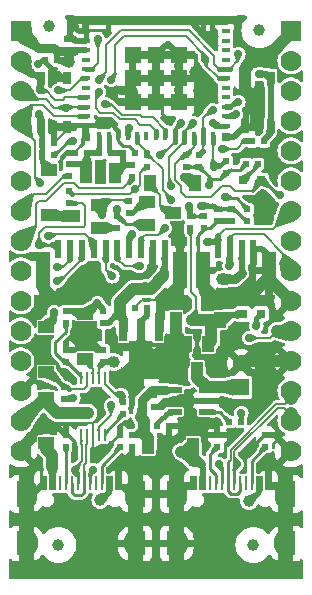
<source format=gbr>
G04 #@! TF.GenerationSoftware,KiCad,Pcbnew,7.0.9-7.0.9~ubuntu22.04.1*
G04 #@! TF.CreationDate,2023-12-08T11:13:10+02:00*
G04 #@! TF.ProjectId,ESP32-H2-DevKit-LiPo_Rev_A,45535033-322d-4483-922d-4465764b6974,A*
G04 #@! TF.SameCoordinates,PX7cc0090PY6a95280*
G04 #@! TF.FileFunction,Copper,L1,Top*
G04 #@! TF.FilePolarity,Positive*
%FSLAX46Y46*%
G04 Gerber Fmt 4.6, Leading zero omitted, Abs format (unit mm)*
G04 Created by KiCad (PCBNEW 7.0.9-7.0.9~ubuntu22.04.1) date 2023-12-08 11:13:10*
%MOMM*%
%LPD*%
G01*
G04 APERTURE LIST*
G04 Aperture macros list*
%AMOutline4P*
0 Free polygon, 4 corners , with rotation*
0 The origin of the aperture is its center*
0 number of corners: always 4*
0 $1 to $8 corner X, Y*
0 $9 Rotation angle, in degrees counterclockwise*
0 create outline with 4 corners*
4,1,4,$1,$2,$3,$4,$5,$6,$7,$8,$1,$2,$9*%
G04 Aperture macros list end*
G04 #@! TA.AperFunction,SMDPad,CuDef*
%ADD10R,0.550000X0.500000*%
G04 #@! TD*
G04 #@! TA.AperFunction,SMDPad,CuDef*
%ADD11R,0.500000X0.550000*%
G04 #@! TD*
G04 #@! TA.AperFunction,SMDPad,CuDef*
%ADD12R,1.400000X1.000000*%
G04 #@! TD*
G04 #@! TA.AperFunction,SMDPad,CuDef*
%ADD13R,1.000000X1.400000*%
G04 #@! TD*
G04 #@! TA.AperFunction,ConnectorPad*
%ADD14C,1.000000*%
G04 #@! TD*
G04 #@! TA.AperFunction,SMDPad,CuDef*
%ADD15C,1.000000*%
G04 #@! TD*
G04 #@! TA.AperFunction,SMDPad,CuDef*
%ADD16R,0.650000X1.050000*%
G04 #@! TD*
G04 #@! TA.AperFunction,SMDPad,CuDef*
%ADD17R,0.250000X1.000000*%
G04 #@! TD*
G04 #@! TA.AperFunction,SMDPad,CuDef*
%ADD18R,0.800000X0.800000*%
G04 #@! TD*
G04 #@! TA.AperFunction,SMDPad,CuDef*
%ADD19R,1.200000X0.550000*%
G04 #@! TD*
G04 #@! TA.AperFunction,SMDPad,CuDef*
%ADD20R,1.100000X2.200000*%
G04 #@! TD*
G04 #@! TA.AperFunction,ComponentPad*
%ADD21O,1.200000X2.200000*%
G04 #@! TD*
G04 #@! TA.AperFunction,SMDPad,CuDef*
%ADD22R,1.100000X2.000000*%
G04 #@! TD*
G04 #@! TA.AperFunction,ComponentPad*
%ADD23O,1.300000X2.000000*%
G04 #@! TD*
G04 #@! TA.AperFunction,SMDPad,CuDef*
%ADD24R,0.300000X1.150000*%
G04 #@! TD*
G04 #@! TA.AperFunction,SMDPad,CuDef*
%ADD25R,0.250000X1.150000*%
G04 #@! TD*
G04 #@! TA.AperFunction,ComponentPad*
%ADD26R,1.400000X1.400000*%
G04 #@! TD*
G04 #@! TA.AperFunction,ComponentPad*
%ADD27C,1.400000*%
G04 #@! TD*
G04 #@! TA.AperFunction,SMDPad,CuDef*
%ADD28R,1.200000X3.100000*%
G04 #@! TD*
G04 #@! TA.AperFunction,SMDPad,CuDef*
%ADD29R,0.600000X1.550000*%
G04 #@! TD*
G04 #@! TA.AperFunction,SMDPad,CuDef*
%ADD30R,1.000000X1.800000*%
G04 #@! TD*
G04 #@! TA.AperFunction,SMDPad,CuDef*
%ADD31R,0.700000X1.900000*%
G04 #@! TD*
G04 #@! TA.AperFunction,SMDPad,CuDef*
%ADD32R,2.000000X2.600000*%
G04 #@! TD*
G04 #@! TA.AperFunction,SMDPad,CuDef*
%ADD33Outline4P,-1.000000X-0.400000X1.000000X-0.400000X0.300000X0.400000X-0.300000X0.400000X0.000000*%
G04 #@! TD*
G04 #@! TA.AperFunction,SMDPad,CuDef*
%ADD34R,0.800000X1.900000*%
G04 #@! TD*
G04 #@! TA.AperFunction,SMDPad,CuDef*
%ADD35R,0.800000X0.400000*%
G04 #@! TD*
G04 #@! TA.AperFunction,SMDPad,CuDef*
%ADD36R,0.400000X0.800000*%
G04 #@! TD*
G04 #@! TA.AperFunction,SMDPad,CuDef*
%ADD37R,1.450000X1.450000*%
G04 #@! TD*
G04 #@! TA.AperFunction,SMDPad,CuDef*
%ADD38R,0.700000X0.700000*%
G04 #@! TD*
G04 #@! TA.AperFunction,ComponentPad*
%ADD39R,1.778000X1.778000*%
G04 #@! TD*
G04 #@! TA.AperFunction,ComponentPad*
%ADD40C,1.778000*%
G04 #@! TD*
G04 #@! TA.AperFunction,ViaPad*
%ADD41C,1.000000*%
G04 #@! TD*
G04 #@! TA.AperFunction,ViaPad*
%ADD42C,0.700000*%
G04 #@! TD*
G04 #@! TA.AperFunction,Conductor*
%ADD43C,1.016000*%
G04 #@! TD*
G04 #@! TA.AperFunction,Conductor*
%ADD44C,0.200000*%
G04 #@! TD*
G04 #@! TA.AperFunction,Conductor*
%ADD45C,0.508000*%
G04 #@! TD*
G04 #@! TA.AperFunction,Conductor*
%ADD46C,0.762000*%
G04 #@! TD*
G04 #@! TA.AperFunction,Conductor*
%ADD47C,0.304800*%
G04 #@! TD*
G04 #@! TA.AperFunction,Conductor*
%ADD48C,0.406400*%
G04 #@! TD*
G04 #@! TA.AperFunction,Conductor*
%ADD49C,0.254000*%
G04 #@! TD*
G04 #@! TA.AperFunction,Conductor*
%ADD50C,0.165100*%
G04 #@! TD*
G04 #@! TA.AperFunction,Conductor*
%ADD51C,1.270000*%
G04 #@! TD*
G04 #@! TA.AperFunction,Conductor*
%ADD52C,2.540000*%
G04 #@! TD*
G04 #@! TA.AperFunction,Conductor*
%ADD53C,2.032000*%
G04 #@! TD*
G04 #@! TA.AperFunction,Conductor*
%ADD54C,1.143000*%
G04 #@! TD*
G04 APERTURE END LIST*
D10*
X8255000Y18669000D03*
X8255000Y19685000D03*
D11*
X4318000Y44196000D03*
X3302000Y44196000D03*
D10*
X5207000Y45974000D03*
X5207000Y44958000D03*
D12*
X3429000Y15616000D03*
X3429000Y11816000D03*
D13*
X12070000Y11557000D03*
X15870000Y11557000D03*
D14*
X20955000Y3175000D03*
X21463000Y46736000D03*
D15*
X3683000Y47117000D03*
D10*
X9652000Y12446000D03*
X9652000Y11430000D03*
X5080000Y12446000D03*
X5080000Y11430000D03*
X21971000Y12446000D03*
X21971000Y11430000D03*
D16*
X5139000Y42715000D03*
X5139000Y38565000D03*
X2989000Y42715000D03*
X2989000Y38565000D03*
D17*
X6366000Y17259000D03*
X6866000Y17259000D03*
X7366000Y17259000D03*
X7866000Y17259000D03*
X8366000Y17259000D03*
X8366000Y12459000D03*
X7866000Y12459000D03*
X7366000Y12459000D03*
X6866000Y12459000D03*
X6366000Y12459000D03*
D11*
X11914000Y23241000D03*
X12930000Y23241000D03*
D10*
X17907000Y30607000D03*
X17907000Y31623000D03*
D11*
X3048000Y37211000D03*
X4064000Y37211000D03*
D18*
X21590000Y22733000D03*
X20066000Y22733000D03*
D13*
X14361000Y22225000D03*
X18161000Y22225000D03*
X17142460Y20193000D03*
X15240000Y20193000D03*
X16195040Y17983200D03*
D14*
X4445000Y3175000D03*
D11*
X19939000Y13589000D03*
X18923000Y13589000D03*
D10*
X19177000Y31623000D03*
X19177000Y30607000D03*
X15621000Y29972000D03*
X15621000Y30988000D03*
D19*
X16921000Y14417000D03*
X16921000Y15367000D03*
X16921000Y16317000D03*
X14321000Y16317000D03*
X14321000Y14417000D03*
D20*
X23977600Y7475000D03*
D21*
X23370000Y7475000D03*
X14730000Y7475000D03*
D20*
X14122400Y7475000D03*
D22*
X23977600Y3295000D03*
D23*
X23370000Y3295000D03*
X14730000Y3295000D03*
D22*
X14122400Y3295000D03*
D24*
X15725000Y8377000D03*
X16525000Y8377000D03*
D25*
X17800000Y8377000D03*
X18800000Y8377000D03*
X19300000Y8377000D03*
X20300000Y8377000D03*
D24*
X21575000Y8377000D03*
X22375000Y8377000D03*
X22125000Y8377000D03*
X21325000Y8377000D03*
D25*
X20800000Y8377000D03*
X19800000Y8377000D03*
X18300000Y8377000D03*
X17300000Y8377000D03*
D24*
X16775000Y8377000D03*
X15975000Y8377000D03*
D18*
X21590000Y34036000D03*
X20066000Y34036000D03*
D11*
X20320000Y35433000D03*
X21336000Y35433000D03*
X9882000Y23241000D03*
X10898000Y23241000D03*
D10*
X18669000Y34671000D03*
X18669000Y35687000D03*
D16*
X22411000Y42715000D03*
X22411000Y38565000D03*
X20261000Y42715000D03*
X20261000Y38565000D03*
D10*
X9906000Y14224000D03*
X9906000Y15240000D03*
D20*
X11277600Y7475000D03*
D21*
X10670000Y7475000D03*
X2030000Y7475000D03*
D20*
X1422400Y7475000D03*
D22*
X11277600Y3295000D03*
D23*
X10670000Y3295000D03*
X2030000Y3295000D03*
D22*
X1422400Y3295000D03*
D24*
X3025000Y8377000D03*
X3825000Y8377000D03*
D25*
X5100000Y8377000D03*
X6100000Y8377000D03*
X6600000Y8377000D03*
X7600000Y8377000D03*
D24*
X8875000Y8377000D03*
X9675000Y8377000D03*
X9425000Y8377000D03*
X8625000Y8377000D03*
D25*
X8100000Y8377000D03*
X7100000Y8377000D03*
X5600000Y8377000D03*
X4600000Y8377000D03*
D24*
X4075000Y8377000D03*
X3275000Y8377000D03*
D10*
X10414000Y32258000D03*
X10414000Y31242000D03*
D12*
X7838440Y30038040D03*
X7838440Y31940500D03*
X5628640Y30985460D03*
X11938000Y32191960D03*
X11938000Y30289500D03*
X14147800Y31244540D03*
D10*
X5334000Y33147000D03*
X5334000Y32131000D03*
D26*
X19920680Y16503650D03*
D27*
X19918140Y18533110D03*
D10*
X20447000Y31623000D03*
X20447000Y30607000D03*
X12573000Y15875000D03*
X12573000Y14859000D03*
X15240000Y35179000D03*
X15240000Y36195000D03*
X10668000Y12446000D03*
X10668000Y11430000D03*
D11*
X3048000Y36195000D03*
X4064000Y36195000D03*
D10*
X17907000Y12446000D03*
X17907000Y11430000D03*
X11938000Y35179000D03*
X11938000Y36195000D03*
D28*
X14740800Y26419000D03*
X3140800Y26419000D03*
D29*
X13440800Y28194000D03*
X12440800Y28194000D03*
X11440800Y28194000D03*
X10440800Y28194000D03*
X9440800Y28194000D03*
X8440800Y28194000D03*
X7440800Y28194000D03*
X6440800Y28194000D03*
X5440800Y28194000D03*
X4440800Y28194000D03*
D10*
X16764000Y30988000D03*
X16764000Y29972000D03*
D11*
X12827000Y13208000D03*
X13843000Y13208000D03*
D10*
X9398000Y30988000D03*
X9398000Y29972000D03*
X5334000Y35433000D03*
X5334000Y34417000D03*
X16383000Y36195000D03*
X16383000Y35179000D03*
D28*
X22256400Y26419000D03*
X16656400Y26419000D03*
D29*
X20956400Y28194000D03*
X19956400Y28194000D03*
X18956400Y28194000D03*
X17956400Y28194000D03*
D10*
X4953000Y15494000D03*
X4953000Y16510000D03*
X8255000Y21971000D03*
X8255000Y22987000D03*
D12*
X6731000Y22728000D03*
X6731000Y18928000D03*
D11*
X20828000Y37338000D03*
X21844000Y37338000D03*
D30*
X6751000Y34671000D03*
X9251000Y34671000D03*
D12*
X3429000Y21585000D03*
X3429000Y17785000D03*
D10*
X5080000Y21971000D03*
X5080000Y22987000D03*
D13*
X12197000Y33782000D03*
X15997000Y33782000D03*
D11*
X7874000Y36322000D03*
X8890000Y36322000D03*
D31*
X12930000Y21343000D03*
D32*
X11430000Y18493000D03*
D33*
X11430000Y20193000D03*
D34*
X11430000Y21343000D03*
D31*
X9930000Y21343000D03*
D12*
X3683000Y31120000D03*
X3683000Y34920000D03*
D11*
X10922000Y36322000D03*
X9906000Y36322000D03*
X5842000Y36322000D03*
X6858000Y36322000D03*
D35*
X6799600Y46662300D03*
X6799600Y45862300D03*
X6799600Y45062300D03*
X6799600Y44262300D03*
X6799600Y43462300D03*
X6799600Y42662300D03*
X6799600Y41862300D03*
X6799600Y41062300D03*
X6799600Y40262300D03*
X6799600Y39462300D03*
X6799600Y38662300D03*
D36*
X7899600Y37762300D03*
X8699600Y37762300D03*
X9499600Y37762300D03*
X10299600Y37762300D03*
X11099600Y37762300D03*
X11899600Y37762300D03*
X12699600Y37762300D03*
X13499600Y37762300D03*
X14299600Y37762300D03*
X15099600Y37762300D03*
X15899600Y37762300D03*
X16699600Y37762300D03*
X17499600Y37762300D03*
D35*
X18599600Y38662300D03*
X18599600Y39462300D03*
X18599600Y40262300D03*
X18599600Y41062300D03*
X18599600Y41862300D03*
X18599600Y42662300D03*
X18599600Y43462300D03*
X18599600Y44262300D03*
X18599600Y45062300D03*
X18599600Y45862300D03*
X18599600Y46662300D03*
D36*
X17499600Y47562300D03*
X16699600Y47562300D03*
X15899600Y47562300D03*
X15099600Y47562300D03*
X14299600Y47562300D03*
X13499600Y47562300D03*
X12699600Y47562300D03*
X11899600Y47562300D03*
X11099600Y47562300D03*
X10299600Y47562300D03*
X9499600Y47562300D03*
X8699600Y47562300D03*
X7899600Y47562300D03*
D37*
X10724600Y44637300D03*
X10724600Y42662300D03*
X10724600Y40687300D03*
X12699600Y44637300D03*
X12699600Y42662300D03*
X12699600Y40687300D03*
X14674600Y44637300D03*
X14674600Y42662300D03*
X14674600Y40687300D03*
D38*
X18649600Y47612300D03*
X18649600Y37712300D03*
X6749600Y37712300D03*
X6749600Y47612300D03*
D10*
X5080000Y18669000D03*
X5080000Y19685000D03*
X10668000Y35306000D03*
X10668000Y34290000D03*
D39*
X1270000Y46685000D03*
D40*
X1270000Y44145000D03*
X1270000Y41605000D03*
X1270000Y39065000D03*
X1270000Y36525000D03*
X1270000Y33985000D03*
X1270000Y31445000D03*
X1270000Y28905000D03*
X1270000Y26365000D03*
X1270000Y23825000D03*
X1270000Y21285000D03*
X1270000Y18745000D03*
X1270000Y16205000D03*
X1270000Y13665000D03*
X1270000Y11125000D03*
D39*
X24130000Y46685000D03*
D40*
X24130000Y44145000D03*
X24130000Y41605000D03*
X24130000Y39065000D03*
X24130000Y36525000D03*
X24130000Y33985000D03*
X24130000Y31445000D03*
X24130000Y28905000D03*
X24130000Y26365000D03*
X24130000Y23825000D03*
X24130000Y21285000D03*
X24130000Y18745000D03*
X24130000Y16205000D03*
X24130000Y13665000D03*
X24130000Y11125000D03*
D41*
X6985000Y14351000D03*
X5842000Y14351000D03*
X11430000Y13970000D03*
X11705000Y12800652D03*
X17018000Y22225000D03*
X15748000Y22225000D03*
X16510000Y1143000D03*
D42*
X17526000Y45720000D03*
D41*
X3556000Y1143000D03*
X18796000Y3937000D03*
D42*
X10668000Y41656000D03*
D41*
X13589000Y11938000D03*
X15621000Y13208000D03*
D42*
X21717000Y32258000D03*
X7874000Y38862000D03*
X7620000Y15621000D03*
X3302000Y19304000D03*
D41*
X6477000Y24130000D03*
X21209000Y40386000D03*
X9525000Y5461000D03*
D42*
X16637000Y46609000D03*
D41*
X9652000Y9906000D03*
X3556000Y5334000D03*
D42*
X4445000Y42926000D03*
X8890000Y38862000D03*
D41*
X15113000Y23749000D03*
D42*
X13716000Y45466000D03*
X21971000Y36322000D03*
D41*
X15621000Y15367000D03*
D42*
X2133600Y27635200D03*
X2743200Y43865800D03*
D41*
X21590000Y5715000D03*
D42*
X14605000Y41656000D03*
D41*
X7239000Y20574000D03*
X16764000Y5715000D03*
D42*
X14605000Y43688000D03*
X8001000Y34798000D03*
D41*
X14732000Y28575000D03*
X6858000Y3683000D03*
X18419100Y23911500D03*
X22352000Y1143000D03*
X16002000Y43180000D03*
X13716000Y24003000D03*
X7747000Y11049000D03*
X21209000Y38989000D03*
D42*
X17596098Y46609000D03*
D41*
X5715000Y47117000D03*
D42*
X9652000Y41656000D03*
X3175000Y23368000D03*
D41*
X17018000Y23876000D03*
X8636000Y1143000D03*
D42*
X2921000Y41670500D03*
X2794000Y39624000D03*
D41*
X5334000Y44069000D03*
D42*
X16510000Y31877000D03*
X7803102Y45974000D03*
D41*
X18288000Y25654000D03*
X11811000Y24892000D03*
D42*
X10922000Y33274000D03*
X17203500Y33655000D03*
D41*
X13335000Y25908000D03*
D42*
X4445000Y41656000D03*
X21463000Y43053000D03*
X15113000Y34290000D03*
X7366000Y9525000D03*
X5867400Y9550400D03*
X18542000Y32639000D03*
X9398000Y31623000D03*
X9779000Y15875000D03*
X8890000Y14986000D03*
X8128000Y31087542D03*
D41*
X13081000Y19558000D03*
X13081000Y18034000D03*
X10922000Y16637000D03*
X14224000Y19177000D03*
X14478000Y18034000D03*
X9144000Y18669000D03*
X8001000Y6985000D03*
D42*
X5715000Y15621000D03*
D41*
X3937000Y10795000D03*
X3937000Y9779000D03*
D42*
X19939000Y14351000D03*
X21209636Y21717636D03*
X7747000Y23622000D03*
X8915400Y42560465D03*
X16891000Y44323000D03*
X4064000Y22860000D03*
X7874000Y42545000D03*
X19685000Y44704000D03*
D41*
X20574000Y6858000D03*
X14859000Y11049000D03*
X15875000Y10287000D03*
D42*
X4344302Y26670000D03*
X7874000Y41529000D03*
X2921000Y33796500D03*
X2794000Y28575000D03*
X5080000Y40195500D03*
X3556000Y29337000D03*
X5715000Y37338000D03*
X10403092Y38504800D03*
X8382000Y40513000D03*
X4344302Y25527000D03*
X17526000Y38862000D03*
X17606712Y35203522D03*
X9017000Y25908000D03*
X18923000Y26797000D03*
X15875000Y38862000D03*
X13955233Y33513233D03*
X10668000Y29464000D03*
X13047500Y36195000D03*
X14859000Y38862000D03*
X13462000Y29972000D03*
X23241000Y32766000D03*
X17018000Y28829000D03*
X13970000Y32385000D03*
X11331655Y26768345D03*
X20574000Y20701000D03*
X17526000Y40005000D03*
X18288000Y36703000D03*
X19685000Y40640000D03*
X18034000Y10033000D03*
X19558000Y10033000D03*
X19469260Y39624000D03*
X15494000Y31877000D03*
D43*
X6985000Y14351000D02*
X4318000Y14351000D01*
D44*
X16129000Y24130000D02*
X15702400Y24556600D01*
D45*
X12573000Y15875000D02*
X12573000Y16256000D01*
X13650000Y16317000D02*
X13589000Y16256000D01*
D46*
X12573000Y16256000D02*
X13589000Y16256000D01*
D43*
X3429000Y15616000D02*
X3297000Y15616000D01*
X1346000Y13665000D02*
X1270000Y13665000D01*
X15748000Y22225000D02*
X17018000Y22225000D01*
D45*
X19939000Y22606000D02*
X20066000Y22733000D01*
D43*
X17142460Y20193000D02*
X17399000Y20449540D01*
X11705000Y12552000D02*
X11705000Y12800652D01*
X12070000Y12187000D02*
X11705000Y12552000D01*
D45*
X11350348Y12446000D02*
X11705000Y12800652D01*
X14321000Y16317000D02*
X13650000Y16317000D01*
X10668000Y12446000D02*
X11350348Y12446000D01*
D43*
X3429000Y15240000D02*
X3429000Y15616000D01*
D44*
X15702400Y24556600D02*
X15702400Y29509600D01*
D43*
X11705000Y12800652D02*
X11705000Y13695000D01*
X11705000Y13695000D02*
X11430000Y13970000D01*
D46*
X11557000Y14097000D02*
X11557000Y15417800D01*
X11557000Y15417800D02*
X12395200Y16256000D01*
D44*
X16129000Y22225000D02*
X16129000Y24130000D01*
D43*
X18161000Y22225000D02*
X17399000Y22225000D01*
X12070000Y11557000D02*
X12070000Y12187000D01*
D45*
X18161000Y22225000D02*
X18542000Y22606000D01*
X15621000Y29972000D02*
X15621000Y29591000D01*
D46*
X11430000Y13970000D02*
X11557000Y14097000D01*
D44*
X15702400Y29509600D02*
X15621000Y29591000D01*
D46*
X12395200Y16256000D02*
X12573000Y16256000D01*
D43*
X3297000Y15616000D02*
X1346000Y13665000D01*
X17399000Y22225000D02*
X17018000Y22225000D01*
D45*
X18542000Y22606000D02*
X19939000Y22606000D01*
D43*
X17399000Y20449540D02*
X17399000Y22225000D01*
X4318000Y14351000D02*
X3429000Y15240000D01*
D44*
X5842000Y36322000D02*
X4990000Y36322000D01*
D43*
X20955000Y44196000D02*
X20261000Y43502000D01*
D45*
X15621000Y15367000D02*
X15544800Y15290800D01*
D47*
X3025000Y8377000D02*
X3025000Y8079600D01*
D48*
X2743200Y43891200D02*
X3048000Y44196000D01*
D45*
X2743200Y13081000D02*
X4445000Y13081000D01*
D48*
X4064000Y43307000D02*
X3302000Y44069000D01*
D45*
X13385800Y15290800D02*
X12954000Y14859000D01*
D49*
X17907000Y30607000D02*
X19177000Y30607000D01*
X9906000Y36981300D02*
X10389700Y36981300D01*
D45*
X7182396Y24892000D02*
X9306198Y24892000D01*
X12954000Y14859000D02*
X12573000Y14859000D01*
D47*
X6553200Y37106488D02*
X6376856Y36930144D01*
D49*
X23370000Y7897400D02*
X23370000Y7475000D01*
X9525000Y12446000D02*
X9652000Y12446000D01*
D45*
X12440800Y26537800D02*
X12440800Y28194000D01*
D44*
X5139000Y38286000D02*
X4064000Y37211000D01*
D45*
X6799600Y46662300D02*
X6169700Y46662300D01*
X4445000Y13081000D02*
X5080000Y12446000D01*
D49*
X16656400Y26419000D02*
X16256000Y26819400D01*
D45*
X11811000Y25908000D02*
X12440800Y26537800D01*
D49*
X9499600Y37387700D02*
X9906000Y36981300D01*
D45*
X3937000Y24130000D02*
X3175000Y23368000D01*
D49*
X8382000Y11049000D02*
X8996000Y11663000D01*
D45*
X15621000Y13208000D02*
X15621000Y15367000D01*
D47*
X9674000Y8128000D02*
X10439400Y8128000D01*
D45*
X5715000Y47117000D02*
X5461000Y46863000D01*
D44*
X10898000Y23241000D02*
X10898000Y23274000D01*
D45*
X14674600Y44637300D02*
X13845900Y45466000D01*
D43*
X20261000Y43502000D02*
X20261000Y42715000D01*
D47*
X6553200Y37515900D02*
X6553200Y37106488D01*
D49*
X14981000Y8377000D02*
X14730000Y8126000D01*
D45*
X9306198Y24892000D02*
X10322198Y25908000D01*
D44*
X5236300Y38662300D02*
X5139000Y38565000D01*
X7366000Y13462000D02*
X7747000Y13843000D01*
D43*
X21844000Y44196000D02*
X20955000Y44196000D01*
D45*
X13845900Y45466000D02*
X13716000Y45466000D01*
D43*
X21209000Y40862250D02*
X20261000Y41810250D01*
D49*
X6799600Y46662300D02*
X6873300Y46736000D01*
X10279600Y7475000D02*
X10670000Y7475000D01*
D44*
X5842000Y36322000D02*
X5842000Y36449000D01*
D46*
X13081000Y23368000D02*
X13716000Y24003000D01*
D48*
X2743200Y43865800D02*
X2743200Y43891200D01*
D49*
X17272000Y29972000D02*
X17907000Y30607000D01*
D43*
X14740800Y25154800D02*
X14740800Y26419000D01*
D49*
X22125000Y8377000D02*
X22450200Y8051800D01*
D45*
X5461000Y46863000D02*
X5461000Y46228000D01*
X20261000Y38565000D02*
X20150000Y38565000D01*
D46*
X2200262Y27590000D02*
X2144331Y27645931D01*
D49*
X14730000Y8126000D02*
X14730000Y7475000D01*
D45*
X13528300Y45466000D02*
X13716000Y45466000D01*
X20956400Y28194000D02*
X21717000Y28194000D01*
D49*
X13208000Y40178900D02*
X13208000Y39624000D01*
X10922000Y36449000D02*
X10922000Y36322000D01*
D45*
X12699600Y44637300D02*
X13528300Y45466000D01*
X19558000Y47244000D02*
X19558000Y46101000D01*
D49*
X9425000Y8377000D02*
X9674000Y8128000D01*
X15316200Y8077200D02*
X14730000Y7491000D01*
D44*
X5139000Y38565000D02*
X5139000Y38286000D01*
D43*
X22256400Y25698600D02*
X22256400Y26419000D01*
X20130030Y18745000D02*
X19918140Y18533110D01*
D46*
X13081000Y22352000D02*
X13081000Y23368000D01*
D44*
X7674300Y38662300D02*
X6799600Y38662300D01*
D45*
X1270000Y11607800D02*
X2743200Y13081000D01*
D49*
X7747000Y11049000D02*
X8382000Y11049000D01*
D47*
X6749600Y37712300D02*
X6553200Y37515900D01*
D49*
X15975000Y8377000D02*
X15675200Y8077200D01*
D45*
X22809000Y12446000D02*
X24130000Y11125000D01*
D49*
X3275000Y8377000D02*
X2932000Y8377000D01*
D44*
X4990000Y36322000D02*
X4699000Y36031000D01*
D49*
X2932000Y8377000D02*
X2030000Y7475000D01*
D46*
X12930000Y21343000D02*
X12930000Y22201000D01*
D45*
X6477000Y24186604D02*
X7182396Y24892000D01*
X15621000Y15367000D02*
X16921000Y15367000D01*
D49*
X9675000Y8377000D02*
X9675000Y9883000D01*
D44*
X7874000Y38862000D02*
X7674300Y38662300D01*
D45*
X10322198Y25908000D02*
X11811000Y25908000D01*
D49*
X22793200Y8051800D02*
X23370000Y7475000D01*
D45*
X5461000Y46228000D02*
X5207000Y45974000D01*
X15899600Y47562300D02*
X15899600Y47190242D01*
X7239000Y20447000D02*
X7239000Y20574000D01*
D44*
X7366000Y12459000D02*
X7366000Y11430000D01*
D47*
X3025000Y8079600D02*
X2420400Y7475000D01*
D49*
X22375000Y8377000D02*
X22890400Y8377000D01*
D45*
X19297300Y37712300D02*
X18649600Y37712300D01*
D49*
X5232400Y12446000D02*
X5816600Y11861800D01*
D44*
X4064000Y43180000D02*
X4064000Y43307000D01*
D45*
X17907000Y12446000D02*
X17907000Y13208000D01*
X21971000Y12446000D02*
X22809000Y12446000D01*
D49*
X5080000Y12446000D02*
X5232400Y12446000D01*
D44*
X4445000Y42799000D02*
X4064000Y43180000D01*
X13616000Y23903000D02*
X13716000Y24003000D01*
D49*
X10670000Y7897400D02*
X10670000Y7475000D01*
D45*
X6477000Y24130000D02*
X6477000Y24186604D01*
X15544800Y15290800D02*
X13385800Y15290800D01*
D44*
X7366000Y13462000D02*
X6477000Y13462000D01*
D49*
X13208000Y39624000D02*
X13716000Y39116000D01*
X22890400Y8377000D02*
X23370000Y7897400D01*
D43*
X24130000Y18745000D02*
X20130030Y18745000D01*
X24130000Y46482000D02*
X21844000Y44196000D01*
D45*
X1270000Y11125000D02*
X1270000Y11607800D01*
D49*
X5816600Y11861800D02*
X5816600Y10972800D01*
D44*
X4699000Y36031000D02*
X4699000Y35687000D01*
D45*
X15899600Y47190242D02*
X16480842Y46609000D01*
X8001000Y19685000D02*
X7239000Y20447000D01*
D49*
X9675000Y9883000D02*
X9652000Y9906000D01*
D44*
X5842000Y36449000D02*
X6350000Y36957000D01*
D45*
X5055000Y42799000D02*
X5139000Y42715000D01*
D49*
X15725000Y8377000D02*
X14981000Y8377000D01*
X16256000Y26819400D02*
X16256000Y29387800D01*
D45*
X21717000Y28194000D02*
X22256400Y27654600D01*
D49*
X21971000Y12446000D02*
X21844000Y12446000D01*
D48*
X15675200Y8077200D02*
X15316200Y8077200D01*
D44*
X3302000Y44069000D02*
X3302000Y44196000D01*
D46*
X6749600Y47612300D02*
X18649600Y47612300D01*
X10668000Y41656000D02*
X9652000Y41656000D01*
D49*
X16764000Y29972000D02*
X17272000Y29972000D01*
D43*
X6477000Y24130000D02*
X3937000Y24130000D01*
X13716000Y24130000D02*
X14740800Y25154800D01*
X20261000Y41810250D02*
X20261000Y42715000D01*
D49*
X6873300Y46736000D02*
X8636000Y46736000D01*
D45*
X18649600Y47612300D02*
X19189700Y47612300D01*
D44*
X7366000Y11430000D02*
X7747000Y11049000D01*
X6799600Y38662300D02*
X5236300Y38662300D01*
D48*
X22450200Y8051800D02*
X22793200Y8051800D01*
D49*
X9675000Y8377000D02*
X9675000Y8079600D01*
D45*
X19189700Y47612300D02*
X19558000Y47244000D01*
D43*
X16656400Y25126600D02*
X17526000Y24257000D01*
D45*
X6799600Y45862300D02*
X5826700Y45862300D01*
D49*
X8996000Y11663000D02*
X8996000Y11917000D01*
X9425000Y8377000D02*
X9425000Y9679000D01*
X12699600Y40687300D02*
X13208000Y40178900D01*
D44*
X7366000Y12459000D02*
X7366000Y13462000D01*
D45*
X16480842Y46609000D02*
X16637000Y46609000D01*
D46*
X10724600Y40687300D02*
X10724600Y41599400D01*
D44*
X10898000Y23274000D02*
X11527000Y23903000D01*
D49*
X14730000Y7491000D02*
X14730000Y7475000D01*
X16256000Y29387800D02*
X16764000Y29895800D01*
D43*
X17526000Y24257000D02*
X20701000Y24257000D01*
D45*
X10668000Y10922000D02*
X10668000Y11430000D01*
X22256400Y27654600D02*
X22256400Y26419000D01*
D43*
X3937000Y24130000D02*
X3140800Y24926200D01*
D45*
X8255000Y19685000D02*
X8001000Y19685000D01*
D48*
X3048000Y44196000D02*
X3302000Y44196000D01*
D47*
X9675000Y8079600D02*
X9751200Y8079600D01*
D43*
X24130000Y46685000D02*
X24130000Y46482000D01*
D47*
X10279600Y7551200D02*
X10279600Y7475000D01*
D45*
X15621000Y13208000D02*
X13843000Y13208000D01*
D49*
X8996000Y11917000D02*
X9525000Y12446000D01*
D43*
X16656400Y26419000D02*
X16656400Y25126600D01*
X22256400Y25812400D02*
X22256400Y26419000D01*
X24130000Y23825000D02*
X22256400Y25698600D01*
D46*
X10724600Y41599400D02*
X10668000Y41656000D01*
D47*
X2420400Y7475000D02*
X2030000Y7475000D01*
D45*
X9652000Y9906000D02*
X10668000Y10922000D01*
D49*
X9425000Y9679000D02*
X9652000Y9906000D01*
X10389700Y36981300D02*
X10922000Y36449000D01*
D45*
X5826700Y45862300D02*
X5461000Y46228000D01*
D48*
X9499600Y38252400D02*
X9499600Y37762300D01*
D49*
X16764000Y29895800D02*
X16764000Y29972000D01*
D45*
X6169700Y46662300D02*
X5715000Y47117000D01*
D46*
X3140800Y26419000D02*
X3140800Y27590000D01*
X12930000Y22201000D02*
X13081000Y22352000D01*
D45*
X17907000Y13208000D02*
X15621000Y13208000D01*
D43*
X20701000Y24257000D02*
X22256400Y25812400D01*
D49*
X9499600Y37762300D02*
X9499600Y37387700D01*
D44*
X11527000Y23903000D02*
X13616000Y23903000D01*
D47*
X9751200Y8079600D02*
X10279600Y7551200D01*
D48*
X8890000Y38862000D02*
X9499600Y38252400D01*
D46*
X3140800Y27590000D02*
X2200262Y27590000D01*
D45*
X20150000Y38565000D02*
X19297300Y37712300D01*
X4445000Y42799000D02*
X5055000Y42799000D01*
D43*
X3140800Y24926200D02*
X3140800Y26419000D01*
D49*
X21844000Y12446000D02*
X21082000Y11684000D01*
X10439400Y8128000D02*
X10670000Y7897400D01*
D43*
X21209000Y38989000D02*
X21209000Y40862250D01*
D48*
X2989000Y39429000D02*
X2989000Y38565000D01*
X3048000Y35555000D02*
X3683000Y34920000D01*
D44*
X3397171Y41670500D02*
X4188671Y40879000D01*
D48*
X2989000Y38565000D02*
X3048000Y38506000D01*
D45*
X2989000Y42715000D02*
X2727200Y42976800D01*
X2989000Y42715000D02*
X2921000Y42647000D01*
X2727200Y42976800D02*
X2108200Y42976800D01*
D48*
X3048000Y37211000D02*
X3048000Y36195000D01*
D44*
X5024539Y41062300D02*
X6223000Y41062300D01*
D48*
X3048000Y36195000D02*
X3048000Y35555000D01*
X2794000Y39624000D02*
X2989000Y39429000D01*
D45*
X1270000Y43815000D02*
X1270000Y44145000D01*
D44*
X4841239Y40879000D02*
X5024539Y41062300D01*
D48*
X6223000Y41062300D02*
X6799600Y41062300D01*
X3048000Y38506000D02*
X3048000Y37211000D01*
D45*
X2921000Y42647000D02*
X2921000Y41670500D01*
D44*
X4188671Y40879000D02*
X4841239Y40879000D01*
X2921000Y41670500D02*
X3397171Y41670500D01*
D45*
X2108200Y42976800D02*
X1270000Y43815000D01*
D44*
X9880600Y33375600D02*
X10414000Y33909000D01*
D48*
X10668000Y34163000D02*
X10668000Y34290000D01*
D44*
X2794000Y32258000D02*
X3384550Y32258000D01*
X6184900Y33375600D02*
X9880600Y33375600D01*
D46*
X1270000Y28905000D02*
X2032000Y29667000D01*
D44*
X3384550Y32258000D02*
X4908550Y33782000D01*
X5778500Y33782000D02*
X6184900Y33375600D01*
X2540000Y30175000D02*
X2540000Y32004000D01*
X4908550Y33782000D02*
X5778500Y33782000D01*
X2032000Y29667000D02*
X2540000Y30175000D01*
D48*
X10414000Y33909000D02*
X10668000Y34163000D01*
D44*
X2540000Y32004000D02*
X2794000Y32258000D01*
D46*
X4064000Y45212000D02*
X4318000Y44958000D01*
X2743000Y45212000D02*
X4064000Y45212000D01*
X1270000Y46685000D02*
X2743000Y45212000D01*
X5207000Y44958000D02*
X5764600Y44958000D01*
X4318000Y44958000D02*
X5207000Y44958000D01*
D45*
X6799600Y45062300D02*
X5868900Y45062300D01*
D48*
X5207000Y44196000D02*
X4318000Y44196000D01*
X5334000Y44069000D02*
X5207000Y44196000D01*
D46*
X5334000Y44069000D02*
X5334000Y44831000D01*
D45*
X5868900Y45062300D02*
X5764600Y44958000D01*
X5334000Y44831000D02*
X5207000Y44958000D01*
X4318000Y44958000D02*
X4318000Y44196000D01*
D48*
X17653000Y31877000D02*
X17907000Y31623000D01*
D49*
X19304000Y31623000D02*
X19177000Y31623000D01*
X20320000Y30607000D02*
X19304000Y31623000D01*
X20447000Y30607000D02*
X20320000Y30607000D01*
D48*
X16510000Y31877000D02*
X17653000Y31877000D01*
D47*
X17907000Y31623000D02*
X19177000Y31623000D01*
D48*
X7267300Y43462300D02*
X6799600Y43462300D01*
D44*
X7803102Y45974000D02*
X7803102Y43998102D01*
X7803102Y43998102D02*
X7267300Y43462300D01*
D45*
X17203500Y33655000D02*
X17272000Y33723500D01*
D43*
X11861800Y24841200D02*
X12268200Y24841200D01*
X11811000Y24892000D02*
X11861800Y24841200D01*
D44*
X11328400Y33680400D02*
X10515600Y32867600D01*
D49*
X17272000Y34163000D02*
X18161000Y34163000D01*
D43*
X9652000Y23709160D02*
X9652000Y22606000D01*
D49*
X19812000Y34925000D02*
X18923000Y34925000D01*
X20320000Y35433000D02*
X19812000Y34925000D01*
D46*
X9930000Y22328000D02*
X9652000Y22606000D01*
D44*
X11938000Y35179000D02*
X11811000Y35179000D01*
D49*
X15240000Y35179000D02*
X16383000Y35179000D01*
D45*
X8255000Y21971000D02*
X8686800Y21971000D01*
D46*
X19431000Y25654000D02*
X19956400Y26179400D01*
D44*
X10515600Y32867600D02*
X5613400Y32867600D01*
X11328400Y34696400D02*
X11328400Y33680400D01*
D45*
X17272000Y33723500D02*
X17272000Y34163000D01*
X9321800Y22606000D02*
X9652000Y22606000D01*
D46*
X9930000Y21343000D02*
X9930000Y22328000D01*
D44*
X5613400Y32867600D02*
X5588000Y32893000D01*
D46*
X18288000Y25654000D02*
X19431000Y25654000D01*
D49*
X18161000Y34163000D02*
X18669000Y34671000D01*
D45*
X8686800Y21971000D02*
X9321800Y22606000D01*
X13440800Y26013800D02*
X13440800Y28194000D01*
D49*
X18923000Y34925000D02*
X18669000Y34671000D01*
D45*
X13335000Y25908000D02*
X13440800Y26013800D01*
D49*
X16383000Y35179000D02*
X17272000Y34290000D01*
D48*
X5334000Y33147000D02*
X5588000Y32893000D01*
D49*
X17272000Y34290000D02*
X17272000Y34163000D01*
D44*
X11811000Y35179000D02*
X11328400Y34696400D01*
D45*
X19956400Y26179400D02*
X19956400Y28194000D01*
D43*
X13335000Y25908000D02*
X12268200Y24841200D01*
X10784040Y24841200D02*
X9652000Y23709160D01*
X12268200Y24841200D02*
X10784040Y24841200D01*
D44*
X5461000Y41656000D02*
X6467300Y42662300D01*
X4445000Y41656000D02*
X5461000Y41656000D01*
D48*
X6467300Y42662300D02*
X6799600Y42662300D01*
D45*
X22073000Y43053000D02*
X22411000Y42715000D01*
X22411000Y42715000D02*
X22411000Y38565000D01*
X21463000Y43053000D02*
X22073000Y43053000D01*
X21844000Y37465000D02*
X21844000Y37338000D01*
D46*
X15997000Y33782000D02*
X15489000Y34290000D01*
D45*
X22411000Y38565000D02*
X22411000Y38032000D01*
D46*
X15489000Y34290000D02*
X15113000Y34290000D01*
D45*
X22411000Y38032000D02*
X21844000Y37465000D01*
D48*
X16921000Y14417000D02*
X17587000Y14417000D01*
D49*
X17587000Y14417000D02*
X18095000Y14417000D01*
X18095000Y14417000D02*
X18923000Y13589000D01*
X6100000Y8377000D02*
X6100000Y9317800D01*
D50*
X6366000Y11708999D02*
X6469950Y11605049D01*
X6469950Y11605049D02*
X6469950Y10232496D01*
D49*
X6100000Y9317800D02*
X5867400Y9550400D01*
X7366000Y9525000D02*
X7100000Y9259000D01*
D44*
X6366000Y11708999D02*
X6366000Y12459000D01*
D50*
X5867400Y9629946D02*
X5867400Y9550400D01*
D49*
X7100000Y9259000D02*
X7100000Y8377000D01*
D50*
X6469950Y10232496D02*
X5867400Y9629946D01*
X6762050Y11605049D02*
X6762050Y10111504D01*
X6762050Y10111504D02*
X6600000Y9949454D01*
D44*
X6866000Y11708999D02*
X6866000Y12459000D01*
D49*
X6600000Y8377000D02*
X6600000Y7577000D01*
D50*
X6600000Y9949454D02*
X6600000Y9394000D01*
D49*
X5600000Y7577000D02*
X5600000Y8377000D01*
X5811000Y7366000D02*
X5600000Y7577000D01*
D50*
X6866000Y11708999D02*
X6762050Y11605049D01*
D49*
X6600000Y8377000D02*
X6600000Y9394000D01*
X6600000Y7577000D02*
X6389000Y7366000D01*
X6389000Y7366000D02*
X5811000Y7366000D01*
D48*
X12827000Y13462000D02*
X12827000Y13208000D01*
X14321000Y14417000D02*
X13782000Y14417000D01*
X13782000Y14417000D02*
X12827000Y13462000D01*
D49*
X18669000Y32512000D02*
X19558000Y32512000D01*
D45*
X16921000Y16317000D02*
X16921000Y16413000D01*
D43*
X19914330Y16510000D02*
X17018000Y16510000D01*
X19920680Y16503650D02*
X19914330Y16510000D01*
D45*
X16921000Y16413000D02*
X17018000Y16510000D01*
D49*
X18542000Y32639000D02*
X18669000Y32512000D01*
D43*
X16195040Y17332960D02*
X16195040Y17983200D01*
D49*
X19558000Y32512000D02*
X20447000Y31623000D01*
D43*
X17018000Y16510000D02*
X16195040Y17332960D01*
D49*
X8366000Y12459000D02*
X8366000Y12684000D01*
X8366000Y12684000D02*
X9906000Y14224000D01*
D44*
X8366000Y16780000D02*
X8366000Y17259000D01*
X9779000Y15875000D02*
X9652000Y16002000D01*
D48*
X9779000Y15875000D02*
X9779000Y15367000D01*
X9398000Y30988000D02*
X9398000Y31623000D01*
D49*
X9906000Y30607000D02*
X10160000Y30353000D01*
X10160000Y30353000D02*
X10922000Y30353000D01*
D48*
X9525000Y30988000D02*
X9906000Y30607000D01*
X11874500Y30353000D02*
X10922000Y30353000D01*
D44*
X9144000Y16002000D02*
X8366000Y16780000D01*
X9652000Y16002000D02*
X9144000Y16002000D01*
D48*
X9779000Y15367000D02*
X9906000Y15240000D01*
X11938000Y30289500D02*
X11874500Y30353000D01*
X9398000Y30988000D02*
X9525000Y30988000D01*
D45*
X7904480Y29972000D02*
X9398000Y29972000D01*
X7838440Y30038040D02*
X7904480Y29972000D01*
X7838440Y31940500D02*
X8155940Y32258000D01*
D44*
X10414000Y32258000D02*
X10337800Y32334200D01*
X10337800Y32334200D02*
X8839200Y32334200D01*
X8890000Y14986000D02*
X8890000Y14160500D01*
X7866000Y13136500D02*
X7866000Y12459000D01*
X8839200Y32334200D02*
X8763000Y32258000D01*
D45*
X8155940Y32258000D02*
X8763000Y32258000D01*
X8128000Y31650940D02*
X7838440Y31940500D01*
D44*
X8890000Y14160500D02*
X7866000Y13136500D01*
D45*
X8128000Y31087542D02*
X8128000Y31650940D01*
D48*
X11938000Y32191960D02*
X11617960Y32191960D01*
X10668000Y31242000D02*
X10414000Y31242000D01*
X11617960Y32191960D02*
X10668000Y31242000D01*
D45*
X11430000Y22098000D02*
X11914000Y22582000D01*
X11049000Y19812000D02*
X9398000Y19812000D01*
D43*
X12446000Y18493000D02*
X11430000Y18493000D01*
D45*
X10543513Y17015487D02*
X10543513Y17401513D01*
D51*
X14986000Y19841000D02*
X13638000Y18493000D01*
D45*
X11430000Y18493000D02*
X11430000Y20193000D01*
D52*
X12446000Y18493000D02*
X13638000Y18493000D01*
D45*
X11430000Y20193000D02*
X11049000Y19812000D01*
X11430000Y21343000D02*
X11430000Y22098000D01*
X9398000Y19812000D02*
X8763000Y20447000D01*
D43*
X14361000Y22225000D02*
X14361000Y20945000D01*
X15240000Y20193000D02*
X14986000Y19939000D01*
X14361000Y20945000D02*
X15113000Y20193000D01*
D51*
X14986000Y19939000D02*
X14986000Y19841000D01*
D45*
X11914000Y22582000D02*
X11914000Y23241000D01*
X10922000Y16637000D02*
X10543513Y17015487D01*
X8763000Y20447000D02*
X8763000Y21082000D01*
D53*
X11430000Y18493000D02*
X11430000Y18288000D01*
X11430000Y18288000D02*
X10543513Y17401513D01*
D43*
X15113000Y20193000D02*
X15240000Y20193000D01*
D49*
X3937000Y9779000D02*
X4075000Y9641000D01*
X3840000Y9779000D02*
X3825000Y9764000D01*
D45*
X5715000Y15621000D02*
X5588000Y15494000D01*
D47*
X8625000Y8377000D02*
X8625000Y7609000D01*
X8763000Y7747000D02*
X8625000Y7609000D01*
X8875000Y8377000D02*
X8875000Y7859000D01*
D43*
X3429000Y11303000D02*
X3937000Y10795000D01*
X3937000Y9779000D02*
X3937000Y10795000D01*
D49*
X3825000Y9764000D02*
X3825000Y8377000D01*
D44*
X7866000Y17259000D02*
X7866000Y18153000D01*
X7866000Y18153000D02*
X8001000Y18288000D01*
D45*
X8001000Y6985000D02*
X8077200Y6985000D01*
D48*
X8763000Y7747000D02*
X8763000Y7670800D01*
D49*
X3937000Y9779000D02*
X3840000Y9779000D01*
D45*
X8255000Y18542000D02*
X8255000Y18669000D01*
D47*
X8875000Y7859000D02*
X8763000Y7747000D01*
D45*
X9144000Y18669000D02*
X8255000Y18669000D01*
D43*
X3429000Y11816000D02*
X3429000Y11303000D01*
D45*
X8001000Y18288000D02*
X8255000Y18542000D01*
X5588000Y15494000D02*
X4953000Y15494000D01*
D49*
X4075000Y9641000D02*
X4075000Y8377000D01*
D48*
X8763000Y7670800D02*
X8077200Y6985000D01*
D49*
X6366000Y17510000D02*
X6366000Y17259000D01*
X4953000Y18669000D02*
X4191000Y19431000D01*
X5080000Y18669000D02*
X5207000Y18669000D01*
X5080000Y18669000D02*
X4953000Y18669000D01*
X5207000Y18669000D02*
X6366000Y17510000D01*
X5080000Y21209000D02*
X5080000Y21971000D01*
X4191000Y20320000D02*
X5080000Y21209000D01*
X4191000Y19431000D02*
X4191000Y20320000D01*
D45*
X6731000Y35433000D02*
X6751000Y35413000D01*
X5334000Y35433000D02*
X6731000Y35433000D01*
X6858000Y34778000D02*
X6751000Y34671000D01*
X6858000Y36322000D02*
X7874000Y36322000D01*
D48*
X7899600Y36347600D02*
X7874000Y36322000D01*
X7899600Y37762300D02*
X7899600Y36347600D01*
D45*
X6858000Y36322000D02*
X6858000Y34778000D01*
X6751000Y35413000D02*
X6751000Y34671000D01*
X9886000Y35306000D02*
X9906000Y35326000D01*
D48*
X8699600Y36512400D02*
X8890000Y36322000D01*
D45*
X9251000Y34671000D02*
X9886000Y35306000D01*
D48*
X8699600Y37762300D02*
X8699600Y36512400D01*
D45*
X9886000Y35306000D02*
X10668000Y35306000D01*
X9906000Y36322000D02*
X8890000Y36322000D01*
X9906000Y35326000D02*
X9906000Y36322000D01*
D49*
X19939000Y14351000D02*
X19939000Y13589000D01*
D48*
X21209000Y22352000D02*
X21590000Y22733000D01*
X21209000Y21718272D02*
X21209000Y22352000D01*
X21209636Y21717636D02*
X21209000Y21718272D01*
D45*
X7112000Y18547000D02*
X6731000Y18928000D01*
D44*
X7366000Y17259000D02*
X7366000Y18039000D01*
D45*
X7112000Y18293000D02*
X7112000Y18547000D01*
D44*
X7366000Y18039000D02*
X7112000Y18293000D01*
X10033000Y46228000D02*
X15241900Y46228000D01*
X9271000Y42916065D02*
X9271000Y45466000D01*
D45*
X8255000Y22987000D02*
X8255000Y23114000D01*
X6731000Y22728000D02*
X6472000Y22987000D01*
D44*
X16891000Y44323000D02*
X16891000Y43815000D01*
X16891000Y44578900D02*
X16891000Y44323000D01*
D48*
X18043700Y42662300D02*
X18599600Y42662300D01*
D44*
X16891000Y43815000D02*
X18043700Y42662300D01*
X9271000Y45466000D02*
X10033000Y46228000D01*
D45*
X6472000Y22987000D02*
X5080000Y22987000D01*
D44*
X15241900Y46228000D02*
X16891000Y44578900D01*
D45*
X8255000Y23114000D02*
X7747000Y23622000D01*
X6853000Y22728000D02*
X7747000Y23622000D01*
X6731000Y22728000D02*
X6853000Y22728000D01*
D44*
X8915400Y42560465D02*
X9271000Y42916065D01*
X15494000Y46736000D02*
X17653000Y44577000D01*
X17653000Y44577000D02*
X17653000Y43878500D01*
X17653000Y43878500D02*
X18069200Y43462300D01*
X8509000Y45494843D02*
X9750157Y46736000D01*
D45*
X3429000Y21585000D02*
X3551000Y21585000D01*
X4064000Y22098000D02*
X4064000Y22860000D01*
X3551000Y21585000D02*
X4064000Y22098000D01*
D44*
X8509000Y43180000D02*
X8509000Y45494843D01*
X7874000Y42545000D02*
X8509000Y43180000D01*
X9750157Y46736000D02*
X15494000Y46736000D01*
D48*
X18069200Y43462300D02*
X18599600Y43462300D01*
D44*
X19685000Y44196000D02*
X18951300Y43462300D01*
X19685000Y44704000D02*
X19685000Y44196000D01*
D48*
X18951300Y43462300D02*
X18599600Y43462300D01*
D44*
X6866000Y17259000D02*
X6866000Y16629000D01*
D48*
X4953000Y16510000D02*
X3678000Y17785000D01*
X3678000Y17785000D02*
X3429000Y17785000D01*
X5207000Y16510000D02*
X5334000Y16383000D01*
D44*
X6620000Y16383000D02*
X5334000Y16383000D01*
X6866000Y16629000D02*
X6620000Y16383000D01*
D48*
X4953000Y16510000D02*
X5207000Y16510000D01*
D46*
X5628640Y30985460D02*
X3817540Y30985460D01*
X3817540Y30985460D02*
X3683000Y31120000D01*
D44*
X13081000Y32766000D02*
X12654000Y33193000D01*
X13335000Y31623000D02*
X13081000Y31877000D01*
X13081000Y31877000D02*
X13081000Y32766000D01*
D45*
X14147800Y31244540D02*
X13713460Y31244540D01*
X13713460Y31244540D02*
X13335000Y31623000D01*
D44*
X12197000Y33650000D02*
X12197000Y33782000D01*
D45*
X12197000Y33650000D02*
X12654000Y33193000D01*
X15362000Y11049000D02*
X15870000Y11557000D01*
D49*
X21575000Y8377000D02*
X21575000Y7782800D01*
D45*
X15875000Y10287000D02*
X15621000Y10287000D01*
D49*
X20650200Y6858000D02*
X20574000Y6858000D01*
D43*
X14859000Y11049000D02*
X15362000Y11049000D01*
D49*
X16525000Y8377000D02*
X16525000Y10018000D01*
X16775000Y8377000D02*
X16775000Y9768000D01*
X21325000Y8377000D02*
X21325000Y7532800D01*
D43*
X15870000Y11557000D02*
X15870000Y10673000D01*
D46*
X15870000Y10673000D02*
X16510000Y10033000D01*
D49*
X16525000Y10018000D02*
X16510000Y10033000D01*
D45*
X15621000Y10287000D02*
X14859000Y11049000D01*
D48*
X21325000Y7532800D02*
X20650200Y6858000D01*
D49*
X21575000Y7782800D02*
X21325000Y7532800D01*
X16775000Y9768000D02*
X16510000Y10033000D01*
D44*
X10889449Y39208300D02*
X9629014Y39208300D01*
X7620000Y40132000D02*
X7620000Y41021000D01*
X12192000Y38735000D02*
X11362749Y38735000D01*
X7874000Y41275000D02*
X7874000Y41529000D01*
X11362749Y38735000D02*
X10889449Y39208300D01*
D48*
X12699600Y37762300D02*
X12699600Y38227400D01*
D44*
X12699600Y38227400D02*
X12192000Y38735000D01*
X9629014Y39208300D02*
X9086314Y39751000D01*
X4826000Y26670000D02*
X4344302Y26670000D01*
X9086314Y39751000D02*
X8001000Y39751000D01*
X8001000Y39751000D02*
X7620000Y40132000D01*
X7620000Y41021000D02*
X7874000Y41275000D01*
X5440800Y27284800D02*
X4826000Y26670000D01*
D45*
X5440800Y28194000D02*
X5440800Y27284800D01*
X4440800Y28194000D02*
X4445000Y28198200D01*
D44*
X3276600Y30073600D02*
X6578600Y30073600D01*
X1270000Y38608000D02*
X1270000Y39065000D01*
X6223000Y39462300D02*
X4098700Y39462300D01*
X6731000Y30226000D02*
X6731000Y31877000D01*
D49*
X2794000Y28575000D02*
X3937000Y28575000D01*
D45*
X4445000Y28198200D02*
X4445000Y28575000D01*
D44*
X3175000Y40386000D02*
X2159000Y40386000D01*
X2489200Y34228300D02*
X2489200Y37388800D01*
X1270000Y39497000D02*
X1270000Y39065000D01*
D48*
X6799600Y39462300D02*
X6223000Y39462300D01*
D44*
X4098700Y39462300D02*
X3175000Y40386000D01*
X6477000Y32131000D02*
X5842000Y32131000D01*
D48*
X5334000Y32131000D02*
X5842000Y32131000D01*
D44*
X6731000Y31877000D02*
X6477000Y32131000D01*
D45*
X4445000Y28575000D02*
X3937000Y28575000D01*
D44*
X2159000Y40386000D02*
X1270000Y39497000D01*
X2489200Y37388800D02*
X1270000Y38608000D01*
X2794000Y29591000D02*
X3276600Y30073600D01*
X2794000Y28575000D02*
X2794000Y29591000D01*
X6578600Y30073600D02*
X6731000Y30226000D01*
X2921000Y33796500D02*
X2489200Y34228300D01*
X7239000Y28956000D02*
X6731000Y29464000D01*
X4104414Y40195500D02*
X3405914Y40894000D01*
X1575000Y41605000D02*
X1270000Y41605000D01*
X3405914Y40894000D02*
X2286000Y40894000D01*
D45*
X7440800Y28754200D02*
X7239000Y28956000D01*
D44*
X5146800Y40262300D02*
X6223000Y40262300D01*
X2286000Y40894000D02*
X1575000Y41605000D01*
X5080000Y40195500D02*
X4104414Y40195500D01*
D45*
X7440800Y28194000D02*
X7440800Y28754200D01*
D44*
X5080000Y40195500D02*
X5146800Y40262300D01*
D48*
X6223000Y40262300D02*
X6799600Y40262300D01*
D44*
X6731000Y29464000D02*
X3683000Y29464000D01*
X3683000Y29464000D02*
X3556000Y29337000D01*
X2286000Y32893000D02*
X3352800Y32893000D01*
D48*
X4876800Y34417000D02*
X5334000Y34417000D01*
D44*
X3352800Y32893000D02*
X4876800Y34417000D01*
D46*
X1270000Y31877000D02*
X1778000Y32385000D01*
X1270000Y31445000D02*
X1270000Y31877000D01*
D44*
X1778000Y32385000D02*
X2286000Y32893000D01*
D49*
X4064000Y36195000D02*
X4140200Y36195000D01*
X4140200Y36195000D02*
X5283200Y37338000D01*
D48*
X10299600Y38401308D02*
X10299600Y37762300D01*
X10403092Y38504800D02*
X10299600Y38401308D01*
D49*
X5283200Y37338000D02*
X5715000Y37338000D01*
D44*
X11318700Y39608300D02*
X9794700Y39608300D01*
X9794700Y39608300D02*
X8890000Y40513000D01*
X4585151Y25527000D02*
X4344302Y25527000D01*
X6440800Y27382649D02*
X4585151Y25527000D01*
D45*
X6440800Y28194000D02*
X6440800Y27382649D01*
D44*
X8890000Y40513000D02*
X8382000Y40513000D01*
X11557000Y39370000D02*
X11318700Y39608300D01*
D48*
X13499600Y37762300D02*
X13499600Y38316400D01*
D44*
X13499600Y38316400D02*
X12446000Y39370000D01*
X12446000Y39370000D02*
X11557000Y39370000D01*
D48*
X17526000Y38862000D02*
X17725700Y38662300D01*
X17725700Y38662300D02*
X18599600Y38662300D01*
D45*
X18956400Y26830400D02*
X18923000Y26797000D01*
D49*
X18542000Y35687000D02*
X18669000Y35687000D01*
D45*
X18956400Y28194000D02*
X18956400Y26830400D01*
D49*
X18058522Y35203522D02*
X18542000Y35687000D01*
D45*
X18956400Y28194000D02*
X18956400Y29116400D01*
D46*
X24130000Y26365000D02*
X23495000Y27000000D01*
D48*
X17499600Y37211000D02*
X17499600Y37762300D01*
D44*
X9017000Y25908000D02*
X8440800Y26484200D01*
X21869400Y29464000D02*
X19304000Y29464000D01*
X23495000Y27838400D02*
X21869400Y29464000D01*
D45*
X8440800Y27246200D02*
X8440800Y28194000D01*
D44*
X19304000Y29464000D02*
X18956400Y29116400D01*
X17606712Y35203522D02*
X17499600Y35310634D01*
D49*
X17606712Y35203522D02*
X18058522Y35203522D01*
D44*
X8440800Y26484200D02*
X8440800Y27246200D01*
X23495000Y27000000D02*
X23495000Y27838400D01*
X17499600Y35310634D02*
X17499600Y37211000D01*
D45*
X10440800Y29236800D02*
X10440800Y28194000D01*
D48*
X15099600Y37762300D02*
X15099600Y38137400D01*
D44*
X15824200Y38862000D02*
X15875000Y38862000D01*
X13955233Y33513233D02*
X13843000Y33625466D01*
D45*
X10668000Y29464000D02*
X10440800Y29236800D01*
D44*
X13843000Y33625466D02*
X13843000Y36008000D01*
X15099600Y38137400D02*
X15824200Y38862000D01*
X13843000Y36008000D02*
X15099600Y37264600D01*
D48*
X15099600Y37264600D02*
X15099600Y37762300D01*
D45*
X11440800Y29093800D02*
X11440800Y28194000D01*
D44*
X13462000Y29972000D02*
X12877800Y29387800D01*
X11734800Y29387800D02*
X11440800Y29093800D01*
D48*
X14299600Y38302600D02*
X14299600Y37762300D01*
D44*
X13047500Y36195000D02*
X13208000Y36195000D01*
X14859000Y38862000D02*
X14299600Y38302600D01*
D48*
X14299600Y37286600D02*
X14299600Y37762300D01*
D44*
X13208000Y36195000D02*
X14299600Y37286600D01*
X12877800Y29387800D02*
X11734800Y29387800D01*
X15899600Y36854600D02*
X15494000Y36449000D01*
X15899600Y37211000D02*
X15899600Y36854600D01*
D48*
X15088000Y36195000D02*
X15240000Y36195000D01*
D49*
X21590000Y34036000D02*
X21590000Y33909000D01*
D44*
X14351000Y34086800D02*
X14351000Y35458000D01*
D49*
X21748750Y34036000D02*
X23018750Y32766000D01*
D48*
X15899600Y37762300D02*
X15899600Y37211000D01*
D44*
X17399000Y32639000D02*
X15240000Y32639000D01*
X18288000Y33528000D02*
X17399000Y32639000D01*
D49*
X21590000Y34036000D02*
X21748750Y34036000D01*
D48*
X15494000Y36449000D02*
X15240000Y36195000D01*
D44*
X14859000Y33578800D02*
X14351000Y34086800D01*
X14859000Y33020000D02*
X14859000Y33578800D01*
X19013151Y33528000D02*
X18288000Y33528000D01*
X20828000Y33147000D02*
X19394151Y33147000D01*
D49*
X21590000Y33909000D02*
X20828000Y33147000D01*
D44*
X14351000Y35458000D02*
X14910000Y36017000D01*
X15240000Y32639000D02*
X14859000Y33020000D01*
D48*
X14910000Y36017000D02*
X15088000Y36195000D01*
D49*
X23018750Y32766000D02*
X23241000Y32766000D01*
D44*
X19394151Y33147000D02*
X19013151Y33528000D01*
D45*
X17956400Y28956000D02*
X17956400Y28194000D01*
D44*
X18590000Y29921200D02*
X22606200Y29921200D01*
X13258800Y33223200D02*
X13258800Y35001200D01*
X11331655Y26768345D02*
X10061655Y26768345D01*
X22606200Y29921200D02*
X23431600Y30746600D01*
D45*
X17018000Y28829000D02*
X17829400Y28829000D01*
D48*
X11099600Y37762300D02*
X11099600Y37287400D01*
X11938000Y36449000D02*
X11938000Y36195000D01*
D44*
X11099600Y37287400D02*
X11938000Y36449000D01*
X12065000Y36195000D02*
X11938000Y36195000D01*
D45*
X9440800Y27389200D02*
X9440800Y28194000D01*
D44*
X13258800Y35001200D02*
X12065000Y36195000D01*
X13970000Y32385000D02*
X13970000Y32512000D01*
X10061655Y26768345D02*
X9440800Y27389200D01*
X17956400Y29287600D02*
X18590000Y29921200D01*
D45*
X17956400Y28194000D02*
X17956400Y29287600D01*
D43*
X23431600Y30746600D02*
X24130000Y31445000D01*
D45*
X17829400Y28829000D02*
X17956400Y28956000D01*
D44*
X13970000Y32512000D02*
X13258800Y33223200D01*
D48*
X16699600Y36511600D02*
X16383000Y36195000D01*
D44*
X20574000Y20701000D02*
X22352000Y20701000D01*
X17526000Y40005000D02*
X17399000Y40005000D01*
X18288000Y36703000D02*
X19558000Y36703000D01*
D43*
X22936000Y21285000D02*
X24130000Y21285000D01*
D48*
X16699600Y37762300D02*
X16699600Y37211000D01*
D45*
X20193000Y37338000D02*
X20828000Y37338000D01*
D44*
X19558000Y36703000D02*
X20193000Y37338000D01*
X22352000Y20701000D02*
X22936000Y21285000D01*
D48*
X16699600Y38354000D02*
X16699600Y37762300D01*
D44*
X16699600Y39305600D02*
X16699600Y38354000D01*
X17399000Y40005000D02*
X16699600Y39305600D01*
X16699600Y37211000D02*
X16699600Y36511600D01*
D50*
X24130000Y15621000D02*
X23590050Y15081050D01*
D49*
X19367500Y40640000D02*
X19685000Y40640000D01*
X18989800Y40262300D02*
X19367500Y40640000D01*
X19800000Y8377000D02*
X19800000Y7735000D01*
X18800000Y7743000D02*
X19050000Y7493000D01*
D50*
X19030950Y10390950D02*
X18800000Y10160000D01*
X19030950Y11236496D02*
X19030950Y10390950D01*
D49*
X18800000Y8377000D02*
X18800000Y10160000D01*
D54*
X24130000Y16205000D02*
X24130000Y15621000D01*
D50*
X23590050Y15081050D02*
X22875504Y15081050D01*
D48*
X18599600Y40262300D02*
X18989800Y40262300D01*
D49*
X19050000Y7493000D02*
X19558000Y7493000D01*
D50*
X22875504Y15081050D02*
X19030950Y11236496D01*
D49*
X18800000Y8377000D02*
X18800000Y7743000D01*
X19800000Y7735000D02*
X19558000Y7493000D01*
D48*
X19469260Y39624000D02*
X19307560Y39462300D01*
X19307560Y39462300D02*
X18599600Y39462300D01*
D49*
X19558000Y10033000D02*
X19300000Y9775000D01*
D50*
X22996496Y14788950D02*
X19323050Y11115504D01*
D49*
X19300000Y9775000D02*
X19300000Y8377000D01*
D54*
X24130000Y13665000D02*
X24130000Y14224000D01*
D50*
X19323050Y11115504D02*
X19323050Y10267950D01*
X24130000Y14224000D02*
X23565050Y14788950D01*
D49*
X18300000Y9767000D02*
X18034000Y10033000D01*
X18300000Y8377000D02*
X18300000Y9767000D01*
D50*
X23565050Y14788950D02*
X22996496Y14788950D01*
X19323050Y10267950D02*
X19558000Y10033000D01*
D48*
X15621000Y31750000D02*
X15621000Y30988000D01*
X15494000Y31877000D02*
X15621000Y31750000D01*
D49*
X16764000Y30988000D02*
X15621000Y30988000D01*
X9652000Y11430000D02*
X8100000Y9878000D01*
X8100000Y8377000D02*
X8100000Y9878000D01*
D44*
X5100000Y11410000D02*
X5080000Y11430000D01*
D49*
X5100000Y8377000D02*
X5100000Y11410000D01*
X21336000Y35433000D02*
X21336000Y35306000D01*
X21336000Y35306000D02*
X20066000Y34036000D01*
X17297400Y10820400D02*
X17907000Y11430000D01*
X17297400Y9626600D02*
X17297400Y10820400D01*
X17800000Y8377000D02*
X17800000Y9124000D01*
X17800000Y9124000D02*
X17297400Y9626600D01*
X20800000Y10259000D02*
X21971000Y11430000D01*
X20800000Y8377000D02*
X20800000Y10259000D01*
G04 #@! TA.AperFunction,Conductor*
G36*
X19651560Y22073894D02*
G01*
X19655135Y22073808D01*
X19661063Y22073733D01*
X19661063Y22073734D01*
X19661064Y22073733D01*
X19673083Y22076109D01*
X19697519Y22078501D01*
X20491061Y22078501D01*
X20491066Y22078501D01*
X20492783Y22078843D01*
X20493700Y22078761D01*
X20497229Y22079108D01*
X20497294Y22078440D01*
X20563494Y22072524D01*
X20619567Y22028977D01*
X20643195Y21962028D01*
X20633788Y21907054D01*
X20620697Y21875447D01*
X20620696Y21875443D01*
X20599920Y21717636D01*
X20620696Y21559830D01*
X20653292Y21481134D01*
X20660881Y21410544D01*
X20629101Y21347057D01*
X20568042Y21310831D01*
X20553330Y21307995D01*
X20416193Y21289940D01*
X20269142Y21229032D01*
X20142865Y21132135D01*
X20045968Y21005858D01*
X19985060Y20858807D01*
X19964284Y20701000D01*
X19985060Y20543194D01*
X20045968Y20396143D01*
X20142865Y20269866D01*
X20269142Y20172969D01*
X20352301Y20138525D01*
X20416194Y20112060D01*
X20574000Y20091284D01*
X20731806Y20112060D01*
X20777429Y20130958D01*
X20803150Y20138524D01*
X20813859Y20140466D01*
X21313729Y20337707D01*
X21359976Y20346500D01*
X22302166Y20346500D01*
X22328022Y20343819D01*
X22337147Y20341905D01*
X22370134Y20346017D01*
X22377923Y20346500D01*
X22381376Y20346500D01*
X22381377Y20346500D01*
X22403122Y20350129D01*
X22454551Y20356539D01*
X22454555Y20356542D01*
X22461584Y20358635D01*
X22461671Y20358664D01*
X22461780Y20358697D01*
X22468694Y20361071D01*
X22468698Y20361071D01*
X22514281Y20385740D01*
X22560840Y20408501D01*
X22560845Y20408507D01*
X22566845Y20412791D01*
X22566872Y20412811D01*
X22566913Y20412841D01*
X22572741Y20417378D01*
X22572749Y20417381D01*
X22605434Y20452887D01*
X22607840Y20455501D01*
X22611903Y20459565D01*
X22674207Y20493605D01*
X22735251Y20491751D01*
X23545334Y20263045D01*
X23605456Y20225288D01*
X23635622Y20161018D01*
X23626252Y20090643D01*
X23580321Y20036505D01*
X23571067Y20030972D01*
X23390668Y19933346D01*
X23390668Y19933345D01*
X24080926Y19243087D01*
X23987685Y19229680D01*
X23856900Y19169952D01*
X23748239Y19075798D01*
X23670507Y18954844D01*
X23630000Y18816889D01*
X23630000Y18795988D01*
X22943258Y19482730D01*
X22943256Y19482730D01*
X22897164Y19412177D01*
X22897161Y19412172D01*
X22804166Y19200164D01*
X22804163Y19200157D01*
X22747332Y18975735D01*
X22728212Y18745000D01*
X22747332Y18514266D01*
X22804163Y18289844D01*
X22804166Y18289837D01*
X22897161Y18077829D01*
X22897164Y18077824D01*
X22943257Y18007272D01*
X23630000Y18694015D01*
X23630000Y18673111D01*
X23670507Y18535156D01*
X23748239Y18414202D01*
X23856900Y18320048D01*
X23987685Y18260320D01*
X24080924Y18246915D01*
X23390668Y17556658D01*
X23390668Y17556656D01*
X23566908Y17461281D01*
X23566910Y17461280D01*
X23585546Y17454882D01*
X23643482Y17413846D01*
X23670036Y17348002D01*
X23656776Y17278255D01*
X23610968Y17228581D01*
X23437934Y17121442D01*
X23281324Y16978674D01*
X23153612Y16809556D01*
X23059150Y16619850D01*
X23059147Y16619842D01*
X23001154Y16416017D01*
X22981601Y16205005D01*
X22981601Y16204996D01*
X23001154Y15993984D01*
X23053928Y15808501D01*
X23059150Y15790150D01*
X23074868Y15758584D01*
X23153702Y15600262D01*
X23166160Y15530368D01*
X23138853Y15464833D01*
X23080450Y15424464D01*
X23040911Y15418100D01*
X22892972Y15418100D01*
X22887487Y15418340D01*
X22852722Y15421382D01*
X22845675Y15421998D01*
X22845670Y15421998D01*
X22805130Y15411135D01*
X22799763Y15409946D01*
X22758445Y15402660D01*
X22754196Y15401114D01*
X22734985Y15393156D01*
X22730859Y15391232D01*
X22696493Y15367170D01*
X22691860Y15364219D01*
X22655511Y15343230D01*
X22655509Y15343229D01*
X22628516Y15311062D01*
X22624803Y15307011D01*
X20658594Y13340803D01*
X20596282Y13306777D01*
X20525466Y13311842D01*
X20468631Y13354389D01*
X20443820Y13420909D01*
X20443499Y13429877D01*
X20443499Y13863248D01*
X20444046Y13871533D01*
X20444640Y13876018D01*
X20445028Y13878945D01*
X20445002Y13879342D01*
X20444450Y13887880D01*
X20443448Y13893983D01*
X20445226Y13894276D01*
X20446760Y13956732D01*
X20447707Y13959569D01*
X20449418Y13964500D01*
X20503921Y14121622D01*
X20504941Y14128249D01*
X20513060Y14157275D01*
X20527940Y14193194D01*
X20548716Y14351000D01*
X20527940Y14508806D01*
X20501783Y14571956D01*
X20467031Y14655858D01*
X20370134Y14782135D01*
X20243857Y14879032D01*
X20096806Y14939940D01*
X19939000Y14960716D01*
X19781193Y14939940D01*
X19634142Y14879032D01*
X19507865Y14782135D01*
X19410968Y14655858D01*
X19350060Y14508807D01*
X19329284Y14351000D01*
X19341297Y14259754D01*
X19330358Y14189605D01*
X19283230Y14136506D01*
X19214876Y14117316D01*
X19204030Y14117913D01*
X19198067Y14118500D01*
X19114072Y14118500D01*
X19050743Y14135571D01*
X18989547Y14171149D01*
X18893485Y14226998D01*
X18742923Y14314532D01*
X18717157Y14334366D01*
X18401980Y14649543D01*
X18385591Y14669724D01*
X18379560Y14678956D01*
X18355046Y14698036D01*
X18351103Y14701105D01*
X18345245Y14706278D01*
X18342413Y14709110D01*
X18342402Y14709120D01*
X18323099Y14722901D01*
X18279086Y14757158D01*
X18272064Y14760958D01*
X18264872Y14764474D01*
X18264870Y14764475D01*
X18264867Y14764476D01*
X18211412Y14780391D01*
X18158664Y14798499D01*
X18158663Y14798500D01*
X18158661Y14798500D01*
X18158658Y14798500D01*
X18150748Y14799821D01*
X18142841Y14800806D01*
X18141182Y14800737D01*
X18138972Y14801288D01*
X18132481Y14802097D01*
X18132578Y14802882D01*
X18072294Y14817911D01*
X18023627Y14869603D01*
X18010632Y14939400D01*
X18017929Y14970667D01*
X18022494Y14982907D01*
X18028999Y15043403D01*
X18029000Y15043415D01*
X18029000Y15092000D01*
X15813000Y15092000D01*
X15813000Y15043403D01*
X15819505Y14982907D01*
X15870555Y14846036D01*
X15870555Y14846035D01*
X15958095Y14729096D01*
X16075035Y14641556D01*
X16075039Y14641554D01*
X16111531Y14627943D01*
X16168367Y14585397D01*
X16193179Y14518877D01*
X16193500Y14509887D01*
X16193500Y14129442D01*
X16200898Y14092252D01*
X16229078Y14050078D01*
X16271252Y14021898D01*
X16308442Y14014500D01*
X16661235Y14014500D01*
X16715903Y14002023D01*
X16720163Y13999973D01*
X16720168Y13999969D01*
X16852013Y13959300D01*
X17269149Y13959300D01*
X17321573Y13947876D01*
X17366274Y13927422D01*
X17411783Y13906598D01*
X17419999Y13903175D01*
X17420002Y13903174D01*
X17425672Y13901036D01*
X17442589Y13895315D01*
X17543381Y13885677D01*
X17549124Y13886260D01*
X17550675Y13886338D01*
X17552290Y13886580D01*
X17552294Y13886580D01*
X17649101Y13916248D01*
X17663541Y13924019D01*
X17735187Y13962578D01*
X17831249Y14014278D01*
X17900714Y14028947D01*
X17967082Y14003733D01*
X17980056Y13992422D01*
X18079909Y13892568D01*
X18179052Y13793425D01*
X18197755Y13769563D01*
X18234039Y13709603D01*
X18393183Y13446614D01*
X18400299Y13434856D01*
X18418500Y13369623D01*
X18418500Y13324070D01*
X18398498Y13255949D01*
X18344842Y13209456D01*
X18279030Y13198792D01*
X18230597Y13204000D01*
X18157000Y13204000D01*
X18157000Y12696000D01*
X18690000Y12696000D01*
X18690000Y12744586D01*
X18689999Y12744598D01*
X18683494Y12805093D01*
X18652024Y12889468D01*
X18646959Y12960284D01*
X18680984Y13022596D01*
X18743296Y13056621D01*
X18770072Y13059501D01*
X19198066Y13059501D01*
X19198069Y13059502D01*
X19198073Y13059502D01*
X19234926Y13066833D01*
X19272301Y13074266D01*
X19356484Y13130516D01*
X19356486Y13130520D01*
X19360995Y13133532D01*
X19428748Y13154748D01*
X19497215Y13135966D01*
X19501002Y13133532D01*
X19589697Y13074267D01*
X19589699Y13074266D01*
X19663933Y13059500D01*
X20073103Y13059501D01*
X20141223Y13039499D01*
X20187717Y12985844D01*
X20197821Y12915570D01*
X20168328Y12850989D01*
X20162198Y12844406D01*
X18804977Y11487185D01*
X18800925Y11483472D01*
X18768770Y11456490D01*
X18747789Y11420150D01*
X18744836Y11415515D01*
X18720764Y11381136D01*
X18718846Y11377022D01*
X18710898Y11357834D01*
X18709339Y11353552D01*
X18702052Y11312227D01*
X18700863Y11306866D01*
X18690002Y11266325D01*
X18691184Y11252810D01*
X18693660Y11224521D01*
X18693900Y11219027D01*
X18693900Y10614573D01*
X18673898Y10546452D01*
X18636813Y10509089D01*
X18587205Y10476680D01*
X18519236Y10456168D01*
X18450968Y10475659D01*
X18441588Y10482202D01*
X18338856Y10561032D01*
X18191806Y10621940D01*
X18053115Y10640200D01*
X17988188Y10668923D01*
X17949097Y10728189D01*
X17948252Y10799180D01*
X17985923Y10859358D01*
X18004321Y10872916D01*
X18061144Y10907302D01*
X18126375Y10925501D01*
X18207064Y10925501D01*
X18207066Y10925501D01*
X18207069Y10925502D01*
X18207072Y10925502D01*
X18263945Y10936814D01*
X18281301Y10940266D01*
X18365484Y10996516D01*
X18421734Y11080699D01*
X18436500Y11154933D01*
X18436499Y11688876D01*
X18456501Y11756996D01*
X18486991Y11789744D01*
X18544904Y11833097D01*
X18632444Y11950035D01*
X18632444Y11950036D01*
X18683494Y12086907D01*
X18689999Y12147403D01*
X18690000Y12147415D01*
X18690000Y12196000D01*
X17124000Y12196000D01*
X17124000Y12147403D01*
X17130505Y12086907D01*
X17181555Y11950036D01*
X17181555Y11950035D01*
X17269093Y11833099D01*
X17327009Y11789744D01*
X17369555Y11732908D01*
X17377500Y11688875D01*
X17377500Y11621074D01*
X17360428Y11557745D01*
X17181466Y11249924D01*
X17161633Y11224158D01*
X17064855Y11127380D01*
X17044682Y11110996D01*
X17035441Y11104959D01*
X17013296Y11076507D01*
X17008136Y11070662D01*
X17005292Y11067817D01*
X16991499Y11048500D01*
X16957240Y11004484D01*
X16953430Y10997442D01*
X16949924Y10990271D01*
X16934010Y10936814D01*
X16915899Y10884061D01*
X16914584Y10876182D01*
X16913594Y10868239D01*
X16914924Y10836098D01*
X16897755Y10767209D01*
X16846066Y10718538D01*
X16776270Y10705539D01*
X16710525Y10732338D01*
X16699937Y10741796D01*
X16669405Y10772328D01*
X16635379Y10834640D01*
X16632500Y10861423D01*
X16632500Y11601415D01*
X16616998Y11734042D01*
X16616997Y11734044D01*
X16595838Y11792177D01*
X16556034Y11901539D01*
X16518228Y11959019D01*
X16497507Y12026924D01*
X16497500Y12028257D01*
X16497500Y12269554D01*
X16497500Y12269558D01*
X16490102Y12306748D01*
X16461922Y12348922D01*
X16419748Y12377102D01*
X16419745Y12377103D01*
X16382558Y12384500D01*
X15357442Y12384500D01*
X15357441Y12384500D01*
X15320254Y12377103D01*
X15320252Y12377103D01*
X15320252Y12377102D01*
X15278078Y12348922D01*
X15254306Y12313344D01*
X15249897Y12306746D01*
X15242500Y12269559D01*
X15242500Y12159601D01*
X15222498Y12091480D01*
X15182588Y12052324D01*
X14810062Y11822829D01*
X14758604Y11804958D01*
X14681957Y11795998D01*
X14514460Y11735034D01*
X14514457Y11735033D01*
X14365542Y11637090D01*
X14243216Y11507433D01*
X14154094Y11353069D01*
X14102972Y11182307D01*
X14093101Y11012821D01*
X14092608Y11004363D01*
X14123560Y10828824D01*
X14123561Y10828820D01*
X14123561Y10828819D01*
X14194156Y10665161D01*
X14194157Y10665160D01*
X14194159Y10665158D01*
X14194160Y10665155D01*
X14300602Y10522178D01*
X14300604Y10522177D01*
X14300605Y10522175D01*
X14369780Y10464131D01*
X14437147Y10407604D01*
X14595880Y10327884D01*
X14599629Y10325839D01*
X15068104Y10049014D01*
X15099008Y10023303D01*
X15257579Y9841279D01*
X15277947Y9817899D01*
X15281375Y9813601D01*
X15282295Y9812681D01*
X15285250Y9809516D01*
X15320337Y9769240D01*
X15323744Y9765577D01*
X15329914Y9759167D01*
X15333318Y9756883D01*
X15337628Y9753991D01*
X15356519Y9738456D01*
X15401597Y9693378D01*
X15401600Y9693376D01*
X15449239Y9663442D01*
X15496277Y9610264D01*
X15507097Y9540096D01*
X15478264Y9475218D01*
X15426236Y9438700D01*
X15329039Y9402447D01*
X15329034Y9402445D01*
X15212095Y9314905D01*
X15124555Y9197966D01*
X15124554Y9197963D01*
X15084476Y9090511D01*
X15047500Y9041118D01*
X15047500Y8173186D01*
X14968045Y8252641D01*
X14855148Y8310165D01*
X14730000Y8329986D01*
X14604852Y8310165D01*
X14491955Y8252641D01*
X14402359Y8163045D01*
X14344835Y8050148D01*
X14330000Y7956481D01*
X14330000Y6993519D01*
X14344835Y6899852D01*
X14402359Y6786955D01*
X14491955Y6697359D01*
X14604852Y6639835D01*
X14730000Y6620014D01*
X14855148Y6639835D01*
X14968045Y6697359D01*
X15047500Y6776814D01*
X15047500Y5911887D01*
X15094033Y5923175D01*
X15094041Y5923178D01*
X15286520Y6011080D01*
X15458887Y6133822D01*
X15458888Y6133823D01*
X15604908Y6286964D01*
X15682238Y6407294D01*
X15735893Y6453788D01*
X15806167Y6463893D01*
X15851236Y6448295D01*
X15854737Y6446274D01*
X15854739Y6446272D01*
X16001985Y6385280D01*
X16120327Y6369700D01*
X16120334Y6369700D01*
X16199666Y6369700D01*
X16199673Y6369700D01*
X16318015Y6385280D01*
X16465261Y6446272D01*
X16591705Y6543295D01*
X16688728Y6669738D01*
X16749720Y6816985D01*
X16770523Y6975000D01*
X16769625Y6981818D01*
X16757504Y7073886D01*
X16749720Y7133015D01*
X16688728Y7280261D01*
X16679383Y7292440D01*
X16639208Y7344798D01*
X16613608Y7411018D01*
X16627873Y7480567D01*
X16677475Y7531363D01*
X16739168Y7547501D01*
X16950066Y7547501D01*
X17024301Y7562266D01*
X17024302Y7562268D01*
X17025418Y7562489D01*
X17074581Y7562489D01*
X17075697Y7562267D01*
X17075699Y7562266D01*
X17149933Y7547500D01*
X17450066Y7547501D01*
X17524301Y7562266D01*
X17524302Y7562268D01*
X17525418Y7562489D01*
X17574581Y7562489D01*
X17575697Y7562267D01*
X17575699Y7562266D01*
X17649933Y7547500D01*
X17950066Y7547501D01*
X18024301Y7562266D01*
X18024302Y7562268D01*
X18025418Y7562489D01*
X18074581Y7562489D01*
X18075697Y7562267D01*
X18075699Y7562266D01*
X18149933Y7547500D01*
X18400443Y7547501D01*
X18468563Y7527499D01*
X18486128Y7511454D01*
X18487099Y7512508D01*
X18529100Y7473844D01*
X18535819Y7467659D01*
X18743020Y7260458D01*
X18759402Y7240285D01*
X18765437Y7231048D01*
X18765440Y7231044D01*
X18793437Y7209253D01*
X18793900Y7208893D01*
X18799757Y7203720D01*
X18802584Y7200893D01*
X18802591Y7200887D01*
X18821889Y7187109D01*
X18865915Y7152842D01*
X18865917Y7152842D01*
X18872955Y7149032D01*
X18880127Y7145527D01*
X18880130Y7145525D01*
X18912836Y7135789D01*
X18933590Y7129609D01*
X18981157Y7113279D01*
X18986339Y7111500D01*
X18986345Y7111500D01*
X18994250Y7110181D01*
X19002156Y7109195D01*
X19002157Y7109196D01*
X19002158Y7109195D01*
X19057884Y7111500D01*
X19505366Y7111500D01*
X19531224Y7108819D01*
X19542017Y7106555D01*
X19577809Y7111017D01*
X19585600Y7111500D01*
X19589611Y7111500D01*
X19613005Y7115404D01*
X19668151Y7122278D01*
X19668360Y7122304D01*
X19668360Y7122305D01*
X19678724Y7123596D01*
X19678888Y7122278D01*
X19739124Y7122511D01*
X19798999Y7084359D01*
X19828742Y7019893D01*
X19829302Y6987372D01*
X19814726Y6858000D01*
X19833763Y6689046D01*
X19873397Y6575777D01*
X19889918Y6528563D01*
X19889919Y6528561D01*
X19980375Y6384601D01*
X19980377Y6384598D01*
X20100597Y6264378D01*
X20100600Y6264376D01*
X20244563Y6173918D01*
X20405046Y6117763D01*
X20574000Y6098726D01*
X20742954Y6117763D01*
X20903437Y6173918D01*
X21047400Y6264376D01*
X21167624Y6384600D01*
X21258082Y6528563D01*
X21258084Y6528572D01*
X21261150Y6534936D01*
X21261266Y6534880D01*
X21267804Y6548939D01*
X21275686Y6562265D01*
X21327576Y6610715D01*
X21397426Y6623420D01*
X21463058Y6596345D01*
X21484099Y6574827D01*
X21508292Y6543298D01*
X21508293Y6543297D01*
X21508295Y6543295D01*
X21634739Y6446272D01*
X21781985Y6385280D01*
X21900327Y6369700D01*
X21900334Y6369700D01*
X21979666Y6369700D01*
X21979673Y6369700D01*
X22098015Y6385280D01*
X22245261Y6446272D01*
X22245266Y6446277D01*
X22246981Y6447266D01*
X22248616Y6447663D01*
X22252890Y6449433D01*
X22253165Y6448767D01*
X22315976Y6464007D01*
X22383068Y6440788D01*
X22421978Y6395887D01*
X22433650Y6373246D01*
X22564455Y6206915D01*
X22564460Y6206909D01*
X22724374Y6068344D01*
X22724375Y6068343D01*
X22907622Y5962546D01*
X22907630Y5962542D01*
X23052500Y5912403D01*
X23052500Y6776814D01*
X23131955Y6697359D01*
X23244852Y6639835D01*
X23370000Y6620014D01*
X23495148Y6639835D01*
X23608045Y6697359D01*
X23697641Y6786955D01*
X23755165Y6899852D01*
X23770000Y6993519D01*
X23770000Y7956481D01*
X23755165Y8050148D01*
X23697641Y8163045D01*
X23608045Y8252641D01*
X23495148Y8310165D01*
X23370000Y8329986D01*
X23244852Y8310165D01*
X23131955Y8252641D01*
X23052500Y8173186D01*
X23052500Y9039944D01*
X23015466Y9090662D01*
X22975444Y9197966D01*
X22887904Y9314905D01*
X22770965Y9402445D01*
X22634093Y9453495D01*
X22573597Y9460000D01*
X22525000Y9460000D01*
X22525000Y8353000D01*
X22504998Y8284879D01*
X22451342Y8238386D01*
X22399000Y8227000D01*
X22105500Y8227000D01*
X22037379Y8247002D01*
X21990886Y8300658D01*
X21979500Y8353000D01*
X21979499Y8977064D01*
X21979498Y8977071D01*
X21977421Y8987514D01*
X21975000Y9012095D01*
X21975000Y9460000D01*
X21926402Y9460000D01*
X21865906Y9453495D01*
X21729035Y9402445D01*
X21729034Y9402445D01*
X21612097Y9314906D01*
X21568742Y9256990D01*
X21511906Y9214444D01*
X21467874Y9206500D01*
X21307500Y9206500D01*
X21239379Y9226502D01*
X21192886Y9280158D01*
X21181500Y9332500D01*
X21181500Y10048788D01*
X21201502Y10116909D01*
X21218399Y10137878D01*
X21766584Y10686063D01*
X21790434Y10704756D01*
X22125142Y10907301D01*
X22190375Y10925501D01*
X22271064Y10925501D01*
X22271066Y10925501D01*
X22271069Y10925502D01*
X22271072Y10925502D01*
X22327945Y10936814D01*
X22345301Y10940266D01*
X22429484Y10996516D01*
X22464219Y11048500D01*
X22485734Y11080698D01*
X22490483Y11092163D01*
X22493235Y11091023D01*
X22517341Y11137120D01*
X22579031Y11172260D01*
X22649926Y11168470D01*
X22707518Y11126952D01*
X22733521Y11060889D01*
X22733594Y11060047D01*
X22747332Y10894266D01*
X22804163Y10669844D01*
X22804166Y10669837D01*
X22897161Y10457829D01*
X22897164Y10457824D01*
X22943257Y10387272D01*
X23630000Y11074015D01*
X23630000Y11053111D01*
X23670507Y10915156D01*
X23748239Y10794202D01*
X23856900Y10700048D01*
X23987685Y10640320D01*
X24080924Y10626915D01*
X23390668Y9936658D01*
X23390668Y9936656D01*
X23566908Y9841281D01*
X23566911Y9841279D01*
X23785876Y9766108D01*
X23785885Y9766106D01*
X24014245Y9728000D01*
X24245755Y9728000D01*
X24474114Y9766106D01*
X24474123Y9766108D01*
X24693088Y9841279D01*
X24693091Y9841280D01*
X24896704Y9951470D01*
X24896713Y9951476D01*
X24942109Y9986809D01*
X25008151Y10012866D01*
X25077796Y9999081D01*
X25128933Y9949831D01*
X25145500Y9887378D01*
X25145500Y8975840D01*
X25125498Y8907719D01*
X25071842Y8861226D01*
X25001568Y8851122D01*
X24936988Y8880616D01*
X24918633Y8900330D01*
X24890505Y8937904D01*
X24773565Y9025445D01*
X24636693Y9076495D01*
X24576197Y9083000D01*
X24295100Y9083000D01*
X24295100Y5867000D01*
X24576185Y5867000D01*
X24576197Y5867001D01*
X24636693Y5873506D01*
X24773564Y5924556D01*
X24773565Y5924556D01*
X24890504Y6012096D01*
X24918632Y6049670D01*
X24975468Y6092217D01*
X25046283Y6097281D01*
X25108596Y6063256D01*
X25142621Y6000944D01*
X25145500Y5974161D01*
X25145500Y4695840D01*
X25125498Y4627719D01*
X25071842Y4581226D01*
X25001568Y4571122D01*
X24936988Y4600616D01*
X24918633Y4620330D01*
X24890505Y4657904D01*
X24773565Y4745445D01*
X24636693Y4796495D01*
X24576197Y4803000D01*
X24295100Y4803000D01*
X24295100Y1787000D01*
X24576185Y1787000D01*
X24576197Y1787001D01*
X24636693Y1793506D01*
X24773564Y1844556D01*
X24773565Y1844556D01*
X24890504Y1932096D01*
X24918632Y1969670D01*
X24975468Y2012217D01*
X25046283Y2017281D01*
X25108596Y1983256D01*
X25142621Y1920944D01*
X25145500Y1894161D01*
X25145500Y380500D01*
X25125498Y312379D01*
X25071842Y265886D01*
X25019500Y254500D01*
X380500Y254500D01*
X312379Y274502D01*
X265886Y328158D01*
X254500Y380500D01*
X254500Y1894161D01*
X274502Y1962282D01*
X328158Y2008775D01*
X398432Y2018879D01*
X463012Y1989385D01*
X481368Y1969670D01*
X509495Y1932096D01*
X626434Y1844556D01*
X763306Y1793506D01*
X823802Y1787001D01*
X823815Y1787000D01*
X1104900Y1787000D01*
X1104900Y2963519D01*
X1630000Y2963519D01*
X1644835Y2869852D01*
X1702359Y2756955D01*
X1791955Y2667359D01*
X1904852Y2609835D01*
X2030000Y2590014D01*
X2155148Y2609835D01*
X2268045Y2667359D01*
X2347500Y2746814D01*
X2347500Y1826293D01*
X2348253Y1826433D01*
X2348267Y1826437D01*
X2548371Y1903959D01*
X2548387Y1903967D01*
X2730839Y2016936D01*
X2730840Y2016937D01*
X2889436Y2161516D01*
X2997766Y2304969D01*
X3054780Y2347277D01*
X3125616Y2352045D01*
X3187785Y2317759D01*
X3205749Y2294873D01*
X3214326Y2280876D01*
X3214334Y2280865D01*
X3369356Y2099357D01*
X3529851Y1962282D01*
X3550868Y1944332D01*
X3754395Y1819611D01*
X3974927Y1728263D01*
X4207034Y1672539D01*
X4445000Y1653811D01*
X4682966Y1672539D01*
X4915073Y1728263D01*
X5135605Y1819611D01*
X5339132Y1944332D01*
X5520643Y2099357D01*
X5675668Y2280868D01*
X5800389Y2484395D01*
X5891737Y2704927D01*
X5936520Y2891460D01*
X9512000Y2891460D01*
X9526840Y2731312D01*
X9526840Y2731308D01*
X9585570Y2524891D01*
X9585573Y2524885D01*
X9681227Y2332785D01*
X9681231Y2332780D01*
X9810562Y2161517D01*
X9969159Y2016937D01*
X9969160Y2016936D01*
X10151612Y1903967D01*
X10151628Y1903959D01*
X10351732Y1826437D01*
X10351746Y1826433D01*
X10352499Y1826293D01*
X10352500Y1826293D01*
X10352500Y2746814D01*
X10431955Y2667359D01*
X10544852Y2609835D01*
X10670000Y2590014D01*
X10795148Y2609835D01*
X10908045Y2667359D01*
X10997641Y2756955D01*
X11055165Y2869852D01*
X11070000Y2963519D01*
X11070000Y2977500D01*
X11595100Y2977500D01*
X11595100Y1787000D01*
X11876185Y1787000D01*
X11876197Y1787001D01*
X11936693Y1793506D01*
X12073564Y1844556D01*
X12073565Y1844556D01*
X12190504Y1932096D01*
X12278044Y2049035D01*
X12278044Y2049036D01*
X12329094Y2185907D01*
X12335599Y2246403D01*
X12335600Y2246415D01*
X12335600Y2977500D01*
X13064400Y2977500D01*
X13064400Y2246403D01*
X13070905Y2185907D01*
X13121955Y2049036D01*
X13121955Y2049035D01*
X13209495Y1932096D01*
X13326434Y1844556D01*
X13463306Y1793506D01*
X13523802Y1787001D01*
X13523815Y1787000D01*
X13804900Y1787000D01*
X13804900Y2963519D01*
X14330000Y2963519D01*
X14344835Y2869852D01*
X14402359Y2756955D01*
X14491955Y2667359D01*
X14604852Y2609835D01*
X14730000Y2590014D01*
X14855148Y2609835D01*
X14968045Y2667359D01*
X15047500Y2746814D01*
X15047500Y1826293D01*
X15048253Y1826433D01*
X15048267Y1826437D01*
X15248371Y1903959D01*
X15248387Y1903967D01*
X15430839Y2016936D01*
X15430840Y2016937D01*
X15589437Y2161517D01*
X15718768Y2332780D01*
X15718772Y2332785D01*
X15814426Y2524885D01*
X15814429Y2524891D01*
X15873159Y2731308D01*
X15873159Y2731312D01*
X15888000Y2891460D01*
X15888000Y2977500D01*
X15130000Y2977500D01*
X15130000Y3175000D01*
X19433811Y3175000D01*
X19452539Y2937034D01*
X19508263Y2704927D01*
X19599611Y2484395D01*
X19715753Y2294867D01*
X19724333Y2280867D01*
X19724334Y2280865D01*
X19879356Y2099357D01*
X20039851Y1962282D01*
X20060868Y1944332D01*
X20264395Y1819611D01*
X20484927Y1728263D01*
X20717034Y1672539D01*
X20955000Y1653811D01*
X21192966Y1672539D01*
X21425073Y1728263D01*
X21645605Y1819611D01*
X21849132Y1944332D01*
X22030643Y2099357D01*
X22185668Y2280868D01*
X22194248Y2294871D01*
X22246890Y2342501D01*
X22316931Y2354112D01*
X22382130Y2326012D01*
X22402231Y2304970D01*
X22510562Y2161517D01*
X22669159Y2016937D01*
X22669160Y2016936D01*
X22851612Y1903967D01*
X22851628Y1903959D01*
X23051732Y1826437D01*
X23051746Y1826433D01*
X23052500Y1826293D01*
X23052500Y2746814D01*
X23131955Y2667359D01*
X23244852Y2609835D01*
X23370000Y2590014D01*
X23495148Y2609835D01*
X23608045Y2667359D01*
X23697641Y2756955D01*
X23755165Y2869852D01*
X23770000Y2963519D01*
X23770000Y3626481D01*
X23755165Y3720148D01*
X23697641Y3833045D01*
X23608045Y3922641D01*
X23495148Y3980165D01*
X23370000Y3999986D01*
X23244852Y3980165D01*
X23131955Y3922641D01*
X23052500Y3843186D01*
X23052500Y4763709D01*
X23052499Y4763709D01*
X23051744Y4763567D01*
X23051737Y4763565D01*
X22851628Y4686042D01*
X22851612Y4686034D01*
X22669160Y4573065D01*
X22669159Y4573064D01*
X22510562Y4428484D01*
X22381231Y4257221D01*
X22381230Y4257219D01*
X22334942Y4164262D01*
X22286672Y4112199D01*
X22217918Y4094497D01*
X22150508Y4116777D01*
X22126341Y4138595D01*
X22030640Y4250646D01*
X21849135Y4405666D01*
X21849133Y4405667D01*
X21849132Y4405668D01*
X21645605Y4530389D01*
X21620072Y4540965D01*
X21425073Y4621737D01*
X21400156Y4627719D01*
X21192966Y4677461D01*
X20955000Y4696189D01*
X20717034Y4677461D01*
X20484926Y4621737D01*
X20264396Y4530390D01*
X20060866Y4405667D01*
X20060864Y4405666D01*
X19879356Y4250644D01*
X19724334Y4069136D01*
X19724333Y4069134D01*
X19599610Y3865604D01*
X19596746Y3858689D01*
X19508263Y3645073D01*
X19452539Y3412966D01*
X19433811Y3175000D01*
X15130000Y3175000D01*
X15130000Y3612500D01*
X15888000Y3612500D01*
X15888000Y3698541D01*
X15873159Y3858689D01*
X15873159Y3858693D01*
X15814429Y4065110D01*
X15814426Y4065116D01*
X15718772Y4257216D01*
X15718768Y4257221D01*
X15589437Y4428484D01*
X15430840Y4573064D01*
X15430839Y4573065D01*
X15248387Y4686034D01*
X15248371Y4686042D01*
X15048262Y4763565D01*
X15048255Y4763567D01*
X15047500Y4763709D01*
X15047500Y3843186D01*
X14968045Y3922641D01*
X14855148Y3980165D01*
X14730000Y3999986D01*
X14604852Y3980165D01*
X14491955Y3922641D01*
X14402359Y3833045D01*
X14344835Y3720148D01*
X14330000Y3626481D01*
X14330000Y2963519D01*
X13804900Y2963519D01*
X13804900Y2977500D01*
X13064400Y2977500D01*
X12335600Y2977500D01*
X11595100Y2977500D01*
X11070000Y2977500D01*
X11070000Y3626481D01*
X11055165Y3720148D01*
X10997641Y3833045D01*
X10908045Y3922641D01*
X10795148Y3980165D01*
X10670000Y3999986D01*
X10544852Y3980165D01*
X10431955Y3922641D01*
X10352500Y3843186D01*
X10352500Y4763709D01*
X10351744Y4763567D01*
X10351737Y4763565D01*
X10151628Y4686042D01*
X10151612Y4686034D01*
X9969160Y4573065D01*
X9969159Y4573064D01*
X9810562Y4428484D01*
X9681231Y4257221D01*
X9681227Y4257216D01*
X9585573Y4065116D01*
X9585570Y4065110D01*
X9526840Y3858693D01*
X9526840Y3858689D01*
X9512000Y3698541D01*
X9512000Y3612500D01*
X10270000Y3612500D01*
X10270000Y2977500D01*
X9512000Y2977500D01*
X9512000Y2891460D01*
X5936520Y2891460D01*
X5947461Y2937034D01*
X5966189Y3175000D01*
X5947461Y3412966D01*
X5891737Y3645073D01*
X5800389Y3865605D01*
X5675668Y4069132D01*
X5675665Y4069136D01*
X5520643Y4250644D01*
X5339135Y4405666D01*
X5339133Y4405667D01*
X5339132Y4405668D01*
X5135605Y4530389D01*
X5110072Y4540965D01*
X4915073Y4621737D01*
X4890156Y4627719D01*
X4682966Y4677461D01*
X4445000Y4696189D01*
X4207034Y4677461D01*
X3974926Y4621737D01*
X3754396Y4530390D01*
X3550866Y4405667D01*
X3550864Y4405666D01*
X3369359Y4250646D01*
X3273658Y4138594D01*
X3214207Y4099785D01*
X3143213Y4099279D01*
X3083214Y4137235D01*
X3065056Y4164262D01*
X3018767Y4257223D01*
X2889437Y4428484D01*
X2730840Y4573064D01*
X2730839Y4573065D01*
X2548387Y4686034D01*
X2548371Y4686042D01*
X2348262Y4763565D01*
X2348255Y4763567D01*
X2347500Y4763709D01*
X2347500Y3843186D01*
X2268045Y3922641D01*
X2155148Y3980165D01*
X2030000Y3999986D01*
X1904852Y3980165D01*
X1791955Y3922641D01*
X1702359Y3833045D01*
X1644835Y3720148D01*
X1630000Y3626481D01*
X1630000Y2963519D01*
X1104900Y2963519D01*
X1104900Y4803000D01*
X11595100Y4803000D01*
X11595100Y3612500D01*
X12335600Y3612500D01*
X13064400Y3612500D01*
X13804900Y3612500D01*
X13804900Y4803000D01*
X13523802Y4803000D01*
X13463306Y4796495D01*
X13326435Y4745445D01*
X13326434Y4745445D01*
X13209495Y4657905D01*
X13121955Y4540966D01*
X13121955Y4540965D01*
X13070905Y4404094D01*
X13064400Y4343598D01*
X13064400Y3612500D01*
X12335600Y3612500D01*
X12335600Y4343586D01*
X12335599Y4343598D01*
X12329094Y4404094D01*
X12278044Y4540965D01*
X12278044Y4540966D01*
X12190504Y4657905D01*
X12073565Y4745445D01*
X11936693Y4796495D01*
X11876197Y4803000D01*
X11595100Y4803000D01*
X1104900Y4803000D01*
X823802Y4803000D01*
X763306Y4796495D01*
X626435Y4745445D01*
X626434Y4745445D01*
X509494Y4657904D01*
X481367Y4620330D01*
X424531Y4577784D01*
X353715Y4572720D01*
X291403Y4606746D01*
X257379Y4669058D01*
X254500Y4695840D01*
X254500Y5974161D01*
X274502Y6042282D01*
X328158Y6088775D01*
X398432Y6098879D01*
X463012Y6069385D01*
X481368Y6049670D01*
X509495Y6012096D01*
X626434Y5924556D01*
X763306Y5873506D01*
X823802Y5867001D01*
X823815Y5867000D01*
X1104900Y5867000D01*
X1104900Y9083000D01*
X823802Y9083000D01*
X763306Y9076495D01*
X626435Y9025445D01*
X626434Y9025445D01*
X509494Y8937904D01*
X481367Y8900330D01*
X424531Y8857784D01*
X353715Y8852720D01*
X291403Y8886746D01*
X257379Y8949058D01*
X254500Y8975840D01*
X254500Y9887378D01*
X274502Y9955499D01*
X328158Y10001992D01*
X398432Y10012096D01*
X457891Y9986809D01*
X503286Y9951476D01*
X503295Y9951470D01*
X706908Y9841280D01*
X706911Y9841279D01*
X925876Y9766108D01*
X925885Y9766106D01*
X1154245Y9728000D01*
X1385755Y9728000D01*
X1614114Y9766106D01*
X1614123Y9766108D01*
X1833088Y9841279D01*
X1833091Y9841281D01*
X2009330Y9936656D01*
X2009330Y9936658D01*
X1319074Y10626914D01*
X1412315Y10640320D01*
X1543100Y10700048D01*
X1651761Y10794202D01*
X1729493Y10915156D01*
X1770000Y11053111D01*
X1770000Y11074014D01*
X2456742Y10387272D01*
X2502837Y10457827D01*
X2595833Y10669837D01*
X2595836Y10669844D01*
X2619396Y10762879D01*
X2655508Y10824005D01*
X2718935Y10855904D01*
X2789539Y10848447D01*
X2838063Y10812938D01*
X2840911Y10809544D01*
X2840915Y10809538D01*
X2897683Y10755980D01*
X3137596Y10516067D01*
X3171620Y10453756D01*
X3174500Y10426973D01*
X3174500Y9734586D01*
X3190002Y9601958D01*
X3196425Y9584311D01*
X3200928Y9513457D01*
X3175000Y9466417D01*
X3175000Y8353000D01*
X3154998Y8284879D01*
X3101342Y8238386D01*
X3049000Y8227000D01*
X3001000Y8227000D01*
X2932879Y8247002D01*
X2886386Y8300658D01*
X2875000Y8353000D01*
X2875000Y9460000D01*
X2826402Y9460000D01*
X2765906Y9453495D01*
X2629035Y9402445D01*
X2629034Y9402445D01*
X2512095Y9314905D01*
X2424555Y9197966D01*
X2424554Y9197963D01*
X2384476Y9090511D01*
X2347500Y9041118D01*
X2347500Y8173186D01*
X2268045Y8252641D01*
X2155148Y8310165D01*
X2030000Y8329986D01*
X1904852Y8310165D01*
X1791955Y8252641D01*
X1702359Y8163045D01*
X1644835Y8050148D01*
X1630000Y7956481D01*
X1630000Y6993519D01*
X1644835Y6899852D01*
X1702359Y6786955D01*
X1791955Y6697359D01*
X1904852Y6639835D01*
X2030000Y6620014D01*
X2155148Y6639835D01*
X2268045Y6697359D01*
X2347500Y6776814D01*
X2347500Y5911887D01*
X2394033Y5923175D01*
X2394041Y5923178D01*
X2586520Y6011080D01*
X2758887Y6133822D01*
X2758888Y6133823D01*
X2904908Y6286964D01*
X2982238Y6407294D01*
X3035893Y6453788D01*
X3106167Y6463893D01*
X3151236Y6448295D01*
X3154737Y6446274D01*
X3154739Y6446272D01*
X3301985Y6385280D01*
X3420327Y6369700D01*
X3420334Y6369700D01*
X3499666Y6369700D01*
X3499673Y6369700D01*
X3618015Y6385280D01*
X3765261Y6446272D01*
X3891705Y6543295D01*
X3988728Y6669738D01*
X4049720Y6816985D01*
X4070523Y6975000D01*
X4069625Y6981818D01*
X4057504Y7073886D01*
X4049720Y7133015D01*
X3988728Y7280261D01*
X3979383Y7292440D01*
X3939208Y7344798D01*
X3913608Y7411018D01*
X3927873Y7480567D01*
X3977475Y7531363D01*
X4039168Y7547501D01*
X4250066Y7547501D01*
X4324301Y7562266D01*
X4324302Y7562268D01*
X4325418Y7562489D01*
X4374581Y7562489D01*
X4375697Y7562267D01*
X4375699Y7562266D01*
X4449933Y7547500D01*
X4750066Y7547501D01*
X4824301Y7562266D01*
X4824302Y7562268D01*
X4825418Y7562489D01*
X4874581Y7562489D01*
X4875697Y7562267D01*
X4875699Y7562266D01*
X4949933Y7547500D01*
X5111277Y7547501D01*
X5179397Y7527499D01*
X5224392Y7475573D01*
X5224833Y7475787D01*
X5224904Y7475641D01*
X5225240Y7474594D01*
X5225890Y7473844D01*
X5230624Y7461233D01*
X5230791Y7461290D01*
X5234180Y7451418D01*
X5234181Y7451415D01*
X5234182Y7451414D01*
X5260729Y7402359D01*
X5265346Y7392915D01*
X5285225Y7352252D01*
X5289873Y7345742D01*
X5294780Y7339438D01*
X5335817Y7301661D01*
X5504020Y7133457D01*
X5520406Y7113279D01*
X5526439Y7104045D01*
X5526441Y7104043D01*
X5554894Y7081897D01*
X5560753Y7076724D01*
X5563591Y7073886D01*
X5569379Y7069754D01*
X5582900Y7060099D01*
X5625486Y7026954D01*
X5626915Y7025842D01*
X5626916Y7025842D01*
X5633941Y7022040D01*
X5641134Y7018523D01*
X5694586Y7002611D01*
X5747334Y6984501D01*
X5747338Y6984501D01*
X5747339Y6984500D01*
X5747340Y6984500D01*
X5755247Y6983181D01*
X5763157Y6982195D01*
X5763158Y6982196D01*
X5763159Y6982195D01*
X5818884Y6984500D01*
X6336366Y6984500D01*
X6362224Y6981819D01*
X6373017Y6979555D01*
X6408809Y6984017D01*
X6416600Y6984500D01*
X6420611Y6984500D01*
X6444005Y6988404D01*
X6451887Y6989387D01*
X6499360Y6995304D01*
X6499362Y6995306D01*
X6507011Y6997583D01*
X6514584Y7000182D01*
X6514586Y7000182D01*
X6563641Y7026730D01*
X6613746Y7051224D01*
X6613750Y7051229D01*
X6620250Y7055868D01*
X6626560Y7060779D01*
X6626562Y7060780D01*
X6664339Y7101818D01*
X6746457Y7183936D01*
X6832542Y7270020D01*
X6852720Y7286407D01*
X6861956Y7292440D01*
X6884111Y7320907D01*
X6889277Y7326756D01*
X6892114Y7329591D01*
X6905900Y7348901D01*
X6940158Y7392915D01*
X6940160Y7392924D01*
X6943956Y7399935D01*
X6947471Y7407126D01*
X6947475Y7407130D01*
X6960658Y7451414D01*
X6962456Y7457452D01*
X7001063Y7517034D01*
X7065754Y7546285D01*
X7083218Y7547501D01*
X7235382Y7547501D01*
X7303503Y7527499D01*
X7349996Y7473843D01*
X7360100Y7403569D01*
X7342069Y7354464D01*
X7316917Y7314437D01*
X7272364Y7187109D01*
X7260763Y7153954D01*
X7241726Y6985000D01*
X7260763Y6816046D01*
X7286897Y6741358D01*
X7316918Y6655563D01*
X7316919Y6655561D01*
X7407375Y6511601D01*
X7407377Y6511598D01*
X7527597Y6391378D01*
X7527600Y6391376D01*
X7671563Y6300918D01*
X7832046Y6244763D01*
X8001000Y6225726D01*
X8169954Y6244763D01*
X8330437Y6300918D01*
X8474400Y6391376D01*
X8594624Y6511600D01*
X8605393Y6528740D01*
X8658570Y6575777D01*
X8728737Y6586599D01*
X8793616Y6557768D01*
X8802138Y6548818D01*
X8802455Y6549134D01*
X8808288Y6543301D01*
X8808293Y6543297D01*
X8808295Y6543295D01*
X8934739Y6446272D01*
X9081985Y6385280D01*
X9200327Y6369700D01*
X9200334Y6369700D01*
X9279666Y6369700D01*
X9279673Y6369700D01*
X9398015Y6385280D01*
X9545261Y6446272D01*
X9545266Y6446277D01*
X9546981Y6447266D01*
X9548616Y6447663D01*
X9552890Y6449433D01*
X9553165Y6448767D01*
X9615976Y6464007D01*
X9683068Y6440788D01*
X9721978Y6395887D01*
X9733650Y6373246D01*
X9864455Y6206915D01*
X9864460Y6206909D01*
X10024374Y6068344D01*
X10024375Y6068343D01*
X10207622Y5962546D01*
X10207630Y5962542D01*
X10352500Y5912403D01*
X10352500Y6776814D01*
X10431955Y6697359D01*
X10544852Y6639835D01*
X10670000Y6620014D01*
X10795148Y6639835D01*
X10908045Y6697359D01*
X10997641Y6786955D01*
X11055165Y6899852D01*
X11070000Y6993519D01*
X11070000Y7157500D01*
X11595100Y7157500D01*
X11595100Y5867000D01*
X11876185Y5867000D01*
X11876197Y5867001D01*
X11936693Y5873506D01*
X12073564Y5924556D01*
X12073565Y5924556D01*
X12190504Y6012096D01*
X12278044Y6129035D01*
X12278044Y6129036D01*
X12329094Y6265907D01*
X12335599Y6326403D01*
X12335600Y6326415D01*
X12335600Y7157500D01*
X13064400Y7157500D01*
X13064400Y6326403D01*
X13070905Y6265907D01*
X13121955Y6129036D01*
X13121955Y6129035D01*
X13209495Y6012096D01*
X13326434Y5924556D01*
X13463306Y5873506D01*
X13523802Y5867001D01*
X13523815Y5867000D01*
X13804900Y5867000D01*
X13804900Y7157500D01*
X13064400Y7157500D01*
X12335600Y7157500D01*
X11595100Y7157500D01*
X11070000Y7157500D01*
X11070000Y7956481D01*
X11055165Y8050148D01*
X10997641Y8163045D01*
X10908045Y8252641D01*
X10795148Y8310165D01*
X10670000Y8329986D01*
X10544852Y8310165D01*
X10431955Y8252641D01*
X10352500Y8173186D01*
X10352500Y9039944D01*
X10321061Y9083000D01*
X11595100Y9083000D01*
X11595100Y7792500D01*
X12335600Y7792500D01*
X13064400Y7792500D01*
X13804900Y7792500D01*
X13804900Y9083000D01*
X13523802Y9083000D01*
X13463306Y9076495D01*
X13326435Y9025445D01*
X13326434Y9025445D01*
X13209495Y8937905D01*
X13121955Y8820966D01*
X13121955Y8820965D01*
X13070905Y8684094D01*
X13064400Y8623598D01*
X13064400Y7792500D01*
X12335600Y7792500D01*
X12335600Y8623586D01*
X12335599Y8623598D01*
X12329094Y8684094D01*
X12278044Y8820965D01*
X12278044Y8820966D01*
X12190504Y8937905D01*
X12073565Y9025445D01*
X11936693Y9076495D01*
X11876197Y9083000D01*
X11595100Y9083000D01*
X10321061Y9083000D01*
X10315466Y9090662D01*
X10275444Y9197966D01*
X10187904Y9314905D01*
X10070965Y9402445D01*
X9934093Y9453495D01*
X9873597Y9460000D01*
X9825000Y9460000D01*
X9825000Y8353000D01*
X9804998Y8284879D01*
X9751342Y8238386D01*
X9699000Y8227000D01*
X9407900Y8227000D01*
X9339779Y8247002D01*
X9293286Y8300658D01*
X9281900Y8353000D01*
X9281900Y8409018D01*
X9281900Y8409024D01*
X9281051Y8414385D01*
X9279499Y8434099D01*
X9279499Y8977064D01*
X9279498Y8977071D01*
X9277421Y8987514D01*
X9275000Y9012095D01*
X9275000Y9460000D01*
X9226402Y9460000D01*
X9165906Y9453495D01*
X9029035Y9402445D01*
X9029034Y9402445D01*
X8912097Y9314906D01*
X8868742Y9256990D01*
X8811906Y9214444D01*
X8767874Y9206500D01*
X8607500Y9206500D01*
X8539379Y9226502D01*
X8492886Y9280158D01*
X8481500Y9332500D01*
X8481500Y9667788D01*
X8501502Y9735909D01*
X8518400Y9756879D01*
X9447580Y10686060D01*
X9471433Y10704757D01*
X9806142Y10907301D01*
X9871375Y10925501D01*
X9885874Y10925501D01*
X9953995Y10905499D01*
X9986742Y10875010D01*
X10030095Y10817096D01*
X10147034Y10729556D01*
X10283906Y10678506D01*
X10344402Y10672001D01*
X10344415Y10672000D01*
X10418000Y10672000D01*
X10418000Y11554000D01*
X10438002Y11622121D01*
X10491658Y11668614D01*
X10544000Y11680000D01*
X10792000Y11680000D01*
X10860121Y11659998D01*
X10906614Y11606342D01*
X10918000Y11554000D01*
X10918000Y10672000D01*
X10991585Y10672000D01*
X10991597Y10672001D01*
X11052093Y10678506D01*
X11188963Y10729555D01*
X11291083Y10806002D01*
X11357603Y10830813D01*
X11426978Y10815722D01*
X11471354Y10775140D01*
X11478078Y10765078D01*
X11520252Y10736898D01*
X11557442Y10729500D01*
X11557447Y10729500D01*
X12582553Y10729500D01*
X12582558Y10729500D01*
X12619748Y10736898D01*
X12661922Y10765078D01*
X12690102Y10807252D01*
X12697500Y10844442D01*
X12697500Y11077615D01*
X12710903Y11134164D01*
X12791391Y11294428D01*
X12791391Y11294429D01*
X12791394Y11294434D01*
X12832500Y11467877D01*
X12832500Y12122272D01*
X12833830Y12140532D01*
X12836623Y12159601D01*
X12837366Y12164672D01*
X12833524Y12208592D01*
X12832740Y12217556D01*
X12832500Y12223049D01*
X12832500Y12231415D01*
X12828631Y12264511D01*
X12828190Y12269554D01*
X12821831Y12342240D01*
X12821830Y12342244D01*
X12820347Y12349427D01*
X12820406Y12349440D01*
X12818750Y12356915D01*
X12818691Y12356900D01*
X12816998Y12364041D01*
X12816377Y12365746D01*
X12790309Y12437370D01*
X12765765Y12511440D01*
X12765763Y12511443D01*
X12765291Y12512868D01*
X12762851Y12583823D01*
X12799159Y12644833D01*
X12862688Y12676529D01*
X12884896Y12678501D01*
X13085874Y12678501D01*
X13153995Y12658499D01*
X13186742Y12628010D01*
X13230095Y12570096D01*
X13347034Y12482556D01*
X13483906Y12431506D01*
X13544402Y12425001D01*
X13544415Y12425000D01*
X13593000Y12425000D01*
X13593000Y12958000D01*
X14093000Y12958000D01*
X14093000Y12425000D01*
X14141585Y12425000D01*
X14141597Y12425001D01*
X14202093Y12431506D01*
X14338964Y12482556D01*
X14338965Y12482556D01*
X14455904Y12570096D01*
X14543444Y12687035D01*
X14543444Y12687036D01*
X14546787Y12696000D01*
X17124000Y12696000D01*
X17657000Y12696000D01*
X17657000Y13204000D01*
X17583402Y13204000D01*
X17522906Y13197495D01*
X17386035Y13146445D01*
X17386034Y13146445D01*
X17269095Y13058905D01*
X17181555Y12941966D01*
X17181555Y12941965D01*
X17130505Y12805094D01*
X17124000Y12744598D01*
X17124000Y12696000D01*
X14546787Y12696000D01*
X14594494Y12823907D01*
X14600999Y12884403D01*
X14601000Y12884415D01*
X14601000Y12958000D01*
X14093000Y12958000D01*
X13593000Y12958000D01*
X13593000Y13332000D01*
X13613002Y13400121D01*
X13666658Y13446614D01*
X13719000Y13458000D01*
X14601000Y13458000D01*
X14601000Y13531586D01*
X14600999Y13531598D01*
X14594494Y13592094D01*
X14543445Y13728964D01*
X14505711Y13779369D01*
X14480900Y13845889D01*
X14495991Y13915263D01*
X14521243Y13947581D01*
X14557766Y13981202D01*
X14621431Y14012622D01*
X14643102Y14014500D01*
X14933553Y14014500D01*
X14933558Y14014500D01*
X14970748Y14021898D01*
X15012922Y14050078D01*
X15041102Y14092252D01*
X15048500Y14129442D01*
X15048500Y14704558D01*
X15041102Y14741748D01*
X15012922Y14783922D01*
X14970748Y14812102D01*
X14970745Y14812103D01*
X14933558Y14819500D01*
X14580765Y14819500D01*
X14526097Y14831977D01*
X14521834Y14834030D01*
X14521832Y14834031D01*
X14389987Y14874700D01*
X14389986Y14874700D01*
X13811253Y14874700D01*
X13804196Y14875096D01*
X13764693Y14879547D01*
X13764692Y14879547D01*
X13764691Y14879547D01*
X13764690Y14879547D01*
X13705313Y14868312D01*
X13645569Y14859307D01*
X13637315Y14856761D01*
X13629123Y14853895D01*
X13575700Y14825661D01*
X13521257Y14799443D01*
X13514098Y14794562D01*
X13507137Y14789424D01*
X13464405Y14746693D01*
X13420116Y14705598D01*
X13414227Y14698213D01*
X13413565Y14698741D01*
X13404023Y14686310D01*
X13363617Y14645905D01*
X13301308Y14611880D01*
X13274523Y14609000D01*
X12449000Y14609000D01*
X12380879Y14629002D01*
X12334386Y14682658D01*
X12323000Y14735000D01*
X12323000Y14983000D01*
X12343002Y15051121D01*
X12396658Y15097614D01*
X12449000Y15109000D01*
X13356000Y15109000D01*
X13356000Y15157586D01*
X13355999Y15157598D01*
X13349494Y15218094D01*
X13298444Y15354965D01*
X13298444Y15354966D01*
X13250515Y15418991D01*
X13225704Y15485511D01*
X13240795Y15554885D01*
X13290997Y15605087D01*
X13351383Y15620500D01*
X13628979Y15620500D01*
X13628983Y15620500D01*
X13675024Y15626317D01*
X13748294Y15635572D01*
X13748294Y15635573D01*
X13748299Y15635573D01*
X13897588Y15694681D01*
X13946969Y15730558D01*
X14021126Y15784436D01*
X14087994Y15808295D01*
X14095187Y15808500D01*
X14357370Y15808500D01*
X14357372Y15808501D01*
X14465734Y15824081D01*
X14598743Y15884824D01*
X14598747Y15884828D01*
X14606324Y15889696D01*
X14607282Y15888205D01*
X14662058Y15913218D01*
X14679987Y15914500D01*
X14933553Y15914500D01*
X14933558Y15914500D01*
X14970748Y15921898D01*
X15012922Y15950078D01*
X15041102Y15992252D01*
X15048500Y16029442D01*
X15048500Y16251500D01*
X15068502Y16319621D01*
X15122158Y16366114D01*
X15174500Y16377500D01*
X15506659Y16377500D01*
X15506664Y16377500D01*
X15577817Y16387445D01*
X15624351Y16400713D01*
X15644264Y16406390D01*
X15644265Y16406390D01*
X15685608Y16422098D01*
X15685609Y16422100D01*
X15685615Y16422101D01*
X15766540Y16482954D01*
X15772229Y16489316D01*
X15832546Y16526759D01*
X15903534Y16525649D01*
X15955245Y16494418D01*
X16141926Y16307737D01*
X16175952Y16245425D01*
X16170887Y16174610D01*
X16128340Y16117774D01*
X16096864Y16100587D01*
X16075039Y16092447D01*
X16075034Y16092445D01*
X15958095Y16004905D01*
X15870555Y15887966D01*
X15870555Y15887965D01*
X15819505Y15751094D01*
X15813000Y15690598D01*
X15813000Y15642000D01*
X18029001Y15642000D01*
X18037520Y15650520D01*
X18049002Y15689621D01*
X18102658Y15736114D01*
X18155000Y15747500D01*
X18450012Y15747500D01*
X18483853Y15742870D01*
X18556902Y15722502D01*
X19108893Y15568592D01*
X19116087Y15566109D01*
X19121377Y15563918D01*
X19121379Y15563916D01*
X19133990Y15561408D01*
X19138595Y15560310D01*
X19152824Y15556342D01*
X19169904Y15552796D01*
X19181651Y15551170D01*
X19183305Y15551054D01*
X19191174Y15550034D01*
X19195613Y15549150D01*
X19208135Y15549151D01*
X19212564Y15548996D01*
X19216451Y15548721D01*
X19216451Y15548722D01*
X19216454Y15548721D01*
X19221473Y15549031D01*
X19225358Y15549151D01*
X20645744Y15549151D01*
X20645746Y15549151D01*
X20645749Y15549152D01*
X20645752Y15549152D01*
X20682343Y15556431D01*
X20719981Y15563916D01*
X20804164Y15620166D01*
X20860414Y15704349D01*
X20875180Y15778583D01*
X20875179Y17228716D01*
X20875178Y17228719D01*
X20875178Y17228724D01*
X20860414Y17302951D01*
X20804164Y17387134D01*
X20804163Y17387135D01*
X20719982Y17443384D01*
X20645749Y17458150D01*
X20645747Y17458150D01*
X20596278Y17458150D01*
X20528157Y17478152D01*
X20507183Y17495055D01*
X19919128Y18083110D01*
X19951864Y18083110D01*
X20052278Y18098245D01*
X20174497Y18157103D01*
X20273938Y18249370D01*
X20341765Y18366850D01*
X20371950Y18499102D01*
X20369583Y18530679D01*
X20969936Y17930326D01*
X20969937Y17930327D01*
X21057622Y18118369D01*
X21057624Y18118375D01*
X21112331Y18322543D01*
X21130753Y18533110D01*
X21112331Y18743678D01*
X21057624Y18947846D01*
X21057622Y18947852D01*
X20969936Y19135895D01*
X20369244Y18535203D01*
X20361813Y18634375D01*
X20312253Y18760651D01*
X20227675Y18866709D01*
X20115593Y18943126D01*
X19985967Y18983110D01*
X19919127Y18983110D01*
X20520924Y19584908D01*
X20520923Y19584909D01*
X20332885Y19672591D01*
X20332875Y19672595D01*
X20128707Y19727302D01*
X19918140Y19745724D01*
X19707572Y19727302D01*
X19503401Y19672594D01*
X19315355Y19584909D01*
X19315354Y19584908D01*
X19917152Y18983110D01*
X19884416Y18983110D01*
X19784002Y18967975D01*
X19661783Y18909117D01*
X19562342Y18816850D01*
X19494515Y18699370D01*
X19464330Y18567118D01*
X19466696Y18535542D01*
X18866342Y19135896D01*
X18866341Y19135895D01*
X18778656Y18947849D01*
X18723948Y18743678D01*
X18705526Y18533110D01*
X18723948Y18322543D01*
X18778655Y18118375D01*
X18778659Y18118365D01*
X18866341Y17930327D01*
X18866342Y17930326D01*
X19467035Y18531020D01*
X19474467Y18431845D01*
X19524027Y18305569D01*
X19608605Y18199511D01*
X19720687Y18123094D01*
X19850313Y18083110D01*
X19917153Y18083110D01*
X19329812Y17495771D01*
X19267500Y17461746D01*
X19248636Y17459116D01*
X19235275Y17458275D01*
X19231316Y17458150D01*
X19195614Y17458150D01*
X19182263Y17455495D01*
X19173935Y17454410D01*
X19147656Y17452754D01*
X19147652Y17452753D01*
X18483873Y17276710D01*
X18451573Y17272500D01*
X17386028Y17272500D01*
X17317907Y17292502D01*
X17296933Y17309405D01*
X16994445Y17611893D01*
X16960419Y17674205D01*
X16957540Y17700988D01*
X16957540Y18027615D01*
X16942038Y18160242D01*
X16942037Y18160244D01*
X16881075Y18327737D01*
X16881074Y18327739D01*
X16855350Y18366850D01*
X16843268Y18385219D01*
X16822547Y18453124D01*
X16822540Y18454457D01*
X16822540Y18695754D01*
X16822540Y18695758D01*
X16815142Y18732948D01*
X16786962Y18775122D01*
X16744788Y18803302D01*
X16744785Y18803303D01*
X16707598Y18810700D01*
X16018389Y18810700D01*
X15950268Y18830702D01*
X15903775Y18884358D01*
X15893672Y18918767D01*
X15888279Y18956274D01*
X15882170Y18982123D01*
X15877640Y19001291D01*
X15877639Y19001293D01*
X15877639Y19001294D01*
X15827540Y19089273D01*
X15827539Y19089274D01*
X15827537Y19089278D01*
X15806995Y19112985D01*
X15780275Y19143823D01*
X15750782Y19208404D01*
X15749500Y19226334D01*
X15749500Y19278658D01*
X15769502Y19346779D01*
X15805497Y19383422D01*
X15831922Y19401078D01*
X15860102Y19443252D01*
X15867500Y19480442D01*
X15867500Y19679243D01*
X15869052Y19698961D01*
X15869387Y19701079D01*
X15869389Y19701085D01*
X15870574Y19723696D01*
X15891293Y19782658D01*
X15889544Y19783737D01*
X15893394Y19789979D01*
X15893393Y19789979D01*
X15893395Y19789980D01*
X15915833Y19838100D01*
X15918367Y19842968D01*
X15944906Y19888933D01*
X15951902Y19912306D01*
X15958414Y19929416D01*
X15968725Y19951526D01*
X15979462Y20003529D01*
X15980794Y20008812D01*
X15996028Y20059692D01*
X15997446Y20084053D01*
X15999835Y20102197D01*
X16004769Y20126091D01*
X16003224Y20179169D01*
X16003303Y20184618D01*
X16006392Y20237637D01*
X16002154Y20261668D01*
X16000294Y20279872D01*
X15999585Y20304263D01*
X15985843Y20355545D01*
X15984660Y20360882D01*
X15975440Y20413176D01*
X15965773Y20435586D01*
X15959762Y20452880D01*
X15953451Y20476436D01*
X15945194Y20491750D01*
X15928262Y20523152D01*
X15925865Y20528102D01*
X15908910Y20567409D01*
X15904840Y20576845D01*
X15892431Y20593514D01*
X15867797Y20660101D01*
X15867500Y20668754D01*
X15867500Y20905554D01*
X15867500Y20905558D01*
X15860102Y20942748D01*
X15831922Y20984922D01*
X15789748Y21013102D01*
X15789745Y21013103D01*
X15752558Y21020500D01*
X15416028Y21020500D01*
X15347907Y21040502D01*
X15326933Y21057405D01*
X15160405Y21223933D01*
X15126379Y21286245D01*
X15123500Y21313028D01*
X15123500Y21483438D01*
X15143502Y21551559D01*
X15197158Y21598052D01*
X15267432Y21608156D01*
X15318491Y21585317D01*
X15320017Y21587636D01*
X15326143Y21583607D01*
X15326147Y21583604D01*
X15326151Y21583602D01*
X15485427Y21503609D01*
X15485430Y21503608D01*
X15485434Y21503606D01*
X15658877Y21462500D01*
X16510500Y21462500D01*
X16578621Y21442498D01*
X16625114Y21388842D01*
X16636500Y21336500D01*
X16636500Y21109709D01*
X16616498Y21041588D01*
X16580504Y21004946D01*
X16550540Y20984925D01*
X16550538Y20984922D01*
X16524770Y20946357D01*
X16522357Y20942746D01*
X16514960Y20905559D01*
X16514960Y20672566D01*
X16494958Y20604445D01*
X16489847Y20597288D01*
X16489061Y20596015D01*
X16413734Y20434472D01*
X16377691Y20259913D01*
X16377691Y20259910D01*
X16377691Y20259909D01*
X16382875Y20081737D01*
X16429008Y19909564D01*
X16499866Y19778148D01*
X16514960Y19718351D01*
X16514960Y19480442D01*
X16521916Y19445470D01*
X16522358Y19443252D01*
X16550538Y19401078D01*
X16592712Y19372898D01*
X16629902Y19365500D01*
X16629907Y19365500D01*
X17655013Y19365500D01*
X17655018Y19365500D01*
X17692208Y19372898D01*
X17734382Y19401078D01*
X17762562Y19443252D01*
X17769960Y19480442D01*
X17769960Y19689973D01*
X17789962Y19758094D01*
X17806859Y19779063D01*
X17892407Y19864611D01*
X17906240Y19876565D01*
X17925822Y19891142D01*
X17959952Y19931819D01*
X17963651Y19935855D01*
X17969573Y19941775D01*
X17990245Y19967920D01*
X18040396Y20027687D01*
X18040398Y20027692D01*
X18044430Y20033820D01*
X18044483Y20033785D01*
X18048595Y20040240D01*
X18048541Y20040273D01*
X18052390Y20046515D01*
X18052395Y20046520D01*
X18085377Y20117252D01*
X18120394Y20186974D01*
X18120394Y20186976D01*
X18120396Y20186979D01*
X18122908Y20193879D01*
X18122966Y20193858D01*
X18125475Y20201078D01*
X18125416Y20201097D01*
X18127722Y20208062D01*
X18127725Y20208066D01*
X18143502Y20284479D01*
X18161500Y20360417D01*
X18161500Y20360424D01*
X18162352Y20367706D01*
X18162412Y20367699D01*
X18163190Y20375314D01*
X18163129Y20375319D01*
X18163767Y20382623D01*
X18163769Y20382631D01*
X18161500Y20460616D01*
X18161500Y21271500D01*
X18181502Y21339621D01*
X18235158Y21386114D01*
X18287500Y21397500D01*
X18673553Y21397500D01*
X18673558Y21397500D01*
X18710748Y21404898D01*
X18752922Y21433078D01*
X18781102Y21475252D01*
X18788500Y21512442D01*
X18788500Y21592655D01*
X18808502Y21660776D01*
X18841709Y21693595D01*
X18840966Y21694557D01*
X18845862Y21698339D01*
X18845862Y21698340D01*
X18845865Y21698341D01*
X19224882Y22055605D01*
X19288168Y22087772D01*
X19317279Y22089772D01*
X19651560Y22073894D01*
G37*
G04 #@! TD.AperFunction*
G04 #@! TA.AperFunction,Conductor*
G36*
X21106032Y12317659D02*
G01*
X21162868Y12275112D01*
X21187679Y12208592D01*
X21188000Y12199603D01*
X21188000Y12147403D01*
X21194505Y12086907D01*
X21245555Y11950036D01*
X21245555Y11950035D01*
X21333093Y11833099D01*
X21391009Y11789744D01*
X21433555Y11732908D01*
X21441500Y11688875D01*
X21441500Y11621074D01*
X21424429Y11557745D01*
X21245468Y11249925D01*
X21225634Y11224158D01*
X20567452Y10565977D01*
X20547279Y10549594D01*
X20538041Y10543559D01*
X20515896Y10515107D01*
X20510736Y10509262D01*
X20507892Y10506417D01*
X20494099Y10487100D01*
X20459840Y10443084D01*
X20456030Y10436042D01*
X20452524Y10428871D01*
X20436610Y10375414D01*
X20418499Y10322661D01*
X20417184Y10314782D01*
X20416194Y10306840D01*
X20418500Y10251116D01*
X20418500Y10050496D01*
X20415104Y10038932D01*
X20416995Y10034919D01*
X20418500Y10015505D01*
X20418500Y9332500D01*
X20398498Y9264379D01*
X20344842Y9217886D01*
X20292501Y9206500D01*
X20149937Y9206500D01*
X20149924Y9206498D01*
X20074579Y9191512D01*
X20025419Y9191512D01*
X19950072Y9206500D01*
X19950067Y9206500D01*
X19881097Y9206500D01*
X19812976Y9226502D01*
X19766483Y9280158D01*
X19756379Y9350432D01*
X19785873Y9415012D01*
X19796129Y9425540D01*
X19921568Y9540096D01*
X19973522Y9587542D01*
X19973979Y9587979D01*
X19975912Y9589819D01*
X19982413Y9596156D01*
X19988045Y9601030D01*
X19989134Y9601866D01*
X19989136Y9601869D01*
X19989205Y9601958D01*
X20059354Y9693378D01*
X20086031Y9728143D01*
X20108530Y9782464D01*
X20146940Y9875194D01*
X20167578Y10031953D01*
X20167877Y10032630D01*
X20167578Y10034049D01*
X20158766Y10100978D01*
X20146940Y10190806D01*
X20098878Y10306840D01*
X20086031Y10337857D01*
X19989137Y10464131D01*
X19989135Y10464133D01*
X19989134Y10464134D01*
X19986758Y10465957D01*
X19970575Y10480786D01*
X19969488Y10481972D01*
X19702008Y10721688D01*
X19664627Y10782047D01*
X19660100Y10815520D01*
X19660100Y10923703D01*
X19680102Y10991824D01*
X19697005Y11012798D01*
X20972905Y12288698D01*
X21035217Y12322724D01*
X21106032Y12317659D01*
G37*
G04 #@! TD.AperFunction*
G04 #@! TA.AperFunction,Conductor*
G36*
X8896406Y11954868D02*
G01*
X8953995Y11913346D01*
X8955364Y11911552D01*
X9014095Y11833098D01*
X9072009Y11789744D01*
X9114555Y11732908D01*
X9122500Y11688875D01*
X9122500Y11621072D01*
X9105428Y11557743D01*
X8926467Y11249925D01*
X8906634Y11224159D01*
X7867455Y10184980D01*
X7847282Y10168596D01*
X7838041Y10162559D01*
X7815896Y10134107D01*
X7810736Y10128262D01*
X7807892Y10125418D01*
X7807886Y10125409D01*
X7794099Y10106100D01*
X7792419Y10103942D01*
X7791724Y10103050D01*
X7734070Y10061620D01*
X7663169Y10057936D01*
X7644130Y10064102D01*
X7523806Y10113940D01*
X7366000Y10134716D01*
X7241546Y10118332D01*
X7171398Y10129270D01*
X7118299Y10176398D01*
X7099100Y10243253D01*
X7099100Y11325000D01*
X7119102Y11393121D01*
X7172758Y11439614D01*
X7225100Y11451000D01*
X7539585Y11451000D01*
X7539597Y11451001D01*
X7600093Y11457506D01*
X7736964Y11508556D01*
X7736965Y11508556D01*
X7853904Y11596096D01*
X7897258Y11654010D01*
X7954093Y11696557D01*
X7998125Y11704501D01*
X8016066Y11704501D01*
X8090301Y11719266D01*
X8090302Y11719268D01*
X8091418Y11719489D01*
X8140581Y11719489D01*
X8141697Y11719267D01*
X8141699Y11719266D01*
X8215933Y11704500D01*
X8516066Y11704501D01*
X8516069Y11704502D01*
X8516073Y11704502D01*
X8565326Y11714299D01*
X8590301Y11719266D01*
X8674484Y11775516D01*
X8730734Y11859699D01*
X8730916Y11860619D01*
X8731871Y11862445D01*
X8735483Y11871163D01*
X8736262Y11870841D01*
X8763818Y11923527D01*
X8825511Y11958663D01*
X8896406Y11954868D01*
G37*
G04 #@! TD.AperFunction*
G04 #@! TA.AperFunction,Conductor*
G36*
X5962615Y11919818D02*
G01*
X5996640Y11857506D01*
X5997073Y11855434D01*
X6009053Y11795538D01*
X6011500Y11770826D01*
X6011500Y11679622D01*
X6018597Y11637090D01*
X6026071Y11592299D01*
X6078237Y11495908D01*
X6082381Y11488250D01*
X6092236Y11479178D01*
X6128808Y11418328D01*
X6132900Y11386476D01*
X6132900Y10441842D01*
X6112898Y10373721D01*
X6063322Y10329181D01*
X5663922Y10129157D01*
X5594056Y10116537D01*
X5528458Y10143694D01*
X5487956Y10202004D01*
X5481500Y10241818D01*
X5481500Y10835735D01*
X5492721Y10887714D01*
X5539165Y10990270D01*
X5545114Y11003407D01*
X5555122Y11021418D01*
X5594734Y11080699D01*
X5609500Y11154933D01*
X5609499Y11688876D01*
X5629501Y11756996D01*
X5659991Y11789744D01*
X5717902Y11833095D01*
X5772651Y11906231D01*
X5829487Y11948777D01*
X5900303Y11953843D01*
X5962615Y11919818D01*
G37*
G04 #@! TD.AperFunction*
G04 #@! TA.AperFunction,Conductor*
G36*
X22966574Y14178202D02*
G01*
X23023410Y14135655D01*
X23048221Y14069135D01*
X23043732Y14025665D01*
X23001154Y13876017D01*
X22981601Y13665005D01*
X22981601Y13664996D01*
X23001154Y13453984D01*
X23046574Y13294348D01*
X23059150Y13250150D01*
X23153611Y13060446D01*
X23155231Y13058301D01*
X23281324Y12891327D01*
X23437933Y12748559D01*
X23610968Y12641420D01*
X23658355Y12588553D01*
X23669638Y12518459D01*
X23641234Y12453392D01*
X23585551Y12415121D01*
X23566915Y12408723D01*
X23566908Y12408720D01*
X23390668Y12313346D01*
X23390668Y12313345D01*
X24080926Y11623087D01*
X23987685Y11609680D01*
X23856900Y11549952D01*
X23748239Y11455798D01*
X23670507Y11334844D01*
X23630000Y11196889D01*
X23630000Y11175988D01*
X22943258Y11862730D01*
X22943256Y11862730D01*
X22897164Y11792177D01*
X22897161Y11792172D01*
X22804166Y11580164D01*
X22804164Y11580160D01*
X22748643Y11360912D01*
X22712530Y11299786D01*
X22649103Y11267888D01*
X22578499Y11275345D01*
X22523135Y11319789D01*
X22500588Y11387111D01*
X22500499Y11391814D01*
X22500499Y11688876D01*
X22520501Y11756996D01*
X22550991Y11789744D01*
X22608904Y11833097D01*
X22696444Y11950035D01*
X22696444Y11950036D01*
X22747494Y12086907D01*
X22753999Y12147403D01*
X22754000Y12147415D01*
X22754000Y12196000D01*
X21847000Y12196000D01*
X21778879Y12216002D01*
X21732386Y12269658D01*
X21721000Y12322000D01*
X21721000Y12570000D01*
X21741002Y12638121D01*
X21794658Y12684614D01*
X21847000Y12696000D01*
X22754000Y12696000D01*
X22754000Y12744586D01*
X22753999Y12744598D01*
X22747494Y12805094D01*
X22696444Y12941965D01*
X22696444Y12941966D01*
X22608904Y13058905D01*
X22491965Y13146445D01*
X22355093Y13197495D01*
X22294597Y13204000D01*
X22192397Y13204000D01*
X22124276Y13224002D01*
X22077783Y13277658D01*
X22067679Y13347932D01*
X22097173Y13412512D01*
X22103287Y13419081D01*
X22833450Y14149244D01*
X22895759Y14183266D01*
X22966574Y14178202D01*
G37*
G04 #@! TD.AperFunction*
G04 #@! TA.AperFunction,Conductor*
G36*
X3270629Y14319890D02*
G01*
X3274286Y14316377D01*
X3510812Y14079850D01*
X3733062Y13857600D01*
X3745034Y13843746D01*
X3759602Y13824178D01*
X3799719Y13790516D01*
X3800269Y13790055D01*
X3804315Y13786347D01*
X3808034Y13782628D01*
X3810236Y13780426D01*
X3836379Y13759755D01*
X3896148Y13709603D01*
X3902279Y13705571D01*
X3902244Y13705520D01*
X3908697Y13701409D01*
X3908729Y13701460D01*
X3914975Y13697608D01*
X3914977Y13697607D01*
X3914980Y13697605D01*
X3985705Y13664626D01*
X4055434Y13629606D01*
X4055436Y13629606D01*
X4062331Y13627096D01*
X4062309Y13627038D01*
X4069538Y13624525D01*
X4069558Y13624584D01*
X4076524Y13622277D01*
X4076527Y13622275D01*
X4152931Y13606500D01*
X4228877Y13588500D01*
X4228883Y13588500D01*
X4236166Y13587648D01*
X4236158Y13587588D01*
X4243774Y13586810D01*
X4243780Y13586871D01*
X4251083Y13586233D01*
X4251092Y13586231D01*
X4329091Y13588500D01*
X6855657Y13588500D01*
X6923778Y13568498D01*
X6970271Y13514842D01*
X6980375Y13444568D01*
X6950881Y13379988D01*
X6931166Y13361632D01*
X6878097Y13321906D01*
X6834740Y13263989D01*
X6777903Y13221444D01*
X6733878Y13213500D01*
X6715931Y13213500D01*
X6640579Y13198512D01*
X6591419Y13198512D01*
X6516069Y13213500D01*
X6215936Y13213500D01*
X6215926Y13213499D01*
X6141699Y13198735D01*
X6057515Y13142484D01*
X6001266Y13058303D01*
X5996996Y13036835D01*
X5964088Y12973926D01*
X5902393Y12938794D01*
X5831498Y12942594D01*
X5773912Y12984120D01*
X5772549Y12985908D01*
X5717904Y13058905D01*
X5600965Y13146445D01*
X5464093Y13197495D01*
X5403597Y13204000D01*
X5330000Y13204000D01*
X5330000Y12322000D01*
X5309998Y12253879D01*
X5256342Y12207386D01*
X5204000Y12196000D01*
X4956000Y12196000D01*
X4887879Y12216002D01*
X4841386Y12269658D01*
X4830000Y12322000D01*
X4830000Y13204000D01*
X4756402Y13204000D01*
X4695906Y13197495D01*
X4559035Y13146445D01*
X4559034Y13146445D01*
X4442095Y13058905D01*
X4354555Y12941966D01*
X4354555Y12941965D01*
X4303505Y12805094D01*
X4297000Y12744598D01*
X4297000Y12566112D01*
X4276998Y12497991D01*
X4223342Y12451498D01*
X4153068Y12441394D01*
X4146437Y12442530D01*
X4141558Y12443500D01*
X4141556Y12443500D01*
X3900900Y12443500D01*
X3837900Y12460381D01*
X3733068Y12520906D01*
X3676147Y12537947D01*
X3562308Y12572028D01*
X3502993Y12575483D01*
X3384367Y12582392D01*
X3384364Y12582392D01*
X3384363Y12582392D01*
X3208824Y12551440D01*
X3208823Y12551440D01*
X3208819Y12551439D01*
X3045158Y12480843D01*
X3036947Y12474731D01*
X3028486Y12468432D01*
X2961903Y12443798D01*
X2953247Y12443500D01*
X2716441Y12443500D01*
X2679254Y12436103D01*
X2679252Y12436103D01*
X2679252Y12436102D01*
X2638277Y12408723D01*
X2637078Y12407922D01*
X2608897Y12365746D01*
X2601500Y12328559D01*
X2601500Y11987461D01*
X2581498Y11919340D01*
X2527842Y11872847D01*
X2462502Y11862133D01*
X2456742Y11862731D01*
X1770000Y11175989D01*
X1770000Y11196889D01*
X1729493Y11334844D01*
X1651761Y11455798D01*
X1543100Y11549952D01*
X1412315Y11609680D01*
X1319072Y11623087D01*
X2009330Y12313344D01*
X2009330Y12313346D01*
X1833091Y12408720D01*
X1833088Y12408722D01*
X1814450Y12415120D01*
X1756515Y12456157D01*
X1729963Y12522002D01*
X1743225Y12591749D01*
X1789032Y12641420D01*
X1877181Y12696000D01*
X1962065Y12748558D01*
X2118677Y12891329D01*
X2246389Y13060446D01*
X2287265Y13142539D01*
X2291751Y13150156D01*
X2323551Y13196409D01*
X3081368Y14298663D01*
X3136442Y14343463D01*
X3206996Y14351377D01*
X3270629Y14319890D01*
G37*
G04 #@! TD.AperFunction*
G04 #@! TA.AperFunction,Conductor*
G36*
X10558534Y13964712D02*
G01*
X10558785Y13964619D01*
X10560227Y13964683D01*
X10561499Y13964500D01*
X10561503Y13964500D01*
X10565960Y13963859D01*
X10565698Y13962041D01*
X10625058Y13939911D01*
X10667613Y13883081D01*
X10675083Y13850017D01*
X10678168Y13814764D01*
X10678168Y13814763D01*
X10678169Y13814760D01*
X10727917Y13664626D01*
X10734236Y13645558D01*
X10827808Y13493855D01*
X10827811Y13493852D01*
X10827812Y13493851D01*
X10905596Y13416067D01*
X10939620Y13353757D01*
X10942500Y13326973D01*
X10942500Y13188838D01*
X10922498Y13120717D01*
X10901266Y13095615D01*
X10782110Y12987274D01*
X10718256Y12956247D01*
X10697349Y12954500D01*
X10631629Y12954500D01*
X10612723Y12951782D01*
X10594796Y12950500D01*
X10434126Y12950500D01*
X10366005Y12970502D01*
X10333258Y13000990D01*
X10289902Y13058906D01*
X10172965Y13146445D01*
X10036093Y13197495D01*
X9975597Y13204000D01*
X9902000Y13204000D01*
X9902000Y12322000D01*
X9881998Y12253879D01*
X9828342Y12207386D01*
X9776000Y12196000D01*
X9528000Y12196000D01*
X9459879Y12216002D01*
X9413386Y12269658D01*
X9402000Y12322000D01*
X9402000Y13128288D01*
X9422002Y13196409D01*
X9438899Y13217378D01*
X9701584Y13480063D01*
X9725434Y13498756D01*
X10060142Y13701301D01*
X10125375Y13719501D01*
X10206064Y13719501D01*
X10206066Y13719501D01*
X10206069Y13719502D01*
X10206072Y13719502D01*
X10242663Y13726781D01*
X10280301Y13734266D01*
X10364484Y13790516D01*
X10413169Y13863377D01*
X10420734Y13874698D01*
X10425483Y13886163D01*
X10429217Y13884617D01*
X10451588Y13927422D01*
X10513270Y13962578D01*
X10556972Y13964537D01*
X10556993Y13964822D01*
X10558534Y13964712D01*
G37*
G04 #@! TD.AperFunction*
G04 #@! TA.AperFunction,Conductor*
G36*
X7641697Y16519267D02*
G01*
X7641699Y16519266D01*
X7715933Y16504500D01*
X8016066Y16504501D01*
X8016069Y16504502D01*
X8016073Y16504502D01*
X8053519Y16511950D01*
X8124233Y16505621D01*
X8167194Y16477467D01*
X8849787Y15794874D01*
X8883811Y15732563D01*
X8878747Y15661748D01*
X8836200Y15604912D01*
X8777140Y15580858D01*
X8732192Y15574940D01*
X8585142Y15514032D01*
X8458865Y15417135D01*
X8361968Y15290858D01*
X8301060Y15143807D01*
X8280284Y14986000D01*
X8301060Y14828194D01*
X8301060Y14828193D01*
X8319955Y14782575D01*
X8327520Y14756858D01*
X8329465Y14746140D01*
X8355975Y14678956D01*
X8481574Y14360647D01*
X8487971Y14289940D01*
X8455125Y14226998D01*
X8453463Y14225304D01*
X7721413Y13493255D01*
X7659101Y13459230D01*
X7607933Y13459686D01*
X7607930Y13459652D01*
X7607592Y13459689D01*
X7603352Y13459726D01*
X7600102Y13460494D01*
X7539597Y13467000D01*
X7449416Y13467000D01*
X7381295Y13487002D01*
X7334802Y13540658D01*
X7324698Y13610932D01*
X7354192Y13675512D01*
X7380178Y13698271D01*
X7478457Y13762911D01*
X7478458Y13762913D01*
X7478462Y13762915D01*
X7600783Y13892567D01*
X7689906Y14046933D01*
X7741028Y14217692D01*
X7751392Y14395637D01*
X7720440Y14571176D01*
X7720438Y14571181D01*
X7720438Y14571182D01*
X7649843Y14734840D01*
X7649842Y14734841D01*
X7649841Y14734842D01*
X7649840Y14734845D01*
X7543398Y14877822D01*
X7543395Y14877825D01*
X7543394Y14877826D01*
X7458678Y14948910D01*
X7406853Y14992396D01*
X7406850Y14992398D01*
X7406848Y14992399D01*
X7247572Y15072392D01*
X7247566Y15072394D01*
X7207068Y15081992D01*
X7074123Y15113500D01*
X7074121Y15113500D01*
X6343040Y15113500D01*
X6274919Y15133502D01*
X6228426Y15187158D01*
X6218322Y15257432D01*
X6239818Y15308465D01*
X6238903Y15308993D01*
X6243027Y15316139D01*
X6243030Y15316142D01*
X6303940Y15463194D01*
X6324716Y15621000D01*
X6303940Y15778806D01*
X6272677Y15854283D01*
X6265088Y15924873D01*
X6296868Y15988359D01*
X6357926Y16024586D01*
X6389086Y16028500D01*
X6570166Y16028500D01*
X6596022Y16025819D01*
X6605147Y16023905D01*
X6638134Y16028017D01*
X6645923Y16028500D01*
X6649376Y16028500D01*
X6649377Y16028500D01*
X6671122Y16032129D01*
X6722551Y16038539D01*
X6722555Y16038542D01*
X6729584Y16040635D01*
X6729671Y16040664D01*
X6729780Y16040697D01*
X6736694Y16043071D01*
X6736698Y16043071D01*
X6782281Y16067740D01*
X6828840Y16090501D01*
X6828845Y16090507D01*
X6834845Y16094791D01*
X6834872Y16094811D01*
X6834913Y16094841D01*
X6840741Y16099378D01*
X6840749Y16099381D01*
X6875850Y16137512D01*
X7081432Y16343096D01*
X7101607Y16359478D01*
X7109416Y16364579D01*
X7129843Y16390826D01*
X7134999Y16396663D01*
X7137442Y16399104D01*
X7150249Y16417043D01*
X7180490Y16455896D01*
X7238113Y16497364D01*
X7279913Y16504501D01*
X7516066Y16504501D01*
X7590301Y16519266D01*
X7590302Y16519268D01*
X7591418Y16519489D01*
X7640581Y16519489D01*
X7641697Y16519267D01*
G37*
G04 #@! TD.AperFunction*
G04 #@! TA.AperFunction,Conductor*
G36*
X2551846Y21085783D02*
G01*
X2605234Y21040737D01*
X2608897Y21035255D01*
X2608898Y21035252D01*
X2637078Y20993078D01*
X2679252Y20964898D01*
X2716442Y20957500D01*
X2716447Y20957500D01*
X3984785Y20957500D01*
X4052906Y20937498D01*
X4099399Y20883842D01*
X4109503Y20813568D01*
X4080009Y20748988D01*
X4073880Y20742404D01*
X3958452Y20626977D01*
X3938279Y20610594D01*
X3929041Y20604559D01*
X3906896Y20576107D01*
X3901736Y20570262D01*
X3898892Y20567417D01*
X3885099Y20548100D01*
X3850840Y20504084D01*
X3847030Y20497042D01*
X3843524Y20489871D01*
X3827610Y20436414D01*
X3809499Y20383661D01*
X3808184Y20375782D01*
X3807194Y20367840D01*
X3809500Y20312116D01*
X3809500Y19483634D01*
X3806818Y19457777D01*
X3804554Y19446984D01*
X3807110Y19426482D01*
X3809016Y19411191D01*
X3809500Y19403400D01*
X3809500Y19399385D01*
X3809499Y19399385D01*
X3813403Y19375997D01*
X3820303Y19320643D01*
X3822588Y19312968D01*
X3825180Y19305418D01*
X3825181Y19305415D01*
X3825182Y19305414D01*
X3851729Y19256359D01*
X3875173Y19208404D01*
X3876225Y19206252D01*
X3880868Y19199749D01*
X3885782Y19193435D01*
X3926819Y19155659D01*
X4319262Y18763215D01*
X4336972Y18740966D01*
X4339293Y18737258D01*
X4339294Y18737257D01*
X4339295Y18737255D01*
X4470637Y18567118D01*
X4524238Y18497685D01*
X4550032Y18431539D01*
X4550500Y18420693D01*
X4550500Y18393933D01*
X4565265Y18319700D01*
X4621516Y18235516D01*
X4705697Y18179267D01*
X4705699Y18179266D01*
X4779933Y18164500D01*
X4916861Y18164501D01*
X4960805Y18156590D01*
X4995224Y18143782D01*
X5283995Y18036325D01*
X5329146Y18007332D01*
X5947595Y17388883D01*
X5981621Y17326571D01*
X5984500Y17299788D01*
X5984500Y17227388D01*
X5984781Y17225704D01*
X5986500Y17204963D01*
X5986500Y16978671D01*
X5986501Y16863500D01*
X5966499Y16795380D01*
X5912844Y16748887D01*
X5860501Y16737500D01*
X5678977Y16737500D01*
X5610856Y16757502D01*
X5589883Y16774403D01*
X5551324Y16812961D01*
X5546622Y16818222D01*
X5521832Y16849308D01*
X5521831Y16849309D01*
X5521832Y16849309D01*
X5471893Y16883356D01*
X5449688Y16899744D01*
X5419746Y16931120D01*
X5411484Y16943485D01*
X5327302Y16999734D01*
X5253069Y17014500D01*
X5253067Y17014500D01*
X5201575Y17014500D01*
X5133454Y17034502D01*
X5121170Y17043489D01*
X4847004Y17270724D01*
X4822158Y17298466D01*
X4349811Y18016183D01*
X4322841Y18050489D01*
X4322842Y18050487D01*
X4320172Y18053351D01*
X4320171Y18053352D01*
X4297888Y18073546D01*
X4260844Y18134112D01*
X4256500Y18166910D01*
X4256500Y18297554D01*
X4256500Y18297558D01*
X4249102Y18334748D01*
X4220922Y18376922D01*
X4178748Y18405102D01*
X4178745Y18405103D01*
X4141558Y18412500D01*
X2716442Y18412500D01*
X2716441Y18412500D01*
X2679254Y18405103D01*
X2679252Y18405103D01*
X2679252Y18405102D01*
X2662538Y18393934D01*
X2637078Y18376922D01*
X2608897Y18334746D01*
X2602085Y18300500D01*
X2601500Y18297558D01*
X2601500Y17272442D01*
X2608898Y17235252D01*
X2637078Y17193078D01*
X2679252Y17164898D01*
X2716442Y17157500D01*
X2976969Y17157500D01*
X3045090Y17137498D01*
X3075246Y17107841D01*
X3076238Y17108652D01*
X3080156Y17103867D01*
X3080161Y17103862D01*
X3086486Y17097523D01*
X3170611Y17041177D01*
X3874059Y16748887D01*
X4162015Y16629238D01*
X4211244Y16592601D01*
X4358335Y16412560D01*
X4385944Y16347152D01*
X4373808Y16277200D01*
X4325779Y16224914D01*
X4257107Y16206895D01*
X4190758Y16228077D01*
X4178748Y16236102D01*
X4178745Y16236103D01*
X4141558Y16243500D01*
X3908385Y16243500D01*
X3851835Y16256903D01*
X3792677Y16286614D01*
X3789452Y16288353D01*
X3733069Y16320905D01*
X3733063Y16320908D01*
X3722154Y16324174D01*
X3701751Y16332280D01*
X3691575Y16337390D01*
X3691561Y16337396D01*
X3628210Y16352410D01*
X3624671Y16353359D01*
X3562308Y16372028D01*
X3550931Y16372691D01*
X3529210Y16375873D01*
X3518123Y16378500D01*
X3453023Y16378500D01*
X3449359Y16378607D01*
X3384368Y16382392D01*
X3384358Y16382392D01*
X3377889Y16381251D01*
X3337758Y16380668D01*
X3319333Y16383367D01*
X3319321Y16383367D01*
X3288480Y16380668D01*
X3266439Y16378740D01*
X3260955Y16378500D01*
X3252588Y16378500D01*
X3219503Y16374634D01*
X3141759Y16367832D01*
X3134574Y16366348D01*
X3134562Y16366406D01*
X3127083Y16364748D01*
X3127097Y16364690D01*
X3119956Y16362998D01*
X3046630Y16336310D01*
X2972567Y16311769D01*
X2965915Y16308666D01*
X2965890Y16308720D01*
X2958988Y16305378D01*
X2959015Y16305326D01*
X2952462Y16302036D01*
X2894979Y16264228D01*
X2827074Y16243507D01*
X2825742Y16243500D01*
X2784588Y16243500D01*
X2716467Y16263502D01*
X2669974Y16317158D01*
X2659018Y16359095D01*
X2652667Y16435735D01*
X2595836Y16660157D01*
X2595833Y16660164D01*
X2502838Y16872172D01*
X2502831Y16872186D01*
X2456742Y16942730D01*
X2456741Y16942731D01*
X1770000Y16255990D01*
X1770000Y16276889D01*
X1729493Y16414844D01*
X1651761Y16535798D01*
X1543100Y16629952D01*
X1412315Y16689680D01*
X1319072Y16703087D01*
X2009330Y17393344D01*
X2009330Y17393346D01*
X1833091Y17488720D01*
X1833088Y17488722D01*
X1814450Y17495120D01*
X1756515Y17536157D01*
X1729963Y17602002D01*
X1743225Y17671749D01*
X1789032Y17721420D01*
X1962063Y17828557D01*
X1962062Y17828557D01*
X1962065Y17828558D01*
X2118677Y17971329D01*
X2246389Y18140446D01*
X2340850Y18330150D01*
X2398845Y18533982D01*
X2410143Y18655906D01*
X2418399Y18744996D01*
X2418399Y18745005D01*
X2400006Y18943484D01*
X2398845Y18956018D01*
X2340850Y19159850D01*
X2246389Y19349554D01*
X2138154Y19492879D01*
X2118675Y19518674D01*
X1962066Y19661442D01*
X1781891Y19773002D01*
X1781886Y19773004D01*
X1781885Y19773005D01*
X1738068Y19789980D01*
X1584277Y19849559D01*
X1584278Y19849559D01*
X1584275Y19849560D01*
X1584274Y19849560D01*
X1375961Y19888500D01*
X1164039Y19888500D01*
X955726Y19849560D01*
X955721Y19849559D01*
X758119Y19773007D01*
X758108Y19773002D01*
X577932Y19661441D01*
X577929Y19661439D01*
X465385Y19558841D01*
X401568Y19527730D01*
X331062Y19536060D01*
X276252Y19581186D01*
X254540Y19648781D01*
X254500Y19651956D01*
X254500Y20378045D01*
X274502Y20446166D01*
X328158Y20492659D01*
X398432Y20502763D01*
X463012Y20473269D01*
X465386Y20471160D01*
X577933Y20368559D01*
X758108Y20256999D01*
X758110Y20256999D01*
X758115Y20256995D01*
X955726Y20180440D01*
X1164039Y20141500D01*
X1164041Y20141500D01*
X1375959Y20141500D01*
X1375961Y20141500D01*
X1584274Y20180440D01*
X1781885Y20256995D01*
X1962065Y20368558D01*
X2118677Y20511329D01*
X2246389Y20680446D01*
X2340850Y20870150D01*
X2379279Y21005216D01*
X2417159Y21065262D01*
X2481490Y21095296D01*
X2551846Y21085783D01*
G37*
G04 #@! TD.AperFunction*
G04 #@! TA.AperFunction,Conductor*
G36*
X5809832Y22207888D02*
G01*
X5842824Y22183782D01*
X5872085Y22162403D01*
X5872084Y22162404D01*
X5890158Y22151300D01*
X5903822Y22142906D01*
X5907459Y22140672D01*
X5909051Y22139862D01*
X5910778Y22138983D01*
X5910780Y22138982D01*
X5921063Y22134746D01*
X5949174Y22123166D01*
X5957239Y22119844D01*
X5956763Y22118691D01*
X5976268Y22109962D01*
X5981251Y22107898D01*
X5988649Y22106427D01*
X6018442Y22100500D01*
X6018447Y22100500D01*
X7443553Y22100500D01*
X7443558Y22100500D01*
X7480748Y22107898D01*
X7522922Y22136078D01*
X7522922Y22136080D01*
X7529497Y22140472D01*
X7597250Y22161688D01*
X7665717Y22142906D01*
X7713160Y22090089D01*
X7725500Y22035708D01*
X7725500Y21695937D01*
X7725501Y21695927D01*
X7740265Y21621700D01*
X7796516Y21537516D01*
X7880697Y21481267D01*
X7880699Y21481266D01*
X7954933Y21466500D01*
X7996499Y21466501D01*
X8064619Y21446500D01*
X8111113Y21392846D01*
X8122500Y21340501D01*
X8122500Y20569000D01*
X8102498Y20500879D01*
X8048842Y20454386D01*
X7996500Y20443000D01*
X7931402Y20443000D01*
X7870906Y20436495D01*
X7734035Y20385445D01*
X7734034Y20385445D01*
X7617095Y20297905D01*
X7529555Y20180966D01*
X7529555Y20180965D01*
X7478505Y20044094D01*
X7472000Y19983598D01*
X7472000Y19935000D01*
X8379000Y19935000D01*
X8447121Y19914998D01*
X8493614Y19861342D01*
X8505000Y19809000D01*
X8505000Y19561000D01*
X8484998Y19492879D01*
X8431342Y19446386D01*
X8379000Y19435000D01*
X7647013Y19435000D01*
X7578892Y19455002D01*
X7542249Y19490997D01*
X7522922Y19519922D01*
X7480748Y19548102D01*
X7480745Y19548103D01*
X7443558Y19555500D01*
X6018442Y19555500D01*
X6018441Y19555500D01*
X5981254Y19548103D01*
X5981252Y19548103D01*
X5981252Y19548102D01*
X5939078Y19519922D01*
X5919750Y19490997D01*
X5865275Y19445470D01*
X5814987Y19435000D01*
X4956000Y19435000D01*
X4887879Y19455002D01*
X4841386Y19508658D01*
X4830000Y19561000D01*
X4830000Y20367288D01*
X4850002Y20435409D01*
X4856119Y20443000D01*
X5330000Y20443000D01*
X5330000Y19935000D01*
X5863000Y19935000D01*
X5863000Y19983586D01*
X5862999Y19983598D01*
X5856494Y20044094D01*
X5805444Y20180965D01*
X5805444Y20180966D01*
X5717904Y20297905D01*
X5600965Y20385445D01*
X5464093Y20436495D01*
X5403597Y20443000D01*
X5330000Y20443000D01*
X4856119Y20443000D01*
X4866899Y20456378D01*
X5312549Y20902028D01*
X5332721Y20918407D01*
X5341956Y20924440D01*
X5364111Y20952907D01*
X5369277Y20958756D01*
X5372114Y20961591D01*
X5385900Y20980901D01*
X5420158Y21024915D01*
X5420160Y21024924D01*
X5423956Y21031935D01*
X5427470Y21039124D01*
X5427475Y21039130D01*
X5438303Y21075502D01*
X5443390Y21092588D01*
X5461499Y21145336D01*
X5462819Y21153248D01*
X5463805Y21161158D01*
X5461500Y21216885D01*
X5461500Y21371142D01*
X5474441Y21426762D01*
X5510473Y21499998D01*
X5534435Y21533468D01*
X5538477Y21537512D01*
X5538484Y21537516D01*
X5594734Y21621699D01*
X5609500Y21695933D01*
X5609499Y22106151D01*
X5629501Y22174270D01*
X5683156Y22220764D01*
X5753430Y22230868D01*
X5809832Y22207888D01*
G37*
G04 #@! TD.AperFunction*
G04 #@! TA.AperFunction,Conductor*
G36*
X15079883Y30657687D02*
G01*
X15118431Y30620492D01*
X15165531Y30550004D01*
X15186747Y30482252D01*
X15167965Y30413785D01*
X15165532Y30409999D01*
X15106266Y30321303D01*
X15091500Y30247070D01*
X15091500Y29696937D01*
X15091501Y29696927D01*
X15108687Y29610526D01*
X15107007Y29610193D01*
X15112500Y29582586D01*
X15112500Y29554626D01*
X15128079Y29446273D01*
X15128081Y29446266D01*
X15188824Y29313257D01*
X15284579Y29202750D01*
X15290019Y29199254D01*
X15336513Y29145600D01*
X15347900Y29093255D01*
X15347900Y28603000D01*
X15327898Y28534879D01*
X15274242Y28488386D01*
X15221900Y28477000D01*
X15058300Y28477000D01*
X15058300Y26736500D01*
X15221900Y26736500D01*
X15290021Y26716498D01*
X15336514Y26662842D01*
X15347900Y26610500D01*
X15347900Y26227500D01*
X15327898Y26159379D01*
X15274242Y26112886D01*
X15221900Y26101500D01*
X15058300Y26101500D01*
X15058300Y24361000D01*
X15342296Y24361000D01*
X15410417Y24340998D01*
X15427632Y24327702D01*
X15447210Y24309680D01*
X15456910Y24300751D01*
X15612226Y24145435D01*
X15737595Y24020067D01*
X15771620Y23957754D01*
X15774500Y23930971D01*
X15774500Y23238045D01*
X15754498Y23169924D01*
X15722339Y23135948D01*
X15433577Y22927110D01*
X15409898Y22914551D01*
X15410012Y22914324D01*
X15403455Y22911032D01*
X15254540Y22813088D01*
X15254539Y22813088D01*
X15206148Y22761796D01*
X15144852Y22725973D01*
X15073919Y22728977D01*
X15015870Y22769853D01*
X14989136Y22835624D01*
X14988500Y22848263D01*
X14988500Y22937554D01*
X14988500Y22937558D01*
X14981102Y22974748D01*
X14952922Y23016922D01*
X14910748Y23045102D01*
X14910745Y23045103D01*
X14873558Y23052500D01*
X13848442Y23052500D01*
X13848441Y23052500D01*
X13811254Y23045103D01*
X13811252Y23045103D01*
X13774980Y23020866D01*
X13770403Y23017807D01*
X13762064Y23012235D01*
X13694312Y22991020D01*
X13692062Y22991000D01*
X13180000Y22991000D01*
X13180000Y22840999D01*
X13210595Y22810404D01*
X13244621Y22748092D01*
X13247500Y22721309D01*
X13247500Y21175858D01*
X13227498Y21107737D01*
X13224617Y21103676D01*
X13222917Y21101014D01*
X13221965Y21099158D01*
X13219306Y21093977D01*
X13170413Y21042502D01*
X13107204Y21025500D01*
X12738500Y21025500D01*
X12670379Y21045502D01*
X12623886Y21099158D01*
X12612500Y21151500D01*
X12612500Y22721309D01*
X12632502Y22789430D01*
X12649405Y22810404D01*
X12680000Y22840999D01*
X12680000Y24024000D01*
X13180000Y24024000D01*
X13180000Y23491000D01*
X13688000Y23491000D01*
X13688000Y23564586D01*
X13687999Y23564598D01*
X13681494Y23625094D01*
X13630444Y23761965D01*
X13630444Y23761966D01*
X13542904Y23878905D01*
X13425965Y23966445D01*
X13289093Y24017495D01*
X13228597Y24024000D01*
X13180000Y24024000D01*
X12680000Y24024000D01*
X12680000Y24027529D01*
X12650217Y24082070D01*
X12655282Y24152885D01*
X12697829Y24209721D01*
X12707174Y24216083D01*
X12744349Y24239012D01*
X12744350Y24239014D01*
X12744353Y24239015D01*
X12750109Y24243566D01*
X12750147Y24243518D01*
X12756074Y24248345D01*
X12756034Y24248393D01*
X12761653Y24253110D01*
X12761662Y24253115D01*
X12794205Y24287609D01*
X12815222Y24309885D01*
X13417705Y24912368D01*
X13480017Y24946394D01*
X13550832Y24941329D01*
X13607668Y24898782D01*
X13632479Y24832262D01*
X13632800Y24823273D01*
X13632800Y24820403D01*
X13639305Y24759907D01*
X13690355Y24623036D01*
X13690355Y24623035D01*
X13777895Y24506096D01*
X13894834Y24418556D01*
X14031706Y24367506D01*
X14092202Y24361001D01*
X14092215Y24361000D01*
X14423300Y24361000D01*
X14423300Y28477000D01*
X14121299Y28477000D01*
X14053178Y28497002D01*
X14006685Y28550658D01*
X13995299Y28603000D01*
X13995299Y28994064D01*
X13995298Y28994073D01*
X13980534Y29068301D01*
X13952393Y29110416D01*
X13924284Y29152484D01*
X13924283Y29152485D01*
X13840103Y29208734D01*
X13810929Y29214537D01*
X13748020Y29247446D01*
X13712889Y29309141D01*
X13716690Y29380036D01*
X13758216Y29437621D01*
X13761187Y29439619D01*
X13766856Y29443970D01*
X13766858Y29443970D01*
X13893134Y29540866D01*
X13933586Y29593584D01*
X13990031Y29667143D01*
X14018320Y29735442D01*
X14050940Y29814194D01*
X14071716Y29972000D01*
X14050940Y30129806D01*
X14016191Y30213699D01*
X13990031Y30276858D01*
X13888107Y30409686D01*
X13889509Y30410763D01*
X13860298Y30464257D01*
X13865363Y30535072D01*
X13907910Y30591908D01*
X13974430Y30616719D01*
X13983419Y30617040D01*
X14860353Y30617040D01*
X14860358Y30617040D01*
X14897548Y30624438D01*
X14939722Y30652618D01*
X14939724Y30652622D01*
X14943663Y30655253D01*
X15011416Y30676469D01*
X15079883Y30657687D01*
G37*
G04 #@! TD.AperFunction*
G04 #@! TA.AperFunction,Conductor*
G36*
X21198521Y28473998D02*
G01*
X21245014Y28420342D01*
X21256400Y28368000D01*
X21256400Y26997000D01*
X21236398Y26928879D01*
X21182742Y26882386D01*
X21153402Y26876004D01*
X21148400Y26871001D01*
X21148400Y26736500D01*
X22447900Y26736500D01*
X22516021Y26716498D01*
X22562514Y26662842D01*
X22573900Y26610500D01*
X22573900Y24361000D01*
X22662752Y24361000D01*
X22730873Y24340998D01*
X22777366Y24287342D01*
X22787470Y24217068D01*
X22784896Y24204069D01*
X22747332Y24055735D01*
X22728212Y23825000D01*
X22747332Y23594266D01*
X22804163Y23369844D01*
X22804166Y23369837D01*
X22897161Y23157829D01*
X22897164Y23157824D01*
X22943257Y23087271D01*
X23630000Y23774014D01*
X23630000Y23753111D01*
X23670507Y23615156D01*
X23748239Y23494202D01*
X23856900Y23400048D01*
X23987685Y23340320D01*
X24080924Y23326915D01*
X23390668Y22636658D01*
X23390668Y22636656D01*
X23566908Y22541281D01*
X23566910Y22541280D01*
X23585546Y22534882D01*
X23643482Y22493846D01*
X23670036Y22428002D01*
X23656776Y22358255D01*
X23610968Y22308581D01*
X23437939Y22201445D01*
X23437935Y22201442D01*
X23343673Y22115512D01*
X23324696Y22101240D01*
X23316872Y22096439D01*
X23316869Y22096437D01*
X23300217Y22081025D01*
X23236635Y22049436D01*
X23214635Y22047500D01*
X22891585Y22047500D01*
X22758958Y22031999D01*
X22758956Y22031998D01*
X22591463Y21971036D01*
X22591457Y21971033D01*
X22442542Y21873090D01*
X22320216Y21743433D01*
X22231094Y21589069D01*
X22179972Y21418307D01*
X22170377Y21253561D01*
X22169608Y21240363D01*
X22176129Y21203378D01*
X22168261Y21132822D01*
X22123494Y21077717D01*
X22056043Y21055563D01*
X22052044Y21055500D01*
X21710907Y21055500D01*
X21642786Y21075502D01*
X21596293Y21129158D01*
X21586189Y21199432D01*
X21615683Y21264012D01*
X21634201Y21281461D01*
X21635996Y21282840D01*
X21640770Y21286502D01*
X21719446Y21389033D01*
X21737667Y21412779D01*
X21763544Y21475255D01*
X21798576Y21559830D01*
X21819352Y21717636D01*
X21798576Y21875442D01*
X21786629Y21904282D01*
X21779040Y21974871D01*
X21810818Y22038358D01*
X21871876Y22074587D01*
X21903038Y22078501D01*
X22015064Y22078501D01*
X22015066Y22078501D01*
X22015069Y22078502D01*
X22015072Y22078502D01*
X22061678Y22087772D01*
X22089301Y22093266D01*
X22173484Y22149516D01*
X22229734Y22233699D01*
X22244500Y22307933D01*
X22244499Y23158066D01*
X22244498Y23158069D01*
X22244498Y23158074D01*
X22229734Y23232301D01*
X22199621Y23277368D01*
X22173484Y23316484D01*
X22173483Y23316485D01*
X22089302Y23372734D01*
X22015068Y23387500D01*
X21164936Y23387500D01*
X21164926Y23387499D01*
X21090699Y23372735D01*
X21006515Y23316484D01*
X20950265Y23232303D01*
X20945517Y23220837D01*
X20942734Y23221990D01*
X20918655Y23175976D01*
X20856953Y23140856D01*
X20786059Y23144669D01*
X20728481Y23186205D01*
X20712323Y23221599D01*
X20710483Y23220836D01*
X20705734Y23232301D01*
X20675621Y23277368D01*
X20649484Y23316484D01*
X20649483Y23316485D01*
X20565302Y23372734D01*
X20491068Y23387500D01*
X19640936Y23387500D01*
X19640926Y23387499D01*
X19566698Y23372734D01*
X19482516Y23316485D01*
X19482515Y23316483D01*
X19452127Y23271005D01*
X19406891Y23229958D01*
X19231990Y23136204D01*
X19162501Y23121649D01*
X19156219Y23122306D01*
X18947175Y23149482D01*
X18701395Y23181433D01*
X18663460Y23183559D01*
X18663456Y23183559D01*
X18660041Y23183500D01*
X18653716Y23182925D01*
X18622108Y23180050D01*
X18527363Y23144329D01*
X18519761Y23139595D01*
X18515133Y23135920D01*
X18449347Y23109224D01*
X18445777Y23108918D01*
X18432806Y23107990D01*
X18432796Y23107988D01*
X18428210Y23106277D01*
X18402116Y23099617D01*
X18397268Y23098920D01*
X18349330Y23077029D01*
X18345177Y23075308D01*
X18318842Y23065486D01*
X18305328Y23060445D01*
X18261296Y23052500D01*
X17648441Y23052500D01*
X17611254Y23045103D01*
X17611252Y23045103D01*
X17558759Y23010027D01*
X17556478Y23013440D01*
X17514248Y22990379D01*
X17487465Y22987500D01*
X17423023Y22987500D01*
X17419359Y22987607D01*
X17354368Y22991392D01*
X17354362Y22991392D01*
X17348708Y22990396D01*
X17343144Y22989414D01*
X17321267Y22987500D01*
X16609500Y22987500D01*
X16541379Y23007502D01*
X16494886Y23061158D01*
X16483500Y23113500D01*
X16483500Y24080166D01*
X16486182Y24106026D01*
X16488095Y24115147D01*
X16483983Y24148134D01*
X16483500Y24155924D01*
X16483500Y24159378D01*
X16479871Y24181123D01*
X16477011Y24204069D01*
X16473461Y24232551D01*
X16473459Y24232554D01*
X16471342Y24239667D01*
X16468929Y24246695D01*
X16468929Y24246698D01*
X16444257Y24292287D01*
X16421499Y24338839D01*
X16421497Y24338841D01*
X16417161Y24344913D01*
X16412620Y24350747D01*
X16412619Y24350749D01*
X16389699Y24371849D01*
X16379560Y24381183D01*
X16342991Y24442037D01*
X16338900Y24473882D01*
X16338900Y26101500D01*
X16182900Y26101500D01*
X16114779Y26121502D01*
X16068286Y26175158D01*
X16056900Y26227500D01*
X16056900Y26610500D01*
X16076902Y26678621D01*
X16130558Y26725114D01*
X16182900Y26736500D01*
X17764400Y26736500D01*
X17764400Y27038501D01*
X17784402Y27106622D01*
X17838058Y27153115D01*
X17890397Y27164501D01*
X18225914Y27164501D01*
X18294035Y27144499D01*
X18340528Y27090843D01*
X18350632Y27020569D01*
X18349778Y27015406D01*
X18347081Y27000950D01*
X18344500Y26987121D01*
X18337054Y26962036D01*
X18334061Y26954809D01*
X18334059Y26954804D01*
X18323719Y26876264D01*
X18323189Y26872933D01*
X18319399Y26852620D01*
X18319399Y26852618D01*
X18317766Y26840953D01*
X18317016Y26832983D01*
X18317016Y26832977D01*
X18317016Y26832976D01*
X18316558Y26823520D01*
X18316093Y26818338D01*
X18313284Y26797002D01*
X18313284Y26797001D01*
X18334059Y26639196D01*
X18357342Y26582984D01*
X18364930Y26512394D01*
X18333149Y26448907D01*
X18272090Y26412681D01*
X18255042Y26409561D01*
X18119046Y26394237D01*
X18119043Y26394237D01*
X18119043Y26394236D01*
X17958562Y26338082D01*
X17958560Y26338081D01*
X17814600Y26247625D01*
X17814597Y26247623D01*
X17705380Y26138405D01*
X17643068Y26104379D01*
X17616285Y26101500D01*
X16973900Y26101500D01*
X16973900Y24361000D01*
X17304985Y24361000D01*
X17304997Y24361001D01*
X17365493Y24367506D01*
X17502364Y24418556D01*
X17502365Y24418556D01*
X17619304Y24506096D01*
X17706844Y24623035D01*
X17706844Y24623036D01*
X17757894Y24759907D01*
X17764399Y24820403D01*
X17764400Y24820415D01*
X17764400Y24863939D01*
X17784402Y24932060D01*
X17838058Y24978553D01*
X17908332Y24988657D01*
X17952004Y24972620D01*
X17952183Y24972990D01*
X17955998Y24971153D01*
X17957441Y24970623D01*
X17958562Y24969918D01*
X18001751Y24954806D01*
X18119046Y24913763D01*
X18288000Y24894726D01*
X18310441Y24897256D01*
X18325532Y24897514D01*
X18325528Y24897746D01*
X18331719Y24897872D01*
X18331719Y24897873D01*
X18331720Y24897872D01*
X19308347Y25014091D01*
X19308353Y25014093D01*
X19313501Y25015145D01*
X19313632Y25014503D01*
X19341477Y25018500D01*
X19346930Y25018500D01*
X19362798Y25016748D01*
X19362826Y25017038D01*
X19370718Y25016292D01*
X19370718Y25016293D01*
X19370719Y25016292D01*
X19440985Y25018500D01*
X19470983Y25018500D01*
X19477969Y25019383D01*
X19483873Y25019848D01*
X19531205Y25021335D01*
X19550751Y25027015D01*
X19570102Y25031022D01*
X19590299Y25033573D01*
X19634332Y25051008D01*
X19639915Y25052919D01*
X19685393Y25066131D01*
X19702907Y25076490D01*
X19720656Y25085186D01*
X19739588Y25092681D01*
X19777903Y25120520D01*
X19782840Y25123763D01*
X19823598Y25147866D01*
X19837984Y25162253D01*
X19853018Y25175094D01*
X19869487Y25187058D01*
X19899671Y25223547D01*
X19903663Y25227932D01*
X20017151Y25341420D01*
X20434039Y25758306D01*
X20507750Y25853333D01*
X20553101Y25958134D01*
X20571515Y26000686D01*
X20571517Y26000693D01*
X20587008Y26098500D01*
X20587483Y26101500D01*
X21148400Y26101500D01*
X21148400Y24820403D01*
X21154905Y24759907D01*
X21205955Y24623036D01*
X21205955Y24623035D01*
X21293495Y24506096D01*
X21410434Y24418556D01*
X21547306Y24367506D01*
X21607802Y24361001D01*
X21607815Y24361000D01*
X21938900Y24361000D01*
X21938900Y26101500D01*
X21148400Y26101500D01*
X20587483Y26101500D01*
X20596635Y26159279D01*
X20581524Y26319132D01*
X20527135Y26470204D01*
X20486686Y26529723D01*
X20464942Y26597307D01*
X20464900Y26600544D01*
X20464900Y26786092D01*
X20484902Y26854213D01*
X20538558Y26900706D01*
X20604375Y26911369D01*
X20607796Y26911001D01*
X20607815Y26911000D01*
X20656400Y26911000D01*
X20656400Y28368000D01*
X20676402Y28436121D01*
X20730058Y28482614D01*
X20782400Y28494000D01*
X21130400Y28494000D01*
X21198521Y28473998D01*
G37*
G04 #@! TD.AperFunction*
G04 #@! TA.AperFunction,Conductor*
G36*
X12682921Y28473998D02*
G01*
X12729414Y28420342D01*
X12740800Y28368000D01*
X12740800Y26910999D01*
X12744777Y26907022D01*
X12799348Y26890998D01*
X12845841Y26837342D01*
X12855945Y26767068D01*
X12848282Y26738372D01*
X12699815Y26365662D01*
X12671855Y26323195D01*
X12031645Y25682985D01*
X11969333Y25648959D01*
X11917071Y25648683D01*
X11877911Y25656769D01*
X11877909Y25656769D01*
X11782740Y25654000D01*
X11699736Y25651585D01*
X11657564Y25640285D01*
X11537046Y25607993D01*
X11504437Y25603700D01*
X10848767Y25603700D01*
X10830507Y25605030D01*
X10827626Y25605452D01*
X10806367Y25608566D01*
X10806365Y25608566D01*
X10806364Y25608566D01*
X10786332Y25606814D01*
X10753489Y25603940D01*
X10748005Y25603700D01*
X10739623Y25603700D01*
X10706512Y25599830D01*
X10628805Y25593032D01*
X10621618Y25591547D01*
X10621605Y25591606D01*
X10614121Y25589947D01*
X10614135Y25589889D01*
X10606990Y25588196D01*
X10533667Y25561508D01*
X10459599Y25536966D01*
X10452953Y25533866D01*
X10452928Y25533920D01*
X10446027Y25530579D01*
X10446054Y25530525D01*
X10439503Y25527236D01*
X10406256Y25505370D01*
X10374316Y25484362D01*
X10336799Y25461220D01*
X10307888Y25443387D01*
X10302137Y25438839D01*
X10302100Y25438886D01*
X10296162Y25434050D01*
X10296201Y25434004D01*
X10290580Y25429288D01*
X10237034Y25372533D01*
X9158602Y24294102D01*
X9144753Y24282132D01*
X9125179Y24267559D01*
X9125176Y24267557D01*
X9091056Y24226895D01*
X9087349Y24222849D01*
X9081428Y24216927D01*
X9081427Y24216925D01*
X9066501Y24198049D01*
X9060754Y24190781D01*
X9010604Y24131013D01*
X9006574Y24124885D01*
X9006523Y24124918D01*
X9002405Y24118454D01*
X9002455Y24118423D01*
X8998607Y24112186D01*
X8965625Y24041455D01*
X8930604Y23971722D01*
X8928095Y23964828D01*
X8928039Y23964849D01*
X8925525Y23957615D01*
X8925582Y23957596D01*
X8923275Y23950636D01*
X8907498Y23874226D01*
X8889499Y23798282D01*
X8888648Y23790993D01*
X8888587Y23791001D01*
X8887809Y23783387D01*
X8887871Y23783381D01*
X8887231Y23776070D01*
X8889500Y23698085D01*
X8889500Y23538604D01*
X8869498Y23470483D01*
X8815842Y23423990D01*
X8745568Y23413886D01*
X8693497Y23433840D01*
X8624478Y23479958D01*
X8594106Y23508558D01*
X8206673Y24019151D01*
X8201199Y24025885D01*
X8197325Y24030338D01*
X8189662Y24038575D01*
X8185806Y24043136D01*
X8178134Y24053135D01*
X8051856Y24150032D01*
X7904806Y24210940D01*
X7747000Y24231716D01*
X7589193Y24210940D01*
X7442142Y24150032D01*
X7315867Y24053136D01*
X7299661Y24032016D01*
X7288788Y24020344D01*
X7288908Y24020233D01*
X7284701Y24015694D01*
X7184285Y23883358D01*
X7143950Y23848746D01*
X6524289Y23512900D01*
X6455265Y23497997D01*
X6435356Y23499421D01*
X6435351Y23499420D01*
X6430566Y23498379D01*
X6403784Y23495500D01*
X6014796Y23495500D01*
X5545392Y23500365D01*
X5542683Y23500380D01*
X5535533Y23498957D01*
X5530336Y23497923D01*
X5505749Y23495500D01*
X5043629Y23495500D01*
X5024723Y23492782D01*
X5006797Y23491500D01*
X4779936Y23491500D01*
X4779926Y23491499D01*
X4705699Y23476735D01*
X4621516Y23420485D01*
X4596284Y23382723D01*
X4541806Y23337196D01*
X4471363Y23328350D01*
X4414816Y23352765D01*
X4368858Y23388030D01*
X4368857Y23388031D01*
X4368854Y23388033D01*
X4221806Y23448940D01*
X4064000Y23469716D01*
X3906193Y23448940D01*
X3759142Y23388032D01*
X3632865Y23291135D01*
X3535968Y23164858D01*
X3475060Y23017807D01*
X3454284Y22860000D01*
X3454284Y22859997D01*
X3457758Y22833603D01*
X3458324Y22817668D01*
X3458487Y22817674D01*
X3458722Y22811498D01*
X3470075Y22728715D01*
X3459513Y22658508D01*
X3421210Y22611072D01*
X3007090Y22298116D01*
X3007085Y22298112D01*
X2962240Y22251318D01*
X2900665Y22215976D01*
X2871271Y22212500D01*
X2716441Y22212500D01*
X2679254Y22205103D01*
X2679252Y22205103D01*
X2679252Y22205102D01*
X2637078Y22176922D01*
X2612857Y22140672D01*
X2608897Y22134746D01*
X2601500Y22097559D01*
X2601500Y21687025D01*
X2581498Y21618904D01*
X2527842Y21572411D01*
X2457568Y21562307D01*
X2392988Y21591801D01*
X2354604Y21651527D01*
X2354310Y21652543D01*
X2344499Y21687025D01*
X2340850Y21699850D01*
X2246389Y21889554D01*
X2118677Y22058671D01*
X2118675Y22058674D01*
X1962066Y22201442D01*
X1781891Y22313002D01*
X1781886Y22313004D01*
X1781885Y22313005D01*
X1705110Y22342748D01*
X1584277Y22389559D01*
X1584278Y22389559D01*
X1584275Y22389560D01*
X1584274Y22389560D01*
X1375961Y22428500D01*
X1164039Y22428500D01*
X955726Y22389560D01*
X955721Y22389559D01*
X758119Y22313007D01*
X758108Y22313002D01*
X577932Y22201441D01*
X577929Y22201439D01*
X465385Y22098841D01*
X401568Y22067730D01*
X331062Y22076060D01*
X276252Y22121186D01*
X254540Y22188781D01*
X254500Y22191956D01*
X254500Y22918045D01*
X274502Y22986166D01*
X328158Y23032659D01*
X398432Y23042763D01*
X463012Y23013269D01*
X465386Y23011160D01*
X577933Y22908559D01*
X758108Y22796999D01*
X758110Y22796999D01*
X758115Y22796995D01*
X955726Y22720440D01*
X1164039Y22681500D01*
X1164041Y22681500D01*
X1375959Y22681500D01*
X1375961Y22681500D01*
X1584274Y22720440D01*
X1781885Y22796995D01*
X1962065Y22908558D01*
X2048660Y22987500D01*
X2118675Y23051327D01*
X2119561Y23052500D01*
X2246389Y23220446D01*
X2340850Y23410150D01*
X2398845Y23613982D01*
X2410143Y23735906D01*
X2418399Y23824996D01*
X2418399Y23825005D01*
X2398845Y24036017D01*
X2396819Y24043136D01*
X2364729Y24155924D01*
X2351655Y24201875D01*
X2352251Y24272869D01*
X2391135Y24332270D01*
X2455962Y24361220D01*
X2486319Y24361633D01*
X2492193Y24361002D01*
X2492215Y24361000D01*
X2823300Y24361000D01*
X2823300Y26610500D01*
X2843302Y26678621D01*
X2896958Y26725114D01*
X2949300Y26736500D01*
X3332300Y26736500D01*
X3400421Y26716498D01*
X3446914Y26662842D01*
X3458300Y26610500D01*
X3458300Y24361000D01*
X3789385Y24361000D01*
X3789397Y24361001D01*
X3849893Y24367506D01*
X3986764Y24418556D01*
X3986765Y24418556D01*
X4103704Y24506096D01*
X4191244Y24623035D01*
X4191244Y24623036D01*
X4242294Y24759907D01*
X4247401Y24807402D01*
X4274570Y24872994D01*
X4332888Y24913485D01*
X4356230Y24918855D01*
X4502108Y24938060D01*
X4648086Y24998525D01*
X4649158Y24998969D01*
X4649158Y24998970D01*
X4649160Y24998970D01*
X4775436Y25095866D01*
X4788649Y25113086D01*
X4800339Y25125458D01*
X4800126Y25125661D01*
X4804391Y25130136D01*
X4804392Y25130138D01*
X4804395Y25130140D01*
X5192506Y25626897D01*
X5192510Y25626907D01*
X5195369Y25631265D01*
X5196003Y25630849D01*
X5212690Y25653202D01*
X6396736Y26837247D01*
X6459046Y26871270D01*
X6485829Y26874149D01*
X6513908Y26874149D01*
X6513911Y26874149D01*
X6654211Y26915345D01*
X6777221Y26994399D01*
X6872976Y27104906D01*
X6877834Y27115545D01*
X6924327Y27169200D01*
X6992447Y27189202D01*
X7040666Y27179611D01*
X7041496Y27179268D01*
X7041499Y27179266D01*
X7115733Y27164500D01*
X7765866Y27164501D01*
X7808555Y27172992D01*
X7879268Y27166664D01*
X7935335Y27123110D01*
X7947749Y27101755D01*
X8008624Y26968457D01*
X8055524Y26914332D01*
X8085017Y26849751D01*
X8086300Y26831819D01*
X8086300Y26534035D01*
X8083618Y26508178D01*
X8081704Y26499054D01*
X8082566Y26492142D01*
X8085816Y26466065D01*
X8086300Y26458278D01*
X8086300Y26454819D01*
X8086299Y26454819D01*
X8089928Y26433079D01*
X8096338Y26381652D01*
X8098452Y26374552D01*
X8098460Y26374529D01*
X8098466Y26374507D01*
X8100870Y26367504D01*
X8100871Y26367502D01*
X8124848Y26323195D01*
X8125539Y26321919D01*
X8148302Y26275358D01*
X8152567Y26269385D01*
X8152611Y26269328D01*
X8152655Y26269266D01*
X8157180Y26263452D01*
X8195308Y26228352D01*
X8210559Y26213101D01*
X8237043Y26174181D01*
X8451036Y25681248D01*
X8457687Y25671547D01*
X8470174Y25648518D01*
X8488970Y25603141D01*
X8585867Y25476865D01*
X8712142Y25379969D01*
X8804872Y25341561D01*
X8859194Y25319060D01*
X9017000Y25298284D01*
X9174806Y25319060D01*
X9267536Y25357470D01*
X9321857Y25379969D01*
X9448134Y25476866D01*
X9545031Y25603143D01*
X9568863Y25660682D01*
X9605940Y25750194D01*
X9626716Y25908000D01*
X9605940Y26065806D01*
X9575869Y26138405D01*
X9545031Y26212858D01*
X9448134Y26339135D01*
X9321864Y26436026D01*
X9321860Y26436028D01*
X9321858Y26436030D01*
X9321855Y26436032D01*
X9321852Y26436033D01*
X9276238Y26454927D01*
X9252699Y26467765D01*
X9243754Y26473963D01*
X9243748Y26473966D01*
X8871125Y26635729D01*
X8816603Y26681204D01*
X8795322Y26748936D01*
X8795300Y26751308D01*
X8795300Y26831819D01*
X8815302Y26899940D01*
X8826076Y26914332D01*
X8838681Y26928879D01*
X8872976Y26968457D01*
X8881113Y26986276D01*
X8927604Y27039931D01*
X8995725Y27059934D01*
X9063846Y27039933D01*
X9090950Y27016448D01*
X9104379Y27000950D01*
X9227389Y26921896D01*
X9346839Y26886822D01*
X9367685Y26880701D01*
X9367686Y26880701D01*
X9367689Y26880700D01*
X9395770Y26880700D01*
X9463891Y26860698D01*
X9484865Y26843796D01*
X9775746Y26552916D01*
X9792133Y26532737D01*
X9797235Y26524928D01*
X9823468Y26504510D01*
X9829316Y26499346D01*
X9831759Y26496903D01*
X9849697Y26484096D01*
X9890599Y26452260D01*
X9890601Y26452260D01*
X9897126Y26448728D01*
X9903804Y26445463D01*
X9903807Y26445461D01*
X9953483Y26430672D01*
X10002499Y26413845D01*
X10002506Y26413845D01*
X10009837Y26412621D01*
X10017198Y26411704D01*
X10017200Y26411703D01*
X10017201Y26411704D01*
X10017202Y26411703D01*
X10055185Y26413274D01*
X10068991Y26413845D01*
X10545678Y26413845D01*
X10591924Y26405052D01*
X11091794Y26207811D01*
X11103350Y26205657D01*
X11128473Y26198200D01*
X11147371Y26190373D01*
X11173849Y26179405D01*
X11331655Y26158629D01*
X11489461Y26179405D01*
X11582217Y26217825D01*
X11636512Y26240314D01*
X11762789Y26337211D01*
X11859686Y26463488D01*
X11906296Y26576018D01*
X11920595Y26610539D01*
X11941371Y26768345D01*
X11941068Y26770647D01*
X11941371Y26772590D01*
X11941371Y26776604D01*
X11941997Y26776604D01*
X11952007Y26840794D01*
X11999134Y26893893D01*
X12067488Y26913084D01*
X12079462Y26912371D01*
X12092207Y26911001D01*
X12092215Y26911000D01*
X12140800Y26911000D01*
X12140800Y28368000D01*
X12160802Y28436121D01*
X12214458Y28482614D01*
X12266800Y28494000D01*
X12614800Y28494000D01*
X12682921Y28473998D01*
G37*
G04 #@! TD.AperFunction*
G04 #@! TA.AperFunction,Conductor*
G36*
X11787573Y24077010D02*
G01*
X11787579Y24077071D01*
X11794883Y24076433D01*
X11794891Y24076431D01*
X11872876Y24078700D01*
X12203472Y24078700D01*
X12221728Y24077370D01*
X12232067Y24075856D01*
X12296571Y24046195D01*
X12334799Y23986370D01*
X12334614Y23915373D01*
X12314679Y23875676D01*
X12273741Y23820990D01*
X12216905Y23778444D01*
X12172873Y23770500D01*
X11655126Y23770500D01*
X11587005Y23790502D01*
X11554258Y23820991D01*
X11512187Y23877191D01*
X11487376Y23943711D01*
X11502467Y24013085D01*
X11552669Y24063287D01*
X11613055Y24078700D01*
X11771029Y24078700D01*
X11787573Y24077010D01*
G37*
G04 #@! TD.AperFunction*
G04 #@! TA.AperFunction,Conductor*
G36*
X463012Y28093269D02*
G01*
X465386Y28091160D01*
X577933Y27988559D01*
X758108Y27876999D01*
X758110Y27876999D01*
X758115Y27876995D01*
X955726Y27800440D01*
X1164039Y27761500D01*
X1164041Y27761500D01*
X1375959Y27761500D01*
X1375961Y27761500D01*
X1584274Y27800440D01*
X1781885Y27876995D01*
X1840469Y27913270D01*
X1908916Y27932124D01*
X1976691Y27910981D01*
X2022276Y27856552D01*
X2032800Y27806142D01*
X2032800Y27463859D01*
X2012798Y27395738D01*
X1959142Y27349245D01*
X1888868Y27339141D01*
X1840470Y27356731D01*
X1781888Y27393003D01*
X1781889Y27393003D01*
X1781885Y27393005D01*
X1774830Y27395738D01*
X1584277Y27469559D01*
X1584278Y27469559D01*
X1584275Y27469560D01*
X1584274Y27469560D01*
X1375961Y27508500D01*
X1164039Y27508500D01*
X955726Y27469560D01*
X955721Y27469559D01*
X758119Y27393007D01*
X758108Y27393002D01*
X577932Y27281441D01*
X577929Y27281439D01*
X465385Y27178841D01*
X401568Y27147730D01*
X331062Y27156060D01*
X276252Y27201186D01*
X254540Y27268781D01*
X254500Y27271956D01*
X254500Y27998045D01*
X274502Y28066166D01*
X328158Y28112659D01*
X398432Y28122763D01*
X463012Y28093269D01*
G37*
G04 #@! TD.AperFunction*
G04 #@! TA.AperFunction,Conductor*
G36*
X16234463Y29274356D02*
G01*
X16234594Y29274704D01*
X16383981Y29218986D01*
X16440817Y29176439D01*
X16465628Y29109919D01*
X16456359Y29052714D01*
X16429059Y28986805D01*
X16408284Y28829000D01*
X16429060Y28671194D01*
X16437335Y28651215D01*
X16444922Y28580625D01*
X16413142Y28517139D01*
X16352083Y28480913D01*
X16320925Y28477000D01*
X16182900Y28477000D01*
X16114779Y28497002D01*
X16068286Y28550658D01*
X16056900Y28603000D01*
X16056900Y29160832D01*
X16076902Y29228953D01*
X16130558Y29275446D01*
X16200832Y29285550D01*
X16234463Y29274356D01*
G37*
G04 #@! TD.AperFunction*
G04 #@! TA.AperFunction,Conductor*
G36*
X21752913Y33277917D02*
G01*
X22025536Y33197891D01*
X22079140Y33166088D01*
X22359788Y32885440D01*
X22376760Y32862519D01*
X22377320Y32862891D01*
X22380748Y32857743D01*
X22786495Y32361737D01*
X22786751Y32361439D01*
X22790604Y32356956D01*
X22793465Y32353786D01*
X22800367Y32346501D01*
X22801121Y32345705D01*
X22805367Y32340729D01*
X22809866Y32334865D01*
X22936142Y32237969D01*
X23069435Y32182759D01*
X23124716Y32138212D01*
X23147138Y32070848D01*
X23134009Y32010189D01*
X23114401Y31970809D01*
X23059150Y31859851D01*
X23059147Y31859843D01*
X23053883Y31841340D01*
X22864706Y31271242D01*
X22843955Y31232776D01*
X22778205Y31149620D01*
X22702874Y30988072D01*
X22666831Y30813513D01*
X22666831Y30813510D01*
X22669891Y30708334D01*
X22663532Y30664987D01*
X22580994Y30416255D01*
X22550503Y30366844D01*
X22496267Y30312606D01*
X22433955Y30278580D01*
X22407170Y30275700D01*
X21102500Y30275700D01*
X21034379Y30295702D01*
X20987886Y30349358D01*
X20976500Y30401700D01*
X20976499Y30882064D01*
X20976498Y30882074D01*
X20969551Y30917000D01*
X20961734Y30956301D01*
X20961733Y30956302D01*
X20961734Y30956302D01*
X20918272Y31021345D01*
X20905484Y31040484D01*
X20905483Y31040485D01*
X20902468Y31044997D01*
X20881252Y31112750D01*
X20900034Y31181217D01*
X20902468Y31185004D01*
X20905481Y31189515D01*
X20905484Y31189516D01*
X20961734Y31273699D01*
X20976500Y31347933D01*
X20976499Y31898066D01*
X20976498Y31898069D01*
X20976498Y31898074D01*
X20961734Y31972301D01*
X20934866Y32012511D01*
X20905484Y32056484D01*
X20905483Y32056485D01*
X20821302Y32112734D01*
X20747069Y32127500D01*
X20747067Y32127500D01*
X20666376Y32127500D01*
X20601143Y32145701D01*
X20582309Y32157098D01*
X20355444Y32294383D01*
X20266437Y32348244D01*
X20242574Y32366948D01*
X20032118Y32577405D01*
X19998093Y32639717D01*
X20003158Y32710533D01*
X20045705Y32767368D01*
X20112226Y32792179D01*
X20121214Y32792500D01*
X20648788Y32792500D01*
X20676850Y32787219D01*
X20677188Y32788826D01*
X20710621Y32781816D01*
X20812017Y32760555D01*
X20938360Y32776304D01*
X21052746Y32832224D01*
X21254210Y33033690D01*
X21281084Y33054158D01*
X21655219Y33266588D01*
X21724331Y33282828D01*
X21752913Y33277917D01*
G37*
G04 #@! TD.AperFunction*
G04 #@! TA.AperFunction,Conductor*
G36*
X19369121Y30836998D02*
G01*
X19415614Y30783342D01*
X19427000Y30731000D01*
X19427000Y30483000D01*
X19406998Y30414879D01*
X19353342Y30368386D01*
X19301000Y30357000D01*
X17783000Y30357000D01*
X17714879Y30377002D01*
X17668386Y30430658D01*
X17657000Y30483000D01*
X17657000Y30731000D01*
X17677002Y30799121D01*
X17730658Y30845614D01*
X17783000Y30857000D01*
X19301000Y30857000D01*
X19369121Y30836998D01*
G37*
G04 #@! TD.AperFunction*
G04 #@! TA.AperFunction,Conductor*
G36*
X23199011Y38395734D02*
G01*
X23217049Y38376441D01*
X23281324Y38291327D01*
X23437933Y38148559D01*
X23618108Y38036999D01*
X23618110Y38036999D01*
X23618115Y38036995D01*
X23815726Y37960440D01*
X24024039Y37921500D01*
X24024041Y37921500D01*
X24235959Y37921500D01*
X24235961Y37921500D01*
X24444274Y37960440D01*
X24641885Y38036995D01*
X24822065Y38148558D01*
X24934614Y38251160D01*
X24998431Y38282271D01*
X25068937Y38273941D01*
X25123748Y38228815D01*
X25145460Y38161220D01*
X25145500Y38158045D01*
X25145500Y37431956D01*
X25125498Y37363835D01*
X25071842Y37317342D01*
X25001568Y37307238D01*
X24936988Y37336732D01*
X24934615Y37338841D01*
X24822070Y37441439D01*
X24822067Y37441441D01*
X24641891Y37553002D01*
X24641886Y37553004D01*
X24641885Y37553005D01*
X24641880Y37553007D01*
X24444277Y37629559D01*
X24444278Y37629559D01*
X24444275Y37629560D01*
X24444274Y37629560D01*
X24235961Y37668500D01*
X24024039Y37668500D01*
X23815726Y37629560D01*
X23815721Y37629559D01*
X23618119Y37553007D01*
X23618108Y37553002D01*
X23437933Y37441442D01*
X23281324Y37298674D01*
X23153612Y37129556D01*
X23059150Y36939850D01*
X23059147Y36939842D01*
X23001154Y36736017D01*
X22981601Y36525005D01*
X22981601Y36524996D01*
X23001154Y36313984D01*
X23058644Y36111926D01*
X23059150Y36110150D01*
X23153611Y35920446D01*
X23175482Y35891484D01*
X23281324Y35751327D01*
X23437933Y35608559D01*
X23618108Y35496999D01*
X23618110Y35496999D01*
X23618115Y35496995D01*
X23815726Y35420440D01*
X24024039Y35381500D01*
X24024041Y35381500D01*
X24235959Y35381500D01*
X24235961Y35381500D01*
X24444274Y35420440D01*
X24641885Y35496995D01*
X24822065Y35608558D01*
X24890725Y35671150D01*
X24934614Y35711160D01*
X24998431Y35742271D01*
X25068937Y35733941D01*
X25123748Y35688815D01*
X25145460Y35621220D01*
X25145500Y35618045D01*
X25145500Y34891956D01*
X25125498Y34823835D01*
X25071842Y34777342D01*
X25001568Y34767238D01*
X24936988Y34796732D01*
X24934615Y34798841D01*
X24822070Y34901439D01*
X24822067Y34901441D01*
X24641891Y35013002D01*
X24641886Y35013004D01*
X24641885Y35013005D01*
X24523938Y35058698D01*
X24444277Y35089559D01*
X24444278Y35089559D01*
X24444275Y35089560D01*
X24444274Y35089560D01*
X24235961Y35128500D01*
X24024039Y35128500D01*
X23815726Y35089560D01*
X23815721Y35089559D01*
X23618119Y35013007D01*
X23618108Y35013002D01*
X23437933Y34901442D01*
X23281324Y34758674D01*
X23153612Y34589556D01*
X23059150Y34399850D01*
X23059147Y34399842D01*
X23001154Y34196017D01*
X22981601Y33985005D01*
X22981601Y33984996D01*
X23001154Y33773984D01*
X23047683Y33610452D01*
X23047087Y33539458D01*
X23008203Y33480057D01*
X22943376Y33451107D01*
X22873190Y33461801D01*
X22837398Y33486875D01*
X22590893Y33733379D01*
X22571466Y33758452D01*
X22554046Y33787979D01*
X22392424Y34061936D01*
X22261977Y34283049D01*
X22244499Y34347072D01*
X22244499Y34461064D01*
X22244498Y34461073D01*
X22229734Y34535301D01*
X22193483Y34589554D01*
X22173484Y34619484D01*
X22173483Y34619485D01*
X22089302Y34675734D01*
X22015069Y34690500D01*
X22015067Y34690500D01*
X21759791Y34690500D01*
X21691670Y34710502D01*
X21645177Y34764158D01*
X21635073Y34834432D01*
X21664567Y34899012D01*
X21689789Y34921265D01*
X21690141Y34921500D01*
X21769484Y34974516D01*
X21825734Y35058699D01*
X21840500Y35132933D01*
X21840499Y35733066D01*
X21840498Y35733070D01*
X21840498Y35733074D01*
X21825734Y35807301D01*
X21800077Y35845699D01*
X21769484Y35891484D01*
X21769483Y35891485D01*
X21685302Y35947734D01*
X21611068Y35962500D01*
X21060936Y35962500D01*
X21060926Y35962499D01*
X20986699Y35947735D01*
X20898002Y35888468D01*
X20830250Y35867253D01*
X20761783Y35886036D01*
X20757997Y35888468D01*
X20753484Y35891484D01*
X20695773Y35930046D01*
X20669300Y35947735D01*
X20595068Y35962500D01*
X20044936Y35962500D01*
X20044926Y35962499D01*
X19970699Y35947735D01*
X19886515Y35891484D01*
X19830266Y35807303D01*
X19815500Y35733070D01*
X19815500Y35652378D01*
X19797299Y35587145D01*
X19664243Y35367267D01*
X19611863Y35319342D01*
X19556444Y35306500D01*
X19324500Y35306500D01*
X19256379Y35326502D01*
X19209886Y35380158D01*
X19198500Y35432500D01*
X19198499Y35962064D01*
X19198498Y35962074D01*
X19183734Y36036301D01*
X19127482Y36120487D01*
X19118710Y36129259D01*
X19120484Y36131034D01*
X19086071Y36172211D01*
X19077222Y36242654D01*
X19107863Y36306698D01*
X19168265Y36344010D01*
X19201600Y36348500D01*
X19508166Y36348500D01*
X19534022Y36345819D01*
X19543147Y36343905D01*
X19576134Y36348017D01*
X19583923Y36348500D01*
X19587376Y36348500D01*
X19587377Y36348500D01*
X19609122Y36352129D01*
X19660551Y36358539D01*
X19660555Y36358542D01*
X19667584Y36360635D01*
X19667671Y36360664D01*
X19667780Y36360697D01*
X19674694Y36363071D01*
X19674698Y36363071D01*
X19720281Y36387740D01*
X19766840Y36410501D01*
X19766845Y36410507D01*
X19772845Y36414791D01*
X19772872Y36414811D01*
X19772913Y36414841D01*
X19778741Y36419378D01*
X19778749Y36419381D01*
X19813849Y36457511D01*
X20148934Y36792597D01*
X20211245Y36826620D01*
X20238028Y36829500D01*
X20438585Y36829500D01*
X20466194Y36824009D01*
X20466528Y36825687D01*
X20478698Y36823267D01*
X20478699Y36823266D01*
X20552933Y36808500D01*
X21103066Y36808501D01*
X21103069Y36808502D01*
X21103073Y36808502D01*
X21139926Y36815833D01*
X21177301Y36823266D01*
X21261484Y36879516D01*
X21261486Y36879520D01*
X21265995Y36882532D01*
X21333748Y36903748D01*
X21402215Y36884966D01*
X21406002Y36882532D01*
X21494697Y36823267D01*
X21494699Y36823266D01*
X21568933Y36808500D01*
X22119066Y36808501D01*
X22119069Y36808502D01*
X22119073Y36808502D01*
X22170822Y36818795D01*
X22193301Y36823266D01*
X22277484Y36879516D01*
X22333734Y36963699D01*
X22348500Y37037933D01*
X22348499Y37198183D01*
X22368501Y37266303D01*
X22385399Y37287273D01*
X22722331Y37624205D01*
X22743305Y37641106D01*
X22747421Y37643750D01*
X22781934Y37683582D01*
X22784987Y37686860D01*
X22788025Y37689898D01*
X22796280Y37698152D01*
X22805855Y37710945D01*
X22808650Y37714415D01*
X22843176Y37754257D01*
X22845208Y37758708D01*
X22858957Y37781880D01*
X22861889Y37785796D01*
X22863681Y37790602D01*
X22906224Y37847439D01*
X22911740Y37851342D01*
X22919484Y37856516D01*
X22975734Y37940699D01*
X22990500Y38014933D01*
X22990499Y38300512D01*
X23010501Y38368629D01*
X23064156Y38415122D01*
X23134430Y38425227D01*
X23199011Y38395734D01*
G37*
G04 #@! TD.AperFunction*
G04 #@! TA.AperFunction,Conductor*
G36*
X8448215Y35868966D02*
G01*
X8452000Y35866534D01*
X8456515Y35863517D01*
X8456516Y35863516D01*
X8478855Y35848589D01*
X8524382Y35794114D01*
X8533231Y35723671D01*
X8513620Y35673826D01*
X8511266Y35670304D01*
X8496500Y35596070D01*
X8496500Y35596067D01*
X8496500Y34672138D01*
X8496501Y33856100D01*
X8476499Y33787979D01*
X8422843Y33741486D01*
X8370501Y33730100D01*
X7631500Y33730100D01*
X7563379Y33750102D01*
X7516886Y33803758D01*
X7505500Y33856100D01*
X7505499Y35525191D01*
X7505936Y35532603D01*
X7506374Y35536303D01*
X7507417Y35545114D01*
X7505684Y35567676D01*
X7505499Y35572501D01*
X7505499Y35596062D01*
X7505499Y35596066D01*
X7502980Y35608726D01*
X7501959Y35616165D01*
X7499767Y35644709D01*
X7499266Y35651243D01*
X7500557Y35651343D01*
X7507718Y35715242D01*
X7552515Y35770322D01*
X7619978Y35792440D01*
X7623847Y35792501D01*
X8149066Y35792501D01*
X8149069Y35792502D01*
X8149073Y35792502D01*
X8185926Y35799833D01*
X8223301Y35807266D01*
X8307484Y35863516D01*
X8307486Y35863520D01*
X8311995Y35866532D01*
X8379748Y35887748D01*
X8448215Y35868966D01*
G37*
G04 #@! TD.AperFunction*
G04 #@! TA.AperFunction,Conductor*
G36*
X6034121Y36551998D02*
G01*
X6080614Y36498342D01*
X6092000Y36446000D01*
X6092000Y36198000D01*
X6071998Y36129879D01*
X6018342Y36083386D01*
X5966000Y36072000D01*
X5084000Y36072000D01*
X5084000Y36050865D01*
X5063998Y35982744D01*
X5010342Y35936251D01*
X4982583Y35927286D01*
X4959698Y35922734D01*
X4875515Y35866484D01*
X4819266Y35782303D01*
X4804500Y35708070D01*
X4804500Y35157937D01*
X4804501Y35157927D01*
X4819265Y35083699D01*
X4838003Y35055657D01*
X4859218Y34987904D01*
X4840435Y34919437D01*
X4787618Y34871994D01*
X4752021Y34861063D01*
X4740367Y34859307D01*
X4740364Y34859306D01*
X4691169Y34835614D01*
X4621116Y34824079D01*
X4555947Y34852249D01*
X4516353Y34911179D01*
X4510500Y34949136D01*
X4510500Y35432554D01*
X4510500Y35432558D01*
X4503102Y35469748D01*
X4474922Y35511922D01*
X4474919Y35511924D01*
X4474918Y35511926D01*
X4466147Y35520697D01*
X4466933Y35521484D01*
X4429402Y35566393D01*
X4420555Y35636837D01*
X4451196Y35700880D01*
X4474930Y35721446D01*
X4478260Y35723671D01*
X4497484Y35736516D01*
X4553734Y35820699D01*
X4568500Y35894933D01*
X4568499Y35947639D01*
X4588500Y36015758D01*
X4591410Y36020086D01*
X4787180Y36298444D01*
X4787180Y36298445D01*
X4789960Y36302397D01*
X4790590Y36301954D01*
X4804214Y36319494D01*
X5019818Y36535098D01*
X5082128Y36569121D01*
X5108911Y36572000D01*
X5966000Y36572000D01*
X6034121Y36551998D01*
G37*
G04 #@! TD.AperFunction*
G04 #@! TA.AperFunction,Conductor*
G36*
X7662611Y39587596D02*
G01*
X7669194Y39581467D01*
X7715089Y39535572D01*
X7731476Y39515394D01*
X7736578Y39507584D01*
X7744267Y39501600D01*
X7762813Y39487165D01*
X7768657Y39482004D01*
X7771103Y39479558D01*
X7789050Y39466744D01*
X7829944Y39434915D01*
X7829946Y39434915D01*
X7836429Y39431406D01*
X7836476Y39431383D01*
X7836526Y39431356D01*
X7843149Y39428118D01*
X7843152Y39428116D01*
X7892831Y39413326D01*
X7941844Y39396500D01*
X7941851Y39396500D01*
X7949101Y39395290D01*
X7949173Y39395281D01*
X7949262Y39395266D01*
X7956542Y39394359D01*
X7956544Y39394358D01*
X7956545Y39394359D01*
X7956546Y39394358D01*
X8008325Y39396500D01*
X8887284Y39396500D01*
X8955405Y39376498D01*
X8976379Y39359596D01*
X9343105Y38992871D01*
X9359492Y38972692D01*
X9364594Y38964883D01*
X9390827Y38944465D01*
X9396675Y38939301D01*
X9399118Y38936858D01*
X9399121Y38936856D01*
X9399123Y38936854D01*
X9417055Y38924051D01*
X9453441Y38895731D01*
X9494911Y38838106D01*
X9498644Y38767207D01*
X9463454Y38705546D01*
X9400513Y38672698D01*
X9376049Y38670300D01*
X9251002Y38670300D01*
X9190506Y38663795D01*
X9053635Y38612745D01*
X9053634Y38612745D01*
X8936697Y38525206D01*
X8893342Y38467290D01*
X8836506Y38424744D01*
X8792474Y38416800D01*
X8474536Y38416800D01*
X8474526Y38416799D01*
X8400298Y38402035D01*
X8369602Y38381523D01*
X8301849Y38360308D01*
X8233382Y38379091D01*
X8229597Y38381524D01*
X8198902Y38402034D01*
X8124669Y38416800D01*
X7805291Y38416800D01*
X7737170Y38436802D01*
X7716196Y38453705D01*
X7707601Y38462300D01*
X7067100Y38462300D01*
X7067100Y37520800D01*
X7047098Y37452679D01*
X6993442Y37406186D01*
X6941100Y37394800D01*
X6558100Y37394800D01*
X6489979Y37414802D01*
X6443486Y37468458D01*
X6432100Y37520800D01*
X6432100Y38462300D01*
X6012000Y38462300D01*
X6012000Y38373500D01*
X5991998Y38305379D01*
X5938342Y38258886D01*
X5886000Y38247500D01*
X4306000Y38247500D01*
X4306000Y38009971D01*
X4311121Y38000592D01*
X4314000Y37973809D01*
X4314000Y37087000D01*
X4293998Y37018879D01*
X4240342Y36972386D01*
X4188000Y36961000D01*
X3940000Y36961000D01*
X3871879Y36981002D01*
X3825386Y37034658D01*
X3814000Y37087000D01*
X3814000Y37994000D01*
X3765402Y37994000D01*
X3707969Y37987824D01*
X3638100Y38000429D01*
X3586138Y38048807D01*
X3568499Y38113099D01*
X3568499Y39052194D01*
X3570717Y39071354D01*
X3570211Y39071421D01*
X3571027Y39077553D01*
X3571026Y39077553D01*
X3571028Y39077557D01*
X3571282Y39084990D01*
X3571349Y39086141D01*
X3571334Y39086512D01*
X3571335Y39086519D01*
X3570152Y39093742D01*
X3568499Y39114092D01*
X3568499Y39115064D01*
X3568498Y39115074D01*
X3558137Y39167166D01*
X3555892Y39180880D01*
X3564627Y39251337D01*
X3610067Y39305887D01*
X3677786Y39327210D01*
X3746283Y39308537D01*
X3769332Y39290329D01*
X3812789Y39246872D01*
X3829176Y39226694D01*
X3834278Y39218884D01*
X3850484Y39206271D01*
X3860513Y39198465D01*
X3866357Y39193304D01*
X3868803Y39190858D01*
X3886750Y39178044D01*
X3927644Y39146215D01*
X3927646Y39146215D01*
X3934129Y39142706D01*
X3934176Y39142683D01*
X3934226Y39142656D01*
X3940849Y39139418D01*
X3940852Y39139416D01*
X3990531Y39124626D01*
X4039544Y39107800D01*
X4039551Y39107800D01*
X4046801Y39106590D01*
X4046873Y39106581D01*
X4046962Y39106566D01*
X4054242Y39105659D01*
X4054244Y39105658D01*
X4054245Y39105659D01*
X4054246Y39105658D01*
X4106025Y39107800D01*
X4180000Y39107800D01*
X4248121Y39087798D01*
X4294614Y39034142D01*
X4306000Y38981800D01*
X4306000Y38882500D01*
X5939609Y38882500D01*
X6007730Y38862498D01*
X6007976Y38862300D01*
X7707600Y38862300D01*
X7707600Y38910886D01*
X7707599Y38910898D01*
X7701094Y38971394D01*
X7650044Y39108265D01*
X7650044Y39108266D01*
X7562505Y39225203D01*
X7504589Y39268559D01*
X7462043Y39325395D01*
X7454099Y39369424D01*
X7454099Y39492374D01*
X7474101Y39560493D01*
X7527757Y39606986D01*
X7598031Y39617090D01*
X7662611Y39587596D01*
G37*
G04 #@! TD.AperFunction*
G04 #@! TA.AperFunction,Conductor*
G36*
X5833721Y47985498D02*
G01*
X5852182Y47964192D01*
X5854695Y47966704D01*
X5891599Y47929800D01*
X7521600Y47929800D01*
X7589721Y47909798D01*
X7636214Y47856142D01*
X7647600Y47803800D01*
X7647600Y47762300D01*
X17751600Y47762300D01*
X17751600Y47803800D01*
X17771602Y47871921D01*
X17825258Y47918414D01*
X17877600Y47929800D01*
X19507601Y47929800D01*
X19544505Y47966704D01*
X19546881Y47964328D01*
X19581258Y47994114D01*
X19633600Y48005500D01*
X20279611Y48005500D01*
X20347732Y47985498D01*
X20394225Y47931842D01*
X20404329Y47861568D01*
X20375422Y47797670D01*
X20232334Y47630136D01*
X20232333Y47630134D01*
X20107610Y47426604D01*
X20016263Y47206074D01*
X19988516Y47090500D01*
X19960539Y46973966D01*
X19941811Y46736000D01*
X19960539Y46498034D01*
X19977738Y46426395D01*
X20016263Y46265927D01*
X20090565Y46086546D01*
X20107611Y46045395D01*
X20110085Y46041357D01*
X20232333Y45841867D01*
X20232334Y45841865D01*
X20387356Y45660357D01*
X20568864Y45505335D01*
X20568868Y45505332D01*
X20772395Y45380611D01*
X20992927Y45289263D01*
X21225034Y45233539D01*
X21463000Y45214811D01*
X21700966Y45233539D01*
X21933073Y45289263D01*
X22153605Y45380611D01*
X22357132Y45505332D01*
X22447887Y45582845D01*
X22538640Y45660354D01*
X22540302Y45662300D01*
X22546294Y45669316D01*
X22605741Y45708126D01*
X22676736Y45708636D01*
X22736736Y45670683D01*
X22760163Y45631521D01*
X22790556Y45550034D01*
X22878095Y45433096D01*
X22995034Y45345556D01*
X23131906Y45294506D01*
X23192402Y45288001D01*
X23192415Y45288000D01*
X23362013Y45288000D01*
X23430134Y45267998D01*
X23476627Y45214342D01*
X23486731Y45144068D01*
X23457237Y45079488D01*
X23442191Y45065421D01*
X23442240Y45065367D01*
X23437981Y45061485D01*
X23437941Y45061447D01*
X23437935Y45061443D01*
X23281324Y44918674D01*
X23153612Y44749556D01*
X23059150Y44559850D01*
X23059147Y44559842D01*
X23001154Y44356017D01*
X22981601Y44145005D01*
X22981601Y44144996D01*
X23001154Y43933984D01*
X23056471Y43739563D01*
X23059150Y43730150D01*
X23153611Y43540446D01*
X23187982Y43494932D01*
X23281324Y43371327D01*
X23437933Y43228559D01*
X23618108Y43116999D01*
X23618110Y43116999D01*
X23618115Y43116995D01*
X23815726Y43040440D01*
X24024039Y43001500D01*
X24024041Y43001500D01*
X24235959Y43001500D01*
X24235961Y43001500D01*
X24444274Y43040440D01*
X24641885Y43116995D01*
X24822065Y43228558D01*
X24911102Y43309726D01*
X24934614Y43331160D01*
X24998431Y43362271D01*
X25068937Y43353941D01*
X25123748Y43308815D01*
X25145460Y43241220D01*
X25145500Y43238045D01*
X25145500Y42511956D01*
X25125498Y42443835D01*
X25071842Y42397342D01*
X25001568Y42387238D01*
X24936988Y42416732D01*
X24934615Y42418841D01*
X24822070Y42521439D01*
X24822067Y42521441D01*
X24641891Y42633002D01*
X24641886Y42633004D01*
X24641885Y42633005D01*
X24599118Y42649573D01*
X24444277Y42709559D01*
X24444278Y42709559D01*
X24444275Y42709560D01*
X24444274Y42709560D01*
X24235961Y42748500D01*
X24024039Y42748500D01*
X23815726Y42709560D01*
X23815721Y42709559D01*
X23618119Y42633007D01*
X23618108Y42633002D01*
X23437933Y42521442D01*
X23281324Y42378674D01*
X23217049Y42293559D01*
X23160035Y42251251D01*
X23089198Y42246484D01*
X23027030Y42280771D01*
X22993267Y42343226D01*
X22990499Y42369491D01*
X22990499Y43265064D01*
X22990498Y43265073D01*
X22975734Y43339301D01*
X22949933Y43377914D01*
X22919484Y43423484D01*
X22902085Y43435110D01*
X22835302Y43479734D01*
X22761069Y43494500D01*
X22761067Y43494500D01*
X22367109Y43494500D01*
X22323074Y43502445D01*
X22319205Y43503889D01*
X22319204Y43503889D01*
X22269818Y43522310D01*
X22265664Y43524031D01*
X22217737Y43545918D01*
X22217724Y43545922D01*
X22212876Y43546619D01*
X22186801Y43553274D01*
X22182204Y43554989D01*
X22182199Y43554990D01*
X22129627Y43558751D01*
X22125160Y43559231D01*
X22109370Y43561500D01*
X22109368Y43561500D01*
X22093413Y43561500D01*
X22088917Y43561661D01*
X22036352Y43565421D01*
X22036351Y43565420D01*
X22031566Y43564379D01*
X22004784Y43561500D01*
X21909301Y43561500D01*
X21874394Y43566432D01*
X21678848Y43622813D01*
X21673662Y43623847D01*
X21673754Y43624312D01*
X21646124Y43631454D01*
X21620809Y43641939D01*
X21620803Y43641941D01*
X21463000Y43662716D01*
X21305193Y43641940D01*
X21158143Y43581031D01*
X21158142Y43581031D01*
X21136799Y43564654D01*
X21070578Y43539056D01*
X21001030Y43553322D01*
X20959231Y43589108D01*
X20948901Y43602906D01*
X20948900Y43602907D01*
X20831965Y43690445D01*
X20695093Y43741495D01*
X20634597Y43748000D01*
X20578500Y43748000D01*
X20578500Y41682000D01*
X20634585Y41682000D01*
X20634597Y41682001D01*
X20695093Y41688506D01*
X20831964Y41739556D01*
X20831965Y41739556D01*
X20948904Y41827096D01*
X21036444Y41944035D01*
X21036444Y41944036D01*
X21087494Y42080907D01*
X21093999Y42141403D01*
X21094000Y42141415D01*
X21094000Y42362967D01*
X21114002Y42431088D01*
X21167658Y42477581D01*
X21237932Y42487685D01*
X21268217Y42479376D01*
X21272551Y42477581D01*
X21305194Y42464060D01*
X21463000Y42443284D01*
X21620806Y42464060D01*
X21636992Y42470765D01*
X21657861Y42477353D01*
X21660735Y42477992D01*
X21731573Y42473251D01*
X21771136Y42449747D01*
X21788557Y42434477D01*
X21826597Y42374534D01*
X21831500Y42339727D01*
X21831500Y42235303D01*
X21831333Y42230715D01*
X21831212Y42229060D01*
X21831500Y42216485D01*
X21831500Y42164941D01*
X21832107Y42158785D01*
X21831828Y42158758D01*
X21833090Y42147276D01*
X21833488Y42129996D01*
X21899597Y41827383D01*
X21902500Y41800491D01*
X21902500Y39479512D01*
X21899597Y39452620D01*
X21833488Y39150006D01*
X21833092Y39132755D01*
X21831826Y39121254D01*
X21832106Y39121226D01*
X21831500Y39115073D01*
X21831500Y39063344D01*
X21831214Y39050920D01*
X21831331Y39049335D01*
X21831500Y39044726D01*
X21831500Y38664971D01*
X21828356Y38636998D01*
X21827064Y38631325D01*
X21765317Y38142831D01*
X21736930Y38077756D01*
X21729407Y38069537D01*
X21542989Y37883119D01*
X21502118Y37855807D01*
X21494698Y37852734D01*
X21406002Y37793468D01*
X21338249Y37772253D01*
X21269782Y37791036D01*
X21265997Y37793468D01*
X21261484Y37796484D01*
X21186631Y37846500D01*
X21177297Y37852737D01*
X21170418Y37855586D01*
X21115138Y37900135D01*
X21092718Y37967499D01*
X21093361Y37985475D01*
X21093999Y37991412D01*
X21094000Y37991415D01*
X21094000Y38247500D01*
X20069500Y38247500D01*
X20001379Y38267502D01*
X19954886Y38321158D01*
X19943500Y38373500D01*
X19943500Y39206271D01*
X19963502Y39274392D01*
X19969539Y39282977D01*
X19997291Y39319143D01*
X20032762Y39404780D01*
X20058200Y39466194D01*
X20075553Y39598000D01*
X20578500Y39598000D01*
X20578500Y38882500D01*
X21094000Y38882500D01*
X21094000Y39138586D01*
X21093999Y39138598D01*
X21087494Y39199094D01*
X21036444Y39335965D01*
X21036444Y39335966D01*
X20948904Y39452905D01*
X20831965Y39540445D01*
X20695093Y39591495D01*
X20634597Y39598000D01*
X20578500Y39598000D01*
X20075553Y39598000D01*
X20078976Y39624000D01*
X20058200Y39781806D01*
X20028625Y39853207D01*
X19997292Y39928855D01*
X19995505Y39931184D01*
X19982802Y39947739D01*
X19957202Y40013957D01*
X19971466Y40083506D01*
X20006056Y40124400D01*
X20116134Y40208866D01*
X20213030Y40335142D01*
X20213029Y40335142D01*
X20213031Y40335143D01*
X20242672Y40406705D01*
X20273940Y40482194D01*
X20294716Y40640000D01*
X20273940Y40797806D01*
X20244185Y40869642D01*
X20213031Y40944858D01*
X20116134Y41071135D01*
X19989857Y41168032D01*
X19842806Y41228940D01*
X19685000Y41249716D01*
X19527193Y41228940D01*
X19427290Y41187560D01*
X19356700Y41179971D01*
X19293213Y41211751D01*
X19256986Y41272810D01*
X19255489Y41281332D01*
X19255307Y41281295D01*
X19239334Y41361600D01*
X19239334Y41361601D01*
X19218822Y41392299D01*
X19197607Y41460049D01*
X19216389Y41528516D01*
X19218807Y41532280D01*
X19239334Y41562999D01*
X19254100Y41637233D01*
X19254099Y41874656D01*
X19274101Y41942775D01*
X19327756Y41989268D01*
X19398030Y41999373D01*
X19462611Y41969880D01*
X19480967Y41950165D01*
X19573097Y41827095D01*
X19690034Y41739556D01*
X19826906Y41688506D01*
X19887402Y41682001D01*
X19887415Y41682000D01*
X19943500Y41682000D01*
X19943500Y43748001D01*
X19933349Y43758152D01*
X19899323Y43820464D01*
X19904388Y43891279D01*
X19923011Y43924636D01*
X19928413Y43931578D01*
X19928416Y43931579D01*
X19948841Y43957823D01*
X19953993Y43963656D01*
X19956442Y43966103D01*
X19969258Y43984054D01*
X20001085Y44024944D01*
X20001086Y44024949D01*
X20004613Y44031467D01*
X20004625Y44031490D01*
X20004638Y44031516D01*
X20007877Y44038143D01*
X20007884Y44038151D01*
X20022675Y44087835D01*
X20039500Y44136844D01*
X20039500Y44136845D01*
X20042890Y44146719D01*
X20045273Y44145901D01*
X20057489Y44176727D01*
X20142816Y44304218D01*
X20142822Y44304232D01*
X20145096Y44308234D01*
X20145548Y44307978D01*
X20155207Y44323788D01*
X20213030Y44399142D01*
X20213029Y44399142D01*
X20213031Y44399143D01*
X20235530Y44453464D01*
X20273940Y44546194D01*
X20294716Y44704000D01*
X20273940Y44861806D01*
X20250385Y44918674D01*
X20213031Y45008858D01*
X20116134Y45135135D01*
X19989857Y45232032D01*
X19842806Y45292940D01*
X19685000Y45313716D01*
X19527193Y45292940D01*
X19415706Y45246762D01*
X19345116Y45239173D01*
X19281629Y45270953D01*
X19245402Y45332012D01*
X19243918Y45338551D01*
X19239334Y45361601D01*
X19218822Y45392299D01*
X19197607Y45460049D01*
X19216389Y45528516D01*
X19218807Y45532280D01*
X19239334Y45562999D01*
X19254100Y45637233D01*
X19254099Y46087366D01*
X19254098Y46087370D01*
X19254098Y46087374D01*
X19239334Y46161600D01*
X19239334Y46161601D01*
X19218822Y46192299D01*
X19197607Y46260049D01*
X19216389Y46328516D01*
X19218807Y46332280D01*
X19239334Y46362999D01*
X19254100Y46437233D01*
X19254099Y46755177D01*
X19274101Y46823295D01*
X19304591Y46856044D01*
X19362504Y46899397D01*
X19450044Y47016335D01*
X19450044Y47016336D01*
X19501094Y47153207D01*
X19507599Y47213703D01*
X19507600Y47213715D01*
X19507600Y47294800D01*
X17871291Y47294800D01*
X17803170Y47314802D01*
X17782196Y47331705D01*
X17751601Y47362300D01*
X17699600Y47362300D01*
X17699600Y46654300D01*
X17748185Y46654300D01*
X17748192Y46654301D01*
X17805628Y46660477D01*
X17875497Y46647873D01*
X17927460Y46599496D01*
X17945100Y46535200D01*
X17945100Y46437238D01*
X17945101Y46437227D01*
X17959866Y46362999D01*
X17959865Y46362999D01*
X17980376Y46332304D01*
X18001592Y46264551D01*
X17982810Y46196084D01*
X17980377Y46192299D01*
X17959866Y46161603D01*
X17945100Y46087370D01*
X17945100Y45637237D01*
X17945101Y45637227D01*
X17959866Y45562999D01*
X17959865Y45562999D01*
X17980376Y45532304D01*
X18001592Y45464551D01*
X17982810Y45396084D01*
X17980377Y45392299D01*
X17959866Y45361603D01*
X17945100Y45287370D01*
X17945100Y45090430D01*
X17925098Y45022309D01*
X17871442Y44975816D01*
X17801168Y44965712D01*
X17736588Y44995206D01*
X17730005Y45001335D01*
X16284541Y46446799D01*
X16250515Y46509111D01*
X16255580Y46579926D01*
X16298127Y46636762D01*
X16364647Y46661573D01*
X16387108Y46661172D01*
X16451007Y46654301D01*
X16451015Y46654300D01*
X16499600Y46654300D01*
X16499600Y47362300D01*
X16899600Y47362300D01*
X16899600Y46654300D01*
X16948185Y46654300D01*
X16948197Y46654301D01*
X17008693Y46660806D01*
X17008698Y46660807D01*
X17055566Y46678288D01*
X17126382Y46683354D01*
X17143634Y46678288D01*
X17190501Y46660807D01*
X17190506Y46660806D01*
X17251002Y46654301D01*
X17251015Y46654300D01*
X17299600Y46654300D01*
X17299600Y47362300D01*
X16899600Y47362300D01*
X16499600Y47362300D01*
X8899600Y47362300D01*
X8899600Y46654299D01*
X8914843Y46639056D01*
X8931046Y46634298D01*
X8977539Y46580642D01*
X8987643Y46510368D01*
X8958149Y46445788D01*
X8952020Y46439205D01*
X8599361Y46086546D01*
X8537049Y46052520D01*
X8466234Y46057585D01*
X8409398Y46100132D01*
X8393857Y46127424D01*
X8331133Y46278858D01*
X8234237Y46405133D01*
X8182174Y46445083D01*
X8140307Y46502421D01*
X8136086Y46573292D01*
X8170851Y46635195D01*
X8214847Y46663101D01*
X8255568Y46678289D01*
X8326384Y46683353D01*
X8343634Y46678288D01*
X8390501Y46660807D01*
X8390506Y46660806D01*
X8451002Y46654301D01*
X8451015Y46654300D01*
X8499600Y46654300D01*
X8499600Y47362300D01*
X7647599Y47362300D01*
X7617004Y47331705D01*
X7554692Y47297679D01*
X7527909Y47294800D01*
X7067100Y47294800D01*
X7067100Y46833991D01*
X7047098Y46765870D01*
X7030195Y46744896D01*
X6999600Y46714301D01*
X6999600Y45788300D01*
X6979598Y45720179D01*
X6925942Y45673686D01*
X6873600Y45662300D01*
X5965491Y45662300D01*
X5897370Y45682302D01*
X5876396Y45699205D01*
X5851601Y45724000D01*
X5083000Y45724000D01*
X5014879Y45744002D01*
X4968386Y45797658D01*
X4957000Y45850000D01*
X4957000Y46098000D01*
X4977002Y46166121D01*
X5030658Y46212614D01*
X5083000Y46224000D01*
X5904000Y46224000D01*
X5972121Y46203998D01*
X6018614Y46150342D01*
X6030000Y46098000D01*
X6030000Y46062300D01*
X6599600Y46062300D01*
X6599600Y46714300D01*
X6558100Y46714300D01*
X6489979Y46734302D01*
X6443486Y46787958D01*
X6432100Y46840300D01*
X6432100Y47294800D01*
X5891600Y47294800D01*
X5891600Y47213703D01*
X5898105Y47153205D01*
X5915588Y47106331D01*
X5920652Y47035516D01*
X5915588Y47018269D01*
X5898105Y46971396D01*
X5891600Y46910898D01*
X5891600Y46794887D01*
X5871598Y46726766D01*
X5817942Y46680273D01*
X5747668Y46670169D01*
X5721568Y46676831D01*
X5591094Y46725495D01*
X5530597Y46732000D01*
X5309700Y46732000D01*
X5241579Y46752002D01*
X5195086Y46805658D01*
X5185247Y46874086D01*
X5185072Y46874099D01*
X5185133Y46874880D01*
X5184982Y46875932D01*
X5185251Y46877710D01*
X5185460Y46879031D01*
X5185461Y46879034D01*
X5204189Y47117000D01*
X5185461Y47354966D01*
X5129737Y47587073D01*
X5038389Y47807605D01*
X5034673Y47813668D01*
X5016137Y47882201D01*
X5037594Y47949877D01*
X5092234Y47995209D01*
X5142108Y48005500D01*
X5765600Y48005500D01*
X5833721Y47985498D01*
G37*
G04 #@! TD.AperFunction*
G04 #@! TA.AperFunction,Conductor*
G36*
X13731133Y39501600D02*
G01*
X13840507Y39460806D01*
X13901002Y39454301D01*
X13901015Y39454300D01*
X14296030Y39454300D01*
X14364151Y39434298D01*
X14410644Y39380642D01*
X14420748Y39310368D01*
X14395992Y39251596D01*
X14330974Y39166865D01*
X14330967Y39166853D01*
X14312075Y39121243D01*
X14299238Y39097705D01*
X14293039Y39088759D01*
X14293038Y39088758D01*
X14158438Y38778707D01*
X14112963Y38724186D01*
X14088896Y38711594D01*
X14068164Y38703457D01*
X13985237Y38637326D01*
X13919507Y38610493D01*
X13849704Y38623455D01*
X13814316Y38650135D01*
X13788193Y38678288D01*
X13668704Y38747275D01*
X13576280Y38768370D01*
X13515223Y38802116D01*
X13078134Y39239205D01*
X13044108Y39301517D01*
X13049173Y39372332D01*
X13091720Y39429168D01*
X13158240Y39453979D01*
X13167229Y39454300D01*
X13473185Y39454300D01*
X13473197Y39454301D01*
X13533692Y39460806D01*
X13643067Y39501600D01*
X13713883Y39506665D01*
X13731133Y39501600D01*
G37*
G04 #@! TD.AperFunction*
G04 #@! TA.AperFunction,Conductor*
G36*
X15959791Y44950954D02*
G01*
X16004647Y44947771D01*
X16049776Y44918786D01*
X16211481Y44757081D01*
X16245507Y44694769D01*
X16247864Y44679447D01*
X16281606Y44310009D01*
X16283211Y44304079D01*
X16284860Y44295841D01*
X16302060Y44165194D01*
X16362967Y44018146D01*
X16362969Y44018143D01*
X16362970Y44018142D01*
X16420861Y43942698D01*
X16431971Y43925481D01*
X16433180Y43923222D01*
X16523575Y43788157D01*
X16543894Y43733664D01*
X16546539Y43712445D01*
X16548647Y43705363D01*
X16551070Y43698304D01*
X16551071Y43698302D01*
X16562825Y43676583D01*
X16575739Y43652719D01*
X16598502Y43606158D01*
X16602767Y43600185D01*
X16602811Y43600128D01*
X16602855Y43600066D01*
X16607380Y43594252D01*
X16607381Y43594251D01*
X16645509Y43559152D01*
X16738964Y43465697D01*
X16743092Y43461144D01*
X16749048Y43453894D01*
X16765375Y43435886D01*
X16766081Y43435108D01*
X16766227Y43435011D01*
X16785320Y43419341D01*
X17555088Y42649573D01*
X17589114Y42587261D01*
X17591640Y42569897D01*
X17592434Y42559304D01*
X17592435Y42559302D01*
X17642843Y42430865D01*
X17661636Y42407299D01*
X17698531Y42361033D01*
X17728868Y42322992D01*
X17842868Y42245269D01*
X17860168Y42239933D01*
X17919365Y42200742D01*
X17947978Y42135766D01*
X17946609Y42094958D01*
X17945100Y42087373D01*
X17945100Y41637237D01*
X17945101Y41637227D01*
X17959866Y41562999D01*
X17959865Y41562999D01*
X17980376Y41532304D01*
X18001592Y41464551D01*
X17982810Y41396084D01*
X17980377Y41392299D01*
X17959866Y41361603D01*
X17945100Y41287370D01*
X17945100Y40837237D01*
X17945101Y40837227D01*
X17959866Y40762999D01*
X17959865Y40762999D01*
X17980376Y40732304D01*
X18001592Y40664551D01*
X17982810Y40596084D01*
X17980373Y40592293D01*
X17974392Y40583343D01*
X17919912Y40537818D01*
X17849468Y40528975D01*
X17821414Y40536942D01*
X17683806Y40593940D01*
X17526000Y40614716D01*
X17368193Y40593940D01*
X17221142Y40533032D01*
X17094865Y40436135D01*
X16997969Y40309858D01*
X16997966Y40309853D01*
X16990202Y40291109D01*
X16978584Y40270752D01*
X16978948Y40270530D01*
X16700800Y39813204D01*
X16682243Y39789584D01*
X16484169Y39591510D01*
X16463997Y39575127D01*
X16456186Y39570024D01*
X16456185Y39570023D01*
X16435772Y39543797D01*
X16430606Y39537947D01*
X16428161Y39535502D01*
X16415341Y39517549D01*
X16383512Y39476653D01*
X16379978Y39470124D01*
X16376715Y39463448D01*
X16374546Y39456163D01*
X16335935Y39396584D01*
X16271242Y39367337D01*
X16201007Y39377709D01*
X16187119Y39386099D01*
X16187007Y39385903D01*
X16179857Y39390031D01*
X16032806Y39450940D01*
X15899019Y39468554D01*
X15834092Y39497277D01*
X15795001Y39556542D01*
X15794156Y39627534D01*
X15814598Y39668986D01*
X15850045Y39716337D01*
X15901094Y39853207D01*
X15907599Y39913703D01*
X15907600Y39913715D01*
X15907600Y40369800D01*
X9586729Y40369800D01*
X9518608Y40389802D01*
X9497634Y40406705D01*
X9175909Y40728430D01*
X9159519Y40748613D01*
X9154421Y40756416D01*
X9141894Y40766166D01*
X9128180Y40776840D01*
X9122336Y40782003D01*
X9119897Y40784442D01*
X9101949Y40797257D01*
X9101242Y40797807D01*
X9061056Y40829086D01*
X9054534Y40832615D01*
X9047844Y40835886D01*
X8998168Y40850675D01*
X8949156Y40867500D01*
X8949155Y40867500D01*
X8939282Y40870889D01*
X8940096Y40873263D01*
X8909273Y40885491D01*
X8781775Y40970822D01*
X8777758Y40973103D01*
X8778009Y40973546D01*
X8762212Y40983210D01*
X8686858Y41041030D01*
X8686856Y41041031D01*
X8539806Y41101940D01*
X8523954Y41104027D01*
X8459027Y41132751D01*
X8419936Y41192016D01*
X8419092Y41263008D01*
X8423993Y41277166D01*
X8428219Y41287370D01*
X8462940Y41371194D01*
X8483716Y41529000D01*
X8462940Y41686806D01*
X8410336Y41813806D01*
X8402031Y41833858D01*
X8315543Y41946570D01*
X8289942Y42012790D01*
X8304207Y42082339D01*
X8353808Y42133135D01*
X8422997Y42149051D01*
X8489808Y42125034D01*
X8492172Y42123265D01*
X8545507Y42082339D01*
X8610545Y42032433D01*
X8690362Y41999373D01*
X8757594Y41971525D01*
X8915400Y41950749D01*
X9073206Y41971525D01*
X9190664Y42020177D01*
X9220254Y42032433D01*
X9220254Y42032434D01*
X9220258Y42032435D01*
X9288896Y42085104D01*
X9355116Y42110704D01*
X9424665Y42096440D01*
X9475461Y42046839D01*
X9491600Y41985141D01*
X9491600Y41888703D01*
X9498105Y41828206D01*
X9538899Y41718832D01*
X9543963Y41648016D01*
X9538899Y41630768D01*
X9498105Y41521395D01*
X9491600Y41460898D01*
X9491600Y41004800D01*
X10407100Y41004800D01*
X10407100Y42344800D01*
X11042100Y42344800D01*
X11042100Y41004800D01*
X12382100Y41004800D01*
X12382100Y42344800D01*
X13017100Y42344800D01*
X13017100Y41004800D01*
X14357100Y41004800D01*
X14357100Y42344800D01*
X14992100Y42344800D01*
X14992100Y41004800D01*
X15907600Y41004800D01*
X15907600Y41460886D01*
X15907599Y41460898D01*
X15901094Y41521393D01*
X15860300Y41630767D01*
X15855235Y41701583D01*
X15860300Y41718833D01*
X15901094Y41828208D01*
X15907599Y41888703D01*
X15907600Y41888715D01*
X15907600Y42344800D01*
X14992100Y42344800D01*
X14357100Y42344800D01*
X13017100Y42344800D01*
X12382100Y42344800D01*
X11042100Y42344800D01*
X10407100Y42344800D01*
X10407100Y44319800D01*
X11042100Y44319800D01*
X11042100Y42979800D01*
X12382100Y42979800D01*
X12382100Y44319800D01*
X13017100Y44319800D01*
X13017100Y42979800D01*
X14357100Y42979800D01*
X14357100Y44319800D01*
X14992100Y44319800D01*
X14992100Y42979800D01*
X15907600Y42979800D01*
X15907600Y43435886D01*
X15907599Y43435898D01*
X15901094Y43496393D01*
X15860300Y43605767D01*
X15855235Y43676583D01*
X15860300Y43693833D01*
X15901094Y43803208D01*
X15907599Y43863703D01*
X15907600Y43863715D01*
X15907600Y44319800D01*
X14992100Y44319800D01*
X14357100Y44319800D01*
X13017100Y44319800D01*
X12382100Y44319800D01*
X11042100Y44319800D01*
X10407100Y44319800D01*
X10407100Y44828800D01*
X10427102Y44896921D01*
X10480758Y44943414D01*
X10533100Y44954800D01*
X15959791Y44954800D01*
X15959791Y44950954D01*
G37*
G04 #@! TD.AperFunction*
G04 #@! TA.AperFunction,Conductor*
G36*
X4317895Y43646499D02*
G01*
X4364388Y43592843D01*
X4374492Y43522569D01*
X4365295Y43494932D01*
X4366704Y43494406D01*
X4312505Y43349094D01*
X4306000Y43288598D01*
X4306000Y43032500D01*
X5330500Y43032500D01*
X5398621Y43012498D01*
X5445114Y42958842D01*
X5456500Y42906500D01*
X5456500Y42523500D01*
X5436498Y42455379D01*
X5382842Y42408886D01*
X5330500Y42397500D01*
X4306000Y42397500D01*
X4306000Y42336921D01*
X4285998Y42268800D01*
X4232342Y42222307D01*
X4228217Y42220512D01*
X4140143Y42184032D01*
X4013865Y42087135D01*
X3916968Y41960857D01*
X3916968Y41960856D01*
X3898681Y41916708D01*
X3854133Y41861427D01*
X3786769Y41839007D01*
X3717978Y41856566D01*
X3693178Y41875832D01*
X3683080Y41885930D01*
X3666690Y41906113D01*
X3661592Y41913916D01*
X3658005Y41916708D01*
X3635351Y41934340D01*
X3629507Y41939503D01*
X3627068Y41941942D01*
X3627064Y41941945D01*
X3627063Y41941946D01*
X3609122Y41954756D01*
X3603693Y41958981D01*
X3599102Y41962555D01*
X3557630Y42020177D01*
X3552912Y42086569D01*
X3553733Y42090698D01*
X3553734Y42090699D01*
X3568500Y42164933D01*
X3568499Y43265066D01*
X3567035Y43272427D01*
X3573361Y43343140D01*
X3616913Y43399209D01*
X3653944Y43416120D01*
X3653709Y43416751D01*
X3797964Y43470556D01*
X3797965Y43470556D01*
X3914903Y43558096D01*
X3958256Y43616009D01*
X4015091Y43658556D01*
X4059119Y43666501D01*
X4249775Y43666501D01*
X4317895Y43646499D01*
G37*
G04 #@! TD.AperFunction*
G04 #@! TA.AperFunction,Conductor*
G36*
X10357623Y29592603D02*
G01*
X10668000Y29465000D01*
X10978667Y29335357D01*
X10984982Y29329008D01*
X10984959Y29320053D01*
X10984098Y29318382D01*
X10698233Y28858481D01*
X10690955Y28853264D01*
X10688296Y28852958D01*
X10201239Y28852958D01*
X10192966Y28856385D01*
X10189539Y28864658D01*
X10189793Y28867083D01*
X10341732Y29584205D01*
X10346799Y29591588D01*
X10355603Y29593226D01*
X10357623Y29592603D01*
G37*
G04 #@! TD.AperFunction*
G04 #@! TA.AperFunction,Conductor*
G36*
X20092066Y31018959D02*
G01*
X20228369Y30968238D01*
X20516856Y30860887D01*
X20523414Y30854790D01*
X20523927Y30846382D01*
X20449384Y30611577D01*
X20443614Y30604728D01*
X20442555Y30604245D01*
X20180194Y30499916D01*
X20171240Y30500043D01*
X20166611Y30503637D01*
X19911708Y30833830D01*
X19909366Y30842471D01*
X19912696Y30849250D01*
X20079714Y31016268D01*
X20087986Y31019694D01*
X20092066Y31018959D01*
G37*
G04 #@! TD.AperFunction*
G04 #@! TA.AperFunction,Conductor*
G36*
X18402730Y34747090D02*
G01*
X18664224Y34673256D01*
X18671254Y34667710D01*
X18671869Y34666437D01*
X18768752Y34430266D01*
X18768721Y34421311D01*
X18763984Y34415815D01*
X18339871Y34159169D01*
X18331019Y34157818D01*
X18325541Y34160906D01*
X18158789Y34327658D01*
X18155362Y34335931D01*
X18156946Y34341811D01*
X18389440Y34741711D01*
X18396560Y34747139D01*
X18402730Y34747090D01*
G37*
G04 #@! TD.AperFunction*
G04 #@! TA.AperFunction,Conductor*
G36*
X15252608Y11019176D02*
G01*
X16054430Y10752896D01*
X16061201Y10747037D01*
X16061846Y10738106D01*
X16061560Y10737336D01*
X15876603Y10288468D01*
X15874042Y10284635D01*
X15530309Y9942274D01*
X15522029Y9938864D01*
X15513762Y9942307D01*
X15513230Y9942879D01*
X14893724Y10654006D01*
X14890874Y10662495D01*
X14894272Y10669963D01*
X15240654Y11016345D01*
X15248926Y11019771D01*
X15252608Y11019176D01*
G37*
G04 #@! TD.AperFunction*
G04 #@! TA.AperFunction,Conductor*
G36*
X11843019Y36686103D02*
G01*
X12099096Y36451787D01*
X12102886Y36443674D01*
X12100921Y36436647D01*
X11946257Y36205574D01*
X11938807Y36200605D01*
X11930026Y36202359D01*
X11928663Y36203426D01*
X11668358Y36440128D01*
X11664542Y36448229D01*
X11664970Y36451965D01*
X11692512Y36549307D01*
X11695495Y36554391D01*
X11826849Y36685745D01*
X11835121Y36689171D01*
X11843019Y36686103D01*
G37*
G04 #@! TD.AperFunction*
G04 #@! TA.AperFunction,Conductor*
G36*
X4406519Y36629834D02*
G01*
X4573622Y36462731D01*
X4577049Y36454458D01*
X4574919Y36447727D01*
X4319647Y36084762D01*
X4312085Y36079967D01*
X4305110Y36080900D01*
X4068568Y36191820D01*
X4062532Y36198435D01*
X4062088Y36199994D01*
X4007038Y36460520D01*
X4008680Y36469323D01*
X4013974Y36473735D01*
X4393738Y36632358D01*
X4402691Y36632384D01*
X4406519Y36629834D01*
G37*
G04 #@! TD.AperFunction*
G04 #@! TA.AperFunction,Conductor*
G36*
X11359334Y13146340D02*
G01*
X11702551Y12804091D01*
X11705990Y12795824D01*
X11705990Y12795784D01*
X11705020Y12310936D01*
X11701577Y12302669D01*
X11694798Y12299353D01*
X10865080Y12193679D01*
X10856440Y12196033D01*
X10851996Y12203807D01*
X10851902Y12205285D01*
X10851902Y12694825D01*
X10855329Y12703098D01*
X10855719Y12703471D01*
X11343205Y13146712D01*
X11351631Y13149741D01*
X11359334Y13146340D01*
G37*
G04 #@! TD.AperFunction*
G04 #@! TA.AperFunction,Conductor*
G36*
X2995226Y38553043D02*
G01*
X2999540Y38548941D01*
X3311598Y38043887D01*
X3313133Y38035517D01*
X3253032Y37724480D01*
X3248097Y37717008D01*
X3241544Y37715000D01*
X2852389Y37715000D01*
X2844116Y37718427D01*
X2841706Y37721930D01*
X2702059Y38034688D01*
X2701815Y38043639D01*
X2702490Y38045097D01*
X2979336Y38548432D01*
X2986325Y38554027D01*
X2995226Y38553043D01*
G37*
G04 #@! TD.AperFunction*
G04 #@! TA.AperFunction,Conductor*
G36*
X11195995Y27087341D02*
G01*
X11202134Y27081115D01*
X11330774Y26772851D01*
X11330797Y26763896D01*
X11330774Y26763839D01*
X11202134Y26455576D01*
X11195785Y26449261D01*
X11187042Y26449199D01*
X10639061Y26665423D01*
X10632623Y26671647D01*
X10631655Y26676306D01*
X10631655Y26860385D01*
X10635082Y26868658D01*
X10639058Y26871267D01*
X11187043Y27087492D01*
X11195995Y27087341D01*
G37*
G04 #@! TD.AperFunction*
G04 #@! TA.AperFunction,Conductor*
G36*
X12213228Y36301748D02*
G01*
X12218275Y36297577D01*
X12455051Y35948938D01*
X12456864Y35940170D01*
X12453645Y35934093D01*
X12324086Y35804534D01*
X12315813Y35801107D01*
X12312294Y35801649D01*
X11868880Y35941475D01*
X11862021Y35947231D01*
X11861241Y35956152D01*
X11935616Y36190426D01*
X11941385Y36197273D01*
X11942432Y36197751D01*
X12204276Y36301875D01*
X12213228Y36301748D01*
G37*
G04 #@! TD.AperFunction*
G04 #@! TA.AperFunction,Conductor*
G36*
X14546251Y38991578D02*
G01*
X14855191Y38864564D01*
X14861540Y38858249D01*
X14861563Y38858192D01*
X14988576Y38549254D01*
X14988553Y38540299D01*
X14982414Y38534073D01*
X14442039Y38299486D01*
X14433086Y38299335D01*
X14429107Y38301945D01*
X14298944Y38432108D01*
X14295517Y38440381D01*
X14296485Y38445040D01*
X14335136Y38534073D01*
X14531074Y38985418D01*
X14537510Y38991639D01*
X14546251Y38991578D01*
G37*
G04 #@! TD.AperFunction*
G04 #@! TA.AperFunction,Conductor*
G36*
X15376122Y11859248D02*
G01*
X15862639Y11562107D01*
X15867914Y11554870D01*
X15867442Y11547873D01*
X15599942Y10861533D01*
X15593745Y10855069D01*
X15593717Y10855057D01*
X14889689Y10548140D01*
X14880735Y10547975D01*
X14874288Y10554189D01*
X14873313Y10558865D01*
X14873313Y11550467D01*
X14876740Y11558740D01*
X14878870Y11560425D01*
X15363890Y11859224D01*
X15372730Y11860645D01*
X15376122Y11859248D01*
G37*
G04 #@! TD.AperFunction*
G04 #@! TA.AperFunction,Conductor*
G36*
X15602221Y36686332D02*
G01*
X15731464Y36557089D01*
X15734891Y36548816D01*
X15733606Y36543485D01*
X15519368Y36124981D01*
X15512547Y36119178D01*
X15505774Y36119052D01*
X15244776Y36192745D01*
X15237745Y36198291D01*
X15237134Y36199555D01*
X15140444Y36435255D01*
X15140475Y36444208D01*
X15145719Y36449994D01*
X15588403Y36688362D01*
X15597310Y36689266D01*
X15602221Y36686332D01*
G37*
G04 #@! TD.AperFunction*
G04 #@! TA.AperFunction,Conductor*
G36*
X23509341Y21905677D02*
G01*
X24125164Y21291238D01*
X24128600Y21282969D01*
X24127707Y21278474D01*
X23793776Y20473274D01*
X23787442Y20466945D01*
X23779790Y20466496D01*
X22596696Y20800511D01*
X22591602Y20803498D01*
X22460938Y20934162D01*
X22457511Y20942435D01*
X22460938Y20950708D01*
X22461232Y20950992D01*
X23493131Y21905983D01*
X23501530Y21909086D01*
X23509341Y21905677D01*
G37*
G04 #@! TD.AperFunction*
G04 #@! TA.AperFunction,Conductor*
G36*
X5450308Y28162155D02*
G01*
X5450887Y28160528D01*
X5652820Y27424783D01*
X5651705Y27415898D01*
X5650640Y27414336D01*
X5402448Y27106976D01*
X5394584Y27102692D01*
X5385995Y27105223D01*
X5385072Y27106053D01*
X5253809Y27237316D01*
X5252138Y27239424D01*
X5143871Y27414046D01*
X5142425Y27422881D01*
X5142902Y27424425D01*
X5428696Y28161663D01*
X5434880Y28168135D01*
X5443833Y28168340D01*
X5450308Y28162155D01*
G37*
G04 #@! TD.AperFunction*
G04 #@! TA.AperFunction,Conductor*
G36*
X13629720Y32996779D02*
G01*
X14095395Y32713555D01*
X14100683Y32706328D01*
X14100136Y32699110D01*
X13972563Y32388809D01*
X13966248Y32382460D01*
X13966191Y32382437D01*
X13658891Y32256098D01*
X13649936Y32256121D01*
X13643621Y32262470D01*
X13643155Y32263839D01*
X13482233Y32853583D01*
X13483361Y32862464D01*
X13485243Y32864930D01*
X13615369Y32995056D01*
X13623641Y32998482D01*
X13629720Y32996779D01*
G37*
G04 #@! TD.AperFunction*
G04 #@! TA.AperFunction,Conductor*
G36*
X5616442Y32376535D02*
G01*
X5853320Y32234408D01*
X5858651Y32227213D01*
X5859000Y32224375D01*
X5859000Y32037625D01*
X5855573Y32029352D01*
X5853320Y32027592D01*
X5616442Y31885466D01*
X5607584Y31884148D01*
X5602567Y31886827D01*
X5445219Y32029352D01*
X5342572Y32122330D01*
X5338742Y32130422D01*
X5341756Y32138855D01*
X5342573Y32139671D01*
X5602567Y32375173D01*
X5611000Y32378188D01*
X5616442Y32376535D01*
G37*
G04 #@! TD.AperFunction*
G04 #@! TA.AperFunction,Conductor*
G36*
X16113889Y35423665D02*
G01*
X16374426Y35187671D01*
X16378257Y35179578D01*
X16375242Y35171145D01*
X16374426Y35170328D01*
X16113889Y34934335D01*
X16105456Y34931321D01*
X16100869Y34932509D01*
X15864535Y35048785D01*
X15858624Y35055512D01*
X15858000Y35059283D01*
X15858000Y35298718D01*
X15861427Y35306991D01*
X15864531Y35309214D01*
X16100870Y35425493D01*
X16109805Y35426070D01*
X16113889Y35423665D01*
G37*
G04 #@! TD.AperFunction*
G04 #@! TA.AperFunction,Conductor*
G36*
X15203485Y38366110D02*
G01*
X15204136Y38365506D01*
X15332840Y38236802D01*
X15336267Y38228529D01*
X15336235Y38227663D01*
X15300522Y37746212D01*
X15296492Y37738216D01*
X15287988Y37735410D01*
X15287248Y37735489D01*
X15107011Y37760468D01*
X15099286Y37764998D01*
X15097177Y37769605D01*
X15014286Y38156631D01*
X15015905Y38165436D01*
X15016845Y38166695D01*
X15186987Y38364857D01*
X15194975Y38368899D01*
X15203485Y38366110D01*
G37*
G04 #@! TD.AperFunction*
G04 #@! TA.AperFunction,Conductor*
G36*
X23320280Y31780412D02*
G01*
X24126214Y31447563D01*
X24132553Y31441238D01*
X24132562Y31441215D01*
X24465409Y30635285D01*
X24465400Y30626330D01*
X24459061Y30620005D01*
X24458280Y30619714D01*
X22950327Y30119327D01*
X22941395Y30119974D01*
X22938369Y30122159D01*
X22807158Y30253370D01*
X22803731Y30261643D01*
X22804325Y30265322D01*
X23304714Y31773283D01*
X23310571Y31780054D01*
X23319503Y31780701D01*
X23320280Y31780412D01*
G37*
G04 #@! TD.AperFunction*
G04 #@! TA.AperFunction,Conductor*
G36*
X2591392Y34316712D02*
G01*
X3044276Y34124386D01*
X3050552Y34117998D01*
X3050517Y34109151D01*
X2922859Y33800003D01*
X2916534Y33793665D01*
X2916494Y33793648D01*
X2609389Y33667391D01*
X2600434Y33667414D01*
X2594119Y33673763D01*
X2593791Y33674664D01*
X2394052Y34302395D01*
X2394809Y34311318D01*
X2401653Y34317092D01*
X2405201Y34317643D01*
X2586819Y34317643D01*
X2591392Y34316712D01*
G37*
G04 #@! TD.AperFunction*
G04 #@! TA.AperFunction,Conductor*
G36*
X11244332Y30784983D02*
G01*
X11925135Y30299389D01*
X11929881Y30291796D01*
X11927866Y30283071D01*
X11924795Y30280106D01*
X11245108Y29830567D01*
X11236317Y29828862D01*
X11231345Y29831191D01*
X10742390Y30222487D01*
X10738071Y30230332D01*
X10738000Y30231622D01*
X10738000Y30473483D01*
X10741427Y30481756D01*
X10743539Y30483429D01*
X11231385Y30785406D01*
X11240221Y30786846D01*
X11244332Y30784983D01*
G37*
G04 #@! TD.AperFunction*
G04 #@! TA.AperFunction,Conductor*
G36*
X13149251Y30101578D02*
G01*
X13458191Y29974564D01*
X13464540Y29968249D01*
X13464563Y29968192D01*
X13591576Y29659254D01*
X13591553Y29650299D01*
X13585414Y29644073D01*
X13045039Y29409486D01*
X13036086Y29409335D01*
X13032107Y29411945D01*
X12901944Y29542108D01*
X12898517Y29550381D01*
X12899485Y29555040D01*
X12938136Y29644073D01*
X13134074Y30095418D01*
X13140510Y30101639D01*
X13149251Y30101578D01*
G37*
G04 #@! TD.AperFunction*
G04 #@! TA.AperFunction,Conductor*
G36*
X13944746Y34187482D02*
G01*
X13946426Y34185357D01*
X14060653Y34000282D01*
X14061020Y33999584D01*
X14061254Y33999053D01*
X14061478Y33998545D01*
X14062271Y33995982D01*
X14065939Y33976367D01*
X14084313Y33946689D01*
X14084691Y33945972D01*
X14098794Y33914035D01*
X14098795Y33914033D01*
X14112903Y33899926D01*
X14114574Y33897817D01*
X14125081Y33880848D01*
X14125082Y33880847D01*
X14140722Y33869037D01*
X14143626Y33865847D01*
X14216387Y33747958D01*
X14271391Y33658837D01*
X14272820Y33649997D01*
X14267580Y33642736D01*
X14265941Y33641894D01*
X13959739Y33514114D01*
X13950784Y33514091D01*
X13950727Y33514114D01*
X13640759Y33643465D01*
X13634444Y33649814D01*
X13633802Y33656603D01*
X13741088Y34181552D01*
X13746102Y34188971D01*
X13752551Y34190909D01*
X13936473Y34190909D01*
X13944746Y34187482D01*
G37*
G04 #@! TD.AperFunction*
G04 #@! TA.AperFunction,Conductor*
G36*
X2204880Y15229473D02*
G01*
X2910005Y14524348D01*
X2913432Y14516075D01*
X2911373Y14509447D01*
X1906577Y13047960D01*
X1899066Y13043084D01*
X1890308Y13044947D01*
X1888672Y13046306D01*
X1270949Y13662641D01*
X1268399Y13666457D01*
X933666Y14476954D01*
X933675Y14485907D01*
X938526Y14491489D01*
X2190656Y15231274D01*
X2199522Y15232531D01*
X2204880Y15229473D01*
G37*
G04 #@! TD.AperFunction*
G04 #@! TA.AperFunction,Conductor*
G36*
X15903130Y31234492D02*
G01*
X16139466Y31118215D01*
X16145376Y31111489D01*
X16146000Y31107718D01*
X16146000Y30868283D01*
X16142573Y30860010D01*
X16139465Y30857785D01*
X15903130Y30741509D01*
X15894194Y30740931D01*
X15890110Y30743335D01*
X15763757Y30857785D01*
X15629572Y30979330D01*
X15625742Y30987422D01*
X15628756Y30995855D01*
X15629573Y30996671D01*
X15890110Y31232665D01*
X15898543Y31235680D01*
X15903130Y31234492D01*
G37*
G04 #@! TD.AperFunction*
G04 #@! TA.AperFunction,Conductor*
G36*
X3133188Y39624031D02*
G01*
X3141452Y39620580D01*
X3144821Y39613220D01*
X3191241Y39004031D01*
X3188453Y38995521D01*
X3180464Y38991476D01*
X3179575Y38991442D01*
X2792246Y38991442D01*
X2783973Y38994869D01*
X2782356Y38996891D01*
X2478045Y39478349D01*
X2476521Y39487173D01*
X2481684Y39494490D01*
X2483420Y39495394D01*
X2791826Y39624093D01*
X2796357Y39624994D01*
X3133188Y39624031D01*
G37*
G04 #@! TD.AperFunction*
G04 #@! TA.AperFunction,Conductor*
G36*
X22297190Y43174459D02*
G01*
X22304190Y43168874D01*
X22305191Y43159976D01*
X22302222Y43154944D01*
X21959443Y42812165D01*
X21953711Y42809017D01*
X21606519Y42731774D01*
X21597699Y42733323D01*
X21593173Y42738706D01*
X21464162Y43049209D01*
X21464153Y43058164D01*
X21464153Y43058167D01*
X21592922Y43366734D01*
X21599271Y43373048D01*
X21606959Y43373469D01*
X22297190Y43174459D01*
G37*
G04 #@! TD.AperFunction*
G04 #@! TA.AperFunction,Conductor*
G36*
X20066990Y14110573D02*
G01*
X20069215Y14107465D01*
X20185491Y13871131D01*
X20186069Y13862195D01*
X20183665Y13858111D01*
X19947672Y13597574D01*
X19939578Y13593743D01*
X19931145Y13596757D01*
X19930329Y13597574D01*
X19694335Y13858111D01*
X19691320Y13866544D01*
X19692508Y13871131D01*
X19808785Y14107465D01*
X19815512Y14113376D01*
X19819283Y14114000D01*
X20058717Y14114000D01*
X20066990Y14110573D01*
G37*
G04 #@! TD.AperFunction*
G04 #@! TA.AperFunction,Conductor*
G36*
X20664958Y34802727D02*
G01*
X20832726Y34634959D01*
X20836153Y34626686D01*
X20834955Y34621528D01*
X20470828Y33880146D01*
X20464105Y33874231D01*
X20455872Y33874485D01*
X20069801Y34033437D01*
X20063455Y34039756D01*
X19904483Y34425875D01*
X19904502Y34434827D01*
X19910142Y34440828D01*
X20651529Y34804957D01*
X20660464Y34805527D01*
X20664958Y34802727D01*
G37*
G04 #@! TD.AperFunction*
G04 #@! TA.AperFunction,Conductor*
G36*
X22760606Y33208669D02*
G01*
X23231535Y33117826D01*
X23239009Y33112894D01*
X23241019Y33106362D01*
X23241697Y32770173D01*
X23238287Y32761893D01*
X23238246Y32761852D01*
X23002654Y32527603D01*
X22994372Y32524200D01*
X22986108Y32527651D01*
X22985358Y32528482D01*
X22581609Y33022045D01*
X22579023Y33030618D01*
X22582391Y33037725D01*
X22750120Y33205454D01*
X22758392Y33208880D01*
X22760606Y33208669D01*
G37*
G04 #@! TD.AperFunction*
G04 #@! TA.AperFunction,Conductor*
G36*
X4388232Y31542736D02*
G01*
X4875228Y31369229D01*
X4881870Y31363226D01*
X4883000Y31358209D01*
X4883000Y30616309D01*
X4879573Y30608036D01*
X4871300Y30604609D01*
X4871152Y30604610D01*
X3666296Y30619846D01*
X3658067Y30623377D01*
X3654745Y30631693D01*
X3654762Y30632197D01*
X3681656Y31113841D01*
X3685539Y31121911D01*
X3687276Y31123196D01*
X4378247Y31541722D01*
X4387098Y31543076D01*
X4388232Y31542736D01*
G37*
G04 #@! TD.AperFunction*
G04 #@! TA.AperFunction,Conductor*
G36*
X17031246Y29177184D02*
G01*
X17707891Y29084387D01*
X17715621Y29079867D01*
X17718000Y29072795D01*
X17718000Y28585206D01*
X17714573Y28576933D01*
X17707890Y28573614D01*
X17031251Y28480818D01*
X17022589Y28483089D01*
X17018069Y28490820D01*
X17017961Y28492366D01*
X17017000Y28829000D01*
X17017961Y29165626D01*
X17021412Y29173888D01*
X17029694Y29177291D01*
X17031246Y29177184D01*
G37*
G04 #@! TD.AperFunction*
G04 #@! TA.AperFunction,Conductor*
G36*
X21331423Y35435385D02*
G01*
X21338272Y35429615D01*
X21338755Y35428556D01*
X21443085Y35166195D01*
X21442958Y35157241D01*
X21439363Y35152611D01*
X21109172Y34897710D01*
X21100529Y34895367D01*
X21093749Y34898698D01*
X20926733Y35065714D01*
X20923306Y35073987D01*
X20924041Y35078067D01*
X20956835Y35166195D01*
X21082114Y35502859D01*
X21088210Y35509416D01*
X21096618Y35509929D01*
X21331423Y35435385D01*
G37*
G04 #@! TD.AperFunction*
G04 #@! TA.AperFunction,Conductor*
G36*
X4141556Y28736664D02*
G01*
X4144635Y28733064D01*
X4436129Y28204287D01*
X4437122Y28195388D01*
X4431531Y28188393D01*
X4431491Y28188371D01*
X4149884Y28034576D01*
X4140981Y28033618D01*
X4134768Y28038026D01*
X3842992Y28444943D01*
X3840800Y28451761D01*
X3840800Y28691690D01*
X3844227Y28699963D01*
X3851027Y28703297D01*
X4132920Y28739023D01*
X4141556Y28736664D01*
G37*
G04 #@! TD.AperFunction*
G04 #@! TA.AperFunction,Conductor*
G36*
X7807580Y45973132D02*
G01*
X8115871Y45844480D01*
X8122186Y45838131D01*
X8122248Y45829388D01*
X7906024Y45281406D01*
X7899800Y45274968D01*
X7895141Y45274000D01*
X7711063Y45274000D01*
X7702790Y45277427D01*
X7700180Y45281406D01*
X7483955Y45829388D01*
X7484106Y45838341D01*
X7490330Y45844480D01*
X7798596Y45973121D01*
X7807551Y45973143D01*
X7807580Y45973132D01*
G37*
G04 #@! TD.AperFunction*
G04 #@! TA.AperFunction,Conductor*
G36*
X19691243Y44699139D02*
G01*
X19925732Y44463307D01*
X19929135Y44455025D01*
X19927158Y44448551D01*
X19627870Y44001364D01*
X19620421Y43996394D01*
X19611640Y43998148D01*
X19609874Y43999598D01*
X19480749Y44128723D01*
X19477716Y44133986D01*
X19364274Y44560173D01*
X19365457Y44569050D01*
X19371088Y44573987D01*
X19678457Y44701696D01*
X19687412Y44701704D01*
X19691243Y44699139D01*
G37*
G04 #@! TD.AperFunction*
G04 #@! TA.AperFunction,Conductor*
G36*
X11671723Y35285876D02*
G01*
X11933555Y35181756D01*
X11939977Y35175515D01*
X11940384Y35174424D01*
X12014752Y34940173D01*
X12013989Y34931251D01*
X12007140Y34925481D01*
X12007119Y34925475D01*
X11563705Y34785649D01*
X11554784Y34786429D01*
X11551913Y34788534D01*
X11422354Y34918093D01*
X11418927Y34926366D01*
X11420946Y34932935D01*
X11657725Y35281578D01*
X11665206Y35286495D01*
X11671723Y35285876D01*
G37*
G04 #@! TD.AperFunction*
G04 #@! TA.AperFunction,Conductor*
G36*
X13451500Y28167286D02*
G01*
X13451713Y28166772D01*
X13739675Y27421910D01*
X13740327Y27415918D01*
X13696322Y27128927D01*
X13691681Y27121269D01*
X13684757Y27119000D01*
X13196843Y27119000D01*
X13188570Y27122427D01*
X13185278Y27128927D01*
X13176641Y27185253D01*
X13141272Y27415921D01*
X13141923Y27421907D01*
X13429887Y28166773D01*
X13436067Y28173253D01*
X13445019Y28173466D01*
X13451500Y28167286D01*
G37*
G04 #@! TD.AperFunction*
G04 #@! TA.AperFunction,Conductor*
G36*
X7964681Y17880573D02*
G01*
X7967881Y17874595D01*
X7990484Y17761577D01*
X7990363Y17756450D01*
X7877352Y1730
... [85345 chars truncated]
</source>
